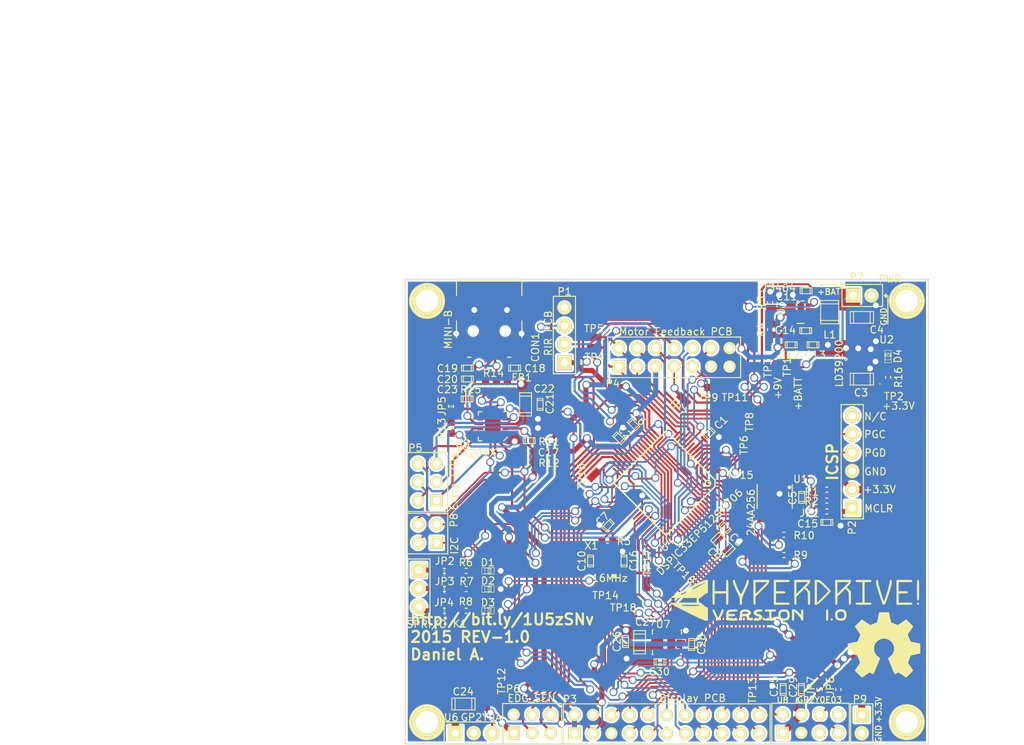
<source format=kicad_pcb>
(kicad_pcb (version 3) (host pcbnew "(2013-07-07 BZR 4022)-stable")
  (layers (15 F.Cu signal) (0 B.Cu signal) (18 B.Paste user) (19 F.Paste user) (20 B.SilkS user) (21 F.SilkS user) (22 B.Mask user) (23 F.Mask user) (28 Edge.Cuts user))
  (net 0 "")
  (net 1 +3.3V)
  (net 2 +9V)
  (net 3 +BATT)
  (net 4 /CS#)
  (net 5 /D/C#)
  (net 6 /D0)
  (net 7 /D1)
  (net 8 /D2)
  (net 9 /D3)
  (net 10 /D4)
  (net 11 /D5)
  (net 12 /D6)
  (net 13 /D7)
  (net 14 /DIRL)
  (net 15 /DIRR)
  (net 16 /E/RD#)
  (net 17 /FAULTL)
  (net 18 /FAULTR)
  (net 19 /I/03)
  (net 20 /I/O1)
  (net 21 /I/O2)
  (net 22 /IRBDS)
  (net 23 /IRPWM)
  (net 24 /MCLR)
  (net 25 /MSL)
  (net 26 /MSR)
  (net 27 /PGC)
  (net 28 /PGD)
  (net 29 /PWML)
  (net 30 /PWMR)
  (net 31 /R/W#)
  (net 32 /RES#)
  (net 33 /SCL/FM+)
  (net 34 /SDA/FM+)
  (net 35 /SHDN)
  (net 36 /ST1)
  (net 37 /ST2)
  (net 38 /ST3)
  (net 39 /ST4)
  (net 40 "/Sensors /AD1")
  (net 41 "/Sensors /AD2")
  (net 42 "/Sensors /AD3")
  (net 43 "/Sensors /AD4")
  (net 44 "/Sensors /IMU_DEN_G")
  (net 45 "/Sensors /IMU_INT1_A")
  (net 46 "/Sensors /IMU_INT1_G")
  (net 47 "/Sensors /IMU_INT2_A")
  (net 48 "/Sensors /IMU_INT2_G")
  (net 49 "/Sensors /IMU_SCL")
  (net 50 "/Sensors /IMU_SDA")
  (net 51 "/Sensors /IRDS_VO")
  (net 52 "/Sensors /IRLDS_VO")
  (net 53 /VBUS)
  (net 54 /VDD)
  (net 55 /VDD2)
  (net 56 GND)
  (net 57 N-0000014)
  (net 58 N-0000015)
  (net 59 N-0000016)
  (net 60 N-0000019)
  (net 61 N-0000021)
  (net 62 N-0000022)
  (net 63 N-0000023)
  (net 64 N-0000024)
  (net 65 N-0000025)
  (net 66 N-0000026)
  (net 67 N-0000027)
  (net 68 N-0000031)
  (net 69 N-0000032)
  (net 70 N-0000033)
  (net 71 N-0000034)
  (net 72 N-0000035)
  (net 73 N-0000036)
  (net 74 N-0000039)
  (net 75 N-0000040)
  (net 76 N-0000042)
  (net 77 N-0000043)
  (net 78 N-0000044)
  (net 79 N-0000045)
  (net 80 N-0000046)
  (net 81 N-0000050)
  (net 82 N-0000059)
  (net 83 N-0000060)
  (net 84 N-0000070)
  (net 85 N-0000089)
  (net 86 N-0000090)
  (net 87 N-0000091)
  (module QFN-16 (layer F.Cu) (at 115.05 80.25 180)
    (fp_text reference U5 (at 4.175 -2.425 180) (layer F.SilkS))
    (fp_text value FT201X (at 2.25 -3.7 180) (layer F.SilkS))
    (pad 10 smd rect (at 1.725 0.325 270) (size 0.4 0.7874) (layers F.Cu F.Paste F.Mask) (net 53 /VBUS))
    (pad 11 smd rect (at 1.725 -0.325 270) (size 0.4 0.7874) (layers F.Cu F.Paste F.Mask) (net 69 N-0000032))
    (pad 9 smd rect (at 1.725 0.975 270) (size 0.4 0.7874) (layers F.Cu F.Paste F.Mask) (net 61 N-0000021))
    (pad 12 smd rect (at 1.725 -0.975 270) (size 0.4 0.7874) (layers F.Cu F.Paste F.Mask) (net 68 N-0000031))
    (pad 1 smd rect (at -1.725 -0.975 270) (size 0.4 0.7874) (layers F.Cu F.Paste F.Mask) (net 1 +3.3V))
    (pad 2 smd rect (at -1.725 -0.325 270) (size 0.4 0.762) (layers F.Cu F.Paste F.Mask) (net 34 /SDA/FM+))
    (pad 3 smd rect (at -1.725 0.325 270) (size 0.4 0.7874) (layers F.Cu F.Paste F.Mask) (net 56 GND))
    (pad 4 smd rect (at -1.725 0.975 270) (size 0.4 0.7874) (layers F.Cu F.Paste F.Mask) (net 72 N-0000035))
    (pad 16 smd rect (at -0.975 -1.725 180) (size 0.4 0.7874) (layers F.Cu F.Paste F.Mask) (net 33 /SCL/FM+))
    (pad 15 smd rect (at -0.325 -1.725 180) (size 0.4 0.7874) (layers F.Cu F.Paste F.Mask) (net 73 N-0000036))
    (pad 14 smd rect (at 0.325 -1.725 180) (size 0.4 0.7874) (layers F.Cu F.Paste F.Mask) (net 71 N-0000034))
    (pad 13 smd rect (at 0.975 -1.725 180) (size 0.4 0.7874) (layers F.Cu F.Paste F.Mask) (net 56 GND))
    (pad 5 smd rect (at -0.975 1.725 180) (size 0.4 0.7874) (layers F.Cu F.Paste F.Mask) (net 70 N-0000033))
    (pad 7 smd rect (at 0.325 1.725 180) (size 0.4 0.7874) (layers F.Cu F.Paste F.Mask) (net 64 N-0000024))
    (pad 6 smd rect (at -0.325 1.725 180) (size 0.4 0.7874) (layers F.Cu F.Paste F.Mask) (net 65 N-0000025))
    (pad 8 smd rect (at 0.975 1.725 180) (size 0.4 0.7874) (layers F.Cu F.Paste F.Mask) (net 63 N-0000023))
    (pad 17 smd rect (at 0 0 180) (size 2.15 2.15) (layers F.Cu F.Paste F.Mask) (net 56 GND))
  )
  (module CON_3x2 (layer F.Cu) (at 107.3 85.4 90)
    (fp_text reference P5 (at 2.15 -2.91 180) (layer F.SilkS))
    (fp_text value "" (at -2.52 2.51 90) (layer F.SilkS))
    (pad 1 thru_hole rect (at -5.08 0 90) (size 1.7 1.7) (drill 1) (layers *.Cu *.Mask F.SilkS) (net 68 N-0000031))
    (pad 2 thru_hole circle (at -5.08 -2.54 90) (size 1.7 1.7) (drill 1) (layers *.Cu *.Mask F.SilkS) (net 69 N-0000032))
    (pad 3 thru_hole circle (at -2.54 0 90) (size 1.7 1.7) (drill 1) (layers *.Cu *.Mask F.SilkS) (net 70 N-0000033))
    (pad 4 thru_hole circle (at -2.54 -2.54 90) (size 1.7 1.7) (drill 1) (layers *.Cu *.Mask F.SilkS) (net 71 N-0000034))
    (pad 5 thru_hole circle (at 0 0 90) (size 1.7 1.7) (drill 1) (layers *.Cu *.Mask F.SilkS) (net 72 N-0000035))
    (pad 6 thru_hole circle (at 0 -2.54 90) (size 1.7 1.7) (drill 1) (layers *.Cu *.Mask F.SilkS) (net 73 N-0000036))
  )
  (module CON_3x2 (layer F.Cu) (at 123 122.5)
    (fp_text reference P6 (at -5.17 -6.08) (layer F.SilkS))
    (fp_text value "" (at -2.45 -4.69) (layer F.SilkS))
    (pad 1 thru_hole rect (at -5.08 0) (size 1.7 1.7) (drill 1) (layers *.Cu *.Mask F.SilkS) (net 1 +3.3V))
    (pad 2 thru_hole circle (at -5.08 -2.54) (size 1.7 1.7) (drill 1) (layers *.Cu *.Mask F.SilkS) (net 56 GND))
    (pad 3 thru_hole circle (at -2.54 0) (size 1.7 1.7) (drill 1) (layers *.Cu *.Mask F.SilkS) (net 40 "/Sensors /AD1"))
    (pad 4 thru_hole circle (at -2.54 -2.54) (size 1.7 1.7) (drill 1) (layers *.Cu *.Mask F.SilkS) (net 41 "/Sensors /AD2"))
    (pad 5 thru_hole circle (at 0 0) (size 1.7 1.7) (drill 1) (layers *.Cu *.Mask F.SilkS) (net 42 "/Sensors /AD3"))
    (pad 6 thru_hole circle (at 0 -2.54) (size 1.7 1.7) (drill 1) (layers *.Cu *.Mask F.SilkS) (net 43 "/Sensors /AD4"))
  )
  (module CON_4x2 (layer F.Cu) (at 161.3 121.2)
    (fp_text reference U8 (at -6.38 -3.23) (layer F.SilkS) (effects (font (size 0.8 0.8))))
    (fp_text value "" (at -0.87 -3.28) (layer F.SilkS) (effects (font (size 0.8128 0.8128))))
    (pad 1 thru_hole rect (at -6.35 1.27) (size 1.7 1.7) (drill 1) (layers *.Cu *.Mask F.SilkS) (net 1 +3.3V))
    (pad 2 thru_hole circle (at -6.35 -1.27) (size 1.7 1.7) (drill 1) (layers *.Cu *.Mask F.SilkS) (net 52 "/Sensors /IRLDS_VO"))
    (pad 3 thru_hole circle (at -3.81 1.27) (size 1.7 1.7) (drill 1) (layers *.Cu *.Mask F.SilkS) (net 56 GND))
    (pad 4 thru_hole circle (at -3.81 -1.27) (size 1.7 1.7) (drill 1) (layers *.Cu *.Mask F.SilkS) (net 1 +3.3V))
    (pad 5 thru_hole circle (at -1.27 1.27) (size 1.7 1.7) (drill 1) (layers *.Cu *.Mask F.SilkS))
    (pad 6 thru_hole circle (at -1.27 -1.27) (size 1.7 1.7) (drill 1) (layers *.Cu *.Mask F.SilkS) (net 85 N-0000089))
    (pad 7 thru_hole circle (at 1.27 1.27) (size 1.7 1.7) (drill 1) (layers *.Cu *.Mask F.SilkS) (net 86 N-0000090))
    (pad 8 thru_hole circle (at 1.27 -1.27) (size 1.7 1.7) (drill 1) (layers *.Cu *.Mask F.SilkS))
  )
  (module CON_11x2 (layer F.Cu) (at 133.9 120)
    (fp_text reference P3 (at -8.25 -2.16) (layer F.SilkS))
    (fp_text value "" (at 10.8 -2.35) (layer F.SilkS))
    (pad 1 thru_hole rect (at -7.62 2.54) (size 1.7 1.7) (drill 1) (layers *.Cu *.Mask F.SilkS) (net 2 +9V))
    (pad 2 thru_hole circle (at -7.62 0) (size 1.7 1.7) (drill 1) (layers *.Cu *.Mask F.SilkS) (net 2 +9V))
    (pad 3 thru_hole circle (at -5.08 2.54) (size 1.7 1.7) (drill 1) (layers *.Cu *.Mask F.SilkS) (net 1 +3.3V))
    (pad 4 thru_hole circle (at -5.08 0) (size 1.7 1.7) (drill 1) (layers *.Cu *.Mask F.SilkS) (net 56 GND))
    (pad 5 thru_hole circle (at -2.54 2.54) (size 1.7 1.7) (drill 1) (layers *.Cu *.Mask F.SilkS) (net 56 GND))
    (pad 6 thru_hole circle (at -2.54 0) (size 1.7 1.7) (drill 1) (layers *.Cu *.Mask F.SilkS) (net 5 /D/C#))
    (pad 7 thru_hole circle (at 0 2.54) (size 1.7 1.7) (drill 1) (layers *.Cu *.Mask F.SilkS) (net 31 /R/W#))
    (pad 8 thru_hole circle (at 0 0) (size 1.7 1.7) (drill 1) (layers *.Cu *.Mask F.SilkS) (net 16 /E/RD#))
    (pad 9 thru_hole circle (at 2.54 2.54) (size 1.7 1.7) (drill 1) (layers *.Cu *.Mask F.SilkS) (net 6 /D0))
    (pad 10 thru_hole circle (at 2.54 0) (size 1.7 1.7) (drill 1) (layers *.Cu *.Mask F.SilkS) (net 7 /D1))
    (pad 11 thru_hole circle (at 5.08 2.54) (size 1.7 1.7) (drill 1) (layers *.Cu *.Mask F.SilkS) (net 8 /D2))
    (pad 12 thru_hole circle (at 5.08 0) (size 1.7 1.7) (drill 1) (layers *.Cu *.Mask F.SilkS) (net 9 /D3))
    (pad 13 thru_hole circle (at 7.62 2.54) (size 1.7 1.7) (drill 1) (layers *.Cu *.Mask F.SilkS) (net 10 /D4))
    (pad 14 thru_hole circle (at 7.62 0) (size 1.7 1.7) (drill 1) (layers *.Cu *.Mask F.SilkS) (net 11 /D5))
    (pad 15 thru_hole circle (at 10.16 2.54) (size 1.7 1.7) (drill 1) (layers *.Cu *.Mask F.SilkS) (net 12 /D6))
    (pad 16 thru_hole circle (at 10.16 0) (size 1.7 1.7) (drill 1) (layers *.Cu *.Mask F.SilkS) (net 13 /D7))
    (pad 17 thru_hole circle (at 12.7 2.54) (size 1.7 1.7) (drill 1) (layers *.Cu *.Mask F.SilkS) (net 4 /CS#))
    (pad 18 thru_hole circle (at 12.7 0) (size 1.7 1.7) (drill 1) (layers *.Cu *.Mask F.SilkS) (net 39 /ST4))
    (pad 19 thru_hole circle (at 15.24 2.54) (size 1.7 1.7) (drill 1) (layers *.Cu *.Mask F.SilkS) (net 38 /ST3))
    (pad 20 thru_hole circle (at 15.24 0) (size 1.7 1.7) (drill 1) (layers *.Cu *.Mask F.SilkS) (net 32 /RES#))
    (pad 21 thru_hole circle (at 17.78 2.54) (size 1.7 1.7) (drill 1) (layers *.Cu *.Mask F.SilkS) (net 36 /ST1))
    (pad 22 thru_hole circle (at 17.78 0) (size 1.7 1.7) (drill 1) (layers *.Cu *.Mask F.SilkS) (net 37 /ST2))
  )
  (module CON_7x2 (layer F.Cu) (at 140 69.5)
    (fp_text reference P4 (at -8.45 4.9) (layer F.SilkS))
    (fp_text value "" (at -0.07 -2.2) (layer F.SilkS))
    (pad 1 thru_hole rect (at -7.62 2.54) (size 1.7 1.7) (drill 1) (layers *.Cu *.Mask F.SilkS) (net 25 /MSL))
    (pad 2 thru_hole circle (at -7.62 0) (size 1.7 1.7) (drill 1) (layers *.Cu *.Mask F.SilkS) (net 26 /MSR))
    (pad 3 thru_hole circle (at -5.08 2.54) (size 1.7 1.7) (drill 1) (layers *.Cu *.Mask F.SilkS) (net 54 /VDD))
    (pad 4 thru_hole circle (at -5.08 0) (size 1.7 1.7) (drill 1) (layers *.Cu *.Mask F.SilkS) (net 55 /VDD2))
    (pad 5 thru_hole circle (at -2.54 2.54) (size 1.7 1.7) (drill 1) (layers *.Cu *.Mask F.SilkS) (net 1 +3.3V))
    (pad 6 thru_hole circle (at -2.54 0) (size 1.7 1.7) (drill 1) (layers *.Cu *.Mask F.SilkS) (net 30 /PWMR))
    (pad 7 thru_hole circle (at 0 2.54) (size 1.7 1.7) (drill 1) (layers *.Cu *.Mask F.SilkS) (net 14 /DIRL))
    (pad 8 thru_hole circle (at 0 0) (size 1.7 1.7) (drill 1) (layers *.Cu *.Mask F.SilkS) (net 29 /PWML))
    (pad 9 thru_hole circle (at 2.54 2.54) (size 1.7 1.7) (drill 1) (layers *.Cu *.Mask F.SilkS) (net 18 /FAULTR))
    (pad 10 thru_hole circle (at 2.54 0) (size 1.7 1.7) (drill 1) (layers *.Cu *.Mask F.SilkS) (net 15 /DIRR))
    (pad 11 thru_hole circle (at 5.08 2.54) (size 1.7 1.7) (drill 1) (layers *.Cu *.Mask F.SilkS) (net 56 GND))
    (pad 12 thru_hole circle (at 5.08 0) (size 1.7 1.7) (drill 1) (layers *.Cu *.Mask F.SilkS) (net 17 /FAULTL))
    (pad 13 thru_hole circle (at 7.62 2.54) (size 1.7 1.7) (drill 1) (layers *.Cu *.Mask F.SilkS) (net 56 GND))
    (pad 14 thru_hole circle (at 7.62 0) (size 1.7 1.7) (drill 1) (layers *.Cu *.Mask F.SilkS) (net 56 GND))
  )
  (module Mini_B (layer F.Cu) (at 114.55 69.75 180)
    (fp_text reference CON1 (at -6.35 0.35 270) (layer F.SilkS))
    (fp_text value "" (at 6.35 3.25 270) (layer F.SilkS))
    (pad 1 smd rect (at -1.6 0 180) (size 0.5 2.3) (layers F.Cu F.Paste F.Mask) (net 57 N-0000014))
    (pad 2 smd rect (at -0.8 0 180) (size 0.5 2.3) (layers F.Cu F.Paste F.Mask) (net 58 N-0000015))
    (pad 3 smd rect (at 0 0 180) (size 0.5 2.3) (layers F.Cu F.Paste F.Mask) (net 59 N-0000016))
    (pad 4 smd rect (at 0.8 0 180) (size 0.5 2.3) (layers F.Cu F.Paste F.Mask))
    (pad 5 smd rect (at 1.6 0 180) (size 0.5 2.3) (layers F.Cu F.Paste F.Mask) (net 56 GND))
    (pad 6 smd rect (at 4.45 0.1 180) (size 2 2.5) (layers F.Cu F.Paste F.Mask) (net 56 GND))
    (pad 7 smd rect (at 4.45 5.6 180) (size 2 2.5) (layers F.Cu F.Paste F.Mask) (net 56 GND))
    (pad 8 smd rect (at -4.45 5.6 180) (size 2 2.5) (layers F.Cu F.Paste F.Mask) (net 56 GND))
    (pad 9 smd rect (at -4.45 0.1 180) (size 2 2.5) (layers F.Cu F.Paste F.Mask) (net 56 GND))
    (pad "" np_thru_hole circle (at -2.2 2.6 180) (size 1 1) (drill 1) (layers *.Cu *.Mask F.SilkS))
    (pad "" np_thru_hole circle (at 2.2 2.6 180) (size 1 1) (drill 1) (layers *.Cu *.Mask F.SilkS))
  )
  (module TSOT-23 (layer F.Cu) (at 156.1 64.55 270)
    (fp_text reference U3 (at -0.52 1.39 270) (layer F.SilkS))
    (fp_text value LT3464 (at -3.325 2.05 360) (layer F.SilkS))
    (pad 1 smd rect (at -0.975 0 270) (size 0.45 1.22) (layers F.Cu F.Paste F.Mask) (net 3 +BATT))
    (pad 2 smd rect (at -0.325 0 270) (size 0.45 1.22) (layers F.Cu F.Paste F.Mask) (net 83 N-0000060))
    (pad 3 smd rect (at 0.325 0 270) (size 0.45 1.22) (layers F.Cu F.Paste F.Mask) (net 2 +9V))
    (pad 4 smd rect (at 0.975 0 270) (size 0.45 1.22) (layers F.Cu F.Paste F.Mask) (net 56 GND))
    (pad 8 smd rect (at -0.975 -2.62 270) (size 0.45 1.22) (layers F.Cu F.Paste F.Mask) (net 35 /SHDN))
    (pad 7 smd rect (at -0.325 -2.62 270) (size 0.45 1.22) (layers F.Cu F.Paste F.Mask) (net 3 +BATT))
    (pad 6 smd rect (at 0.325 -2.62 270) (size 0.45 1.22) (layers F.Cu F.Paste F.Mask) (net 84 N-0000070))
    (pad 5 smd rect (at 0.975 -2.62 270) (size 0.45 1.22) (layers F.Cu F.Paste F.Mask) (net 82 N-0000059))
  )
  (module TQFP_64 (layer F.Cu) (at 139 88.1 135)
    (fp_text reference U4 (at -5.99273 -5.99273 225) (layer F.SilkS))
    (fp_text value DSPIC33EP512GM706 (at -7.940809 -1.562706 225) (layer F.SilkS) (effects (font (size 1.00076 1.00076) (thickness 0.1524))))
    (pad 1 smd rect (at -3.74904 5.86994 135) (size 0.24892 1.524) (layers F.Cu F.Paste F.Mask) (net 47 "/Sensors /IMU_INT2_A"))
    (pad 2 smd oval (at -3.24866 5.86994 135) (size 0.24892 1.524) (layers F.Cu F.Paste F.Mask) (net 30 /PWMR))
    (pad 3 smd oval (at -2.74828 5.86994 135) (size 0.24892 1.524) (layers F.Cu F.Paste F.Mask) (net 29 /PWML))
    (pad 4 smd oval (at -2.2479 5.86994 135) (size 0.24892 1.524) (layers F.Cu F.Paste F.Mask) (net 55 /VDD2))
    (pad 5 smd oval (at -1.74752 5.86994 135) (size 0.24892 1.524) (layers F.Cu F.Paste F.Mask) (net 49 "/Sensors /IMU_SCL"))
    (pad 6 smd oval (at -1.24968 5.86994 135) (size 0.24892 1.524) (layers F.Cu F.Paste F.Mask) (net 50 "/Sensors /IMU_SDA"))
    (pad 7 smd oval (at -0.7493 5.86994 135) (size 0.24892 1.524) (layers F.Cu F.Paste F.Mask) (net 78 N-0000044))
    (pad 8 smd oval (at -0.24892 5.86994 135) (size 0.24892 1.524) (layers F.Cu F.Paste F.Mask) (net 54 /VDD))
    (pad 9 smd oval (at 0.25146 5.86994 135) (size 0.24892 1.524) (layers F.Cu F.Paste F.Mask) (net 56 GND))
    (pad 10 smd oval (at 0.75184 5.86994 135) (size 0.24892 1.524) (layers F.Cu F.Paste F.Mask) (net 1 +3.3V))
    (pad 11 smd oval (at 1.25222 5.86994 135) (size 0.24892 1.524) (layers F.Cu F.Paste F.Mask) (net 20 /I/O1))
    (pad 12 smd oval (at 1.75006 5.86994 135) (size 0.24892 1.524) (layers F.Cu F.Paste F.Mask) (net 3 +BATT))
    (pad 13 smd oval (at 2.25044 5.86994 135) (size 0.24892 1.524) (layers F.Cu F.Paste F.Mask) (net 26 /MSR))
    (pad 14 smd oval (at 2.75082 5.86994 135) (size 0.24892 1.524) (layers F.Cu F.Paste F.Mask) (net 25 /MSL))
    (pad 15 smd oval (at 3.2512 5.86994 135) (size 0.24892 1.524) (layers F.Cu F.Paste F.Mask) (net 52 "/Sensors /IRLDS_VO"))
    (pad 16 smd oval (at 3.75158 5.86994 135) (size 0.24892 1.524) (layers F.Cu F.Paste F.Mask) (net 51 "/Sensors /IRDS_VO"))
    (pad 17 smd oval (at 6.0325 3.74904 135) (size 1.524 0.24892) (layers F.Cu F.Paste F.Mask) (net 27 /PGC))
    (pad 18 smd oval (at 6.0325 3.24866 135) (size 1.524 0.24892) (layers F.Cu F.Paste F.Mask) (net 28 /PGD))
    (pad 19 smd oval (at 6.0325 2.74828 135) (size 1.524 0.24892) (layers F.Cu F.Paste F.Mask) (net 1 +3.3V))
    (pad 20 smd oval (at 6.0325 2.2479 135) (size 1.524 0.24892) (layers F.Cu F.Paste F.Mask) (net 56 GND))
    (pad 21 smd oval (at 6.0325 1.74752 135) (size 1.524 0.24892) (layers F.Cu F.Paste F.Mask) (net 6 /D0))
    (pad 22 smd oval (at 6.0325 1.24968 135) (size 1.524 0.24892) (layers F.Cu F.Paste F.Mask) (net 7 /D1))
    (pad 23 smd oval (at 6.0325 0.7493 135) (size 1.524 0.24892) (layers F.Cu F.Paste F.Mask) (net 8 /D2))
    (pad 24 smd oval (at 6.0325 0.24892 135) (size 1.524 0.24892) (layers F.Cu F.Paste F.Mask) (net 31 /R/W#))
    (pad 25 smd oval (at 6.0325 -0.25146 135) (size 1.524 0.24892) (layers F.Cu F.Paste F.Mask) (net 56 GND))
    (pad 26 smd oval (at 6.0325 -0.75184 135) (size 1.524 0.24892) (layers F.Cu F.Paste F.Mask) (net 1 +3.3V))
    (pad 27 smd oval (at 6.0325 -1.25222 135) (size 1.524 0.24892) (layers F.Cu F.Paste F.Mask) (net 40 "/Sensors /AD1"))
    (pad 28 smd oval (at 6.0325 -1.75006 135) (size 1.524 0.24892) (layers F.Cu F.Paste F.Mask) (net 41 "/Sensors /AD2"))
    (pad 29 smd oval (at 6.0325 -2.25044 135) (size 1.524 0.24892) (layers F.Cu F.Paste F.Mask) (net 42 "/Sensors /AD3"))
    (pad 30 smd oval (at 6.0325 -2.75082 135) (size 1.524 0.24892) (layers F.Cu F.Paste F.Mask) (net 43 "/Sensors /AD4"))
    (pad 31 smd oval (at 6.0325 -3.2512 135) (size 1.524 0.24892) (layers F.Cu F.Paste F.Mask) (net 46 "/Sensors /IMU_INT1_G"))
    (pad 32 smd oval (at 6.0325 -3.75158 135) (size 1.524 0.24892) (layers F.Cu F.Paste F.Mask) (net 35 /SHDN))
    (pad 33 smd oval (at 3.75158 -6.0325 135) (size 0.24892 1.524) (layers F.Cu F.Paste F.Mask) (net 45 "/Sensors /IMU_INT1_A"))
    (pad 34 smd oval (at 3.2512 -6.0325 135) (size 0.24892 1.524) (layers F.Cu F.Paste F.Mask) (net 48 "/Sensors /IMU_INT2_G"))
    (pad 35 smd oval (at 2.75082 -6.0325 135) (size 0.24892 1.524) (layers F.Cu F.Paste F.Mask) (net 9 /D3))
    (pad 36 smd oval (at 2.25044 -6.0325 135) (size 0.24892 1.524) (layers F.Cu F.Paste F.Mask) (net 10 /D4))
    (pad 37 smd oval (at 1.75006 -6.0325 135) (size 0.24892 1.524) (layers F.Cu F.Paste F.Mask) (net 11 /D5))
    (pad 38 smd oval (at 1.25222 -6.0325 135) (size 0.24892 1.524) (layers F.Cu F.Paste F.Mask) (net 1 +3.3V))
    (pad 39 smd oval (at 0.75184 -6.0325 135) (size 0.24892 1.524) (layers F.Cu F.Paste F.Mask) (net 80 N-0000046))
    (pad 40 smd oval (at 0.25146 -6.0325 135) (size 0.24892 1.524) (layers F.Cu F.Paste F.Mask) (net 79 N-0000045))
    (pad 41 smd oval (at -0.24892 -6.0325 135) (size 0.24892 1.524) (layers F.Cu F.Paste F.Mask) (net 56 GND))
    (pad 42 smd oval (at -0.7493 -6.0325 135) (size 0.24892 1.524) (layers F.Cu F.Paste F.Mask) (net 21 /I/O2))
    (pad 43 smd oval (at -1.24968 -6.0325 135) (size 0.24892 1.524) (layers F.Cu F.Paste F.Mask) (net 33 /SCL/FM+))
    (pad 44 smd oval (at -1.74752 -6.0325 135) (size 0.24892 1.524) (layers F.Cu F.Paste F.Mask) (net 34 /SDA/FM+))
    (pad 45 smd oval (at -2.2479 -6.0325 135) (size 0.24892 1.524) (layers F.Cu F.Paste F.Mask) (net 5 /D/C#))
    (pad 46 smd oval (at -2.74828 -6.0325 135) (size 0.24892 1.524) (layers F.Cu F.Paste F.Mask) (net 15 /DIRR))
    (pad 47 smd oval (at -3.24866 -6.0325 135) (size 0.24892 1.524) (layers F.Cu F.Paste F.Mask) (net 16 /E/RD#))
    (pad 48 smd oval (at -3.74904 -6.0325 135) (size 0.24892 1.524) (layers F.Cu F.Paste F.Mask) (net 14 /DIRL))
    (pad 49 smd oval (at -5.86994 -3.75158 135) (size 1.524 0.24892) (layers F.Cu F.Paste F.Mask) (net 18 /FAULTR))
    (pad 50 smd oval (at -5.86994 -3.2512 135) (size 1.524 0.24892) (layers F.Cu F.Paste F.Mask) (net 12 /D6))
    (pad 52 smd oval (at -5.86994 -2.25044 135) (size 1.524 0.24892) (layers F.Cu F.Paste F.Mask) (net 4 /CS#))
    (pad 51 smd oval (at -5.88772 -2.75082 135) (size 1.524 0.24892) (layers F.Cu F.Paste F.Mask) (net 13 /D7))
    (pad 53 smd oval (at -5.86994 -1.75006 135) (size 1.524 0.24892) (layers F.Cu F.Paste F.Mask) (net 39 /ST4))
    (pad 54 smd oval (at -5.86994 -1.25222 135) (size 1.524 0.24892) (layers F.Cu F.Paste F.Mask) (net 38 /ST3))
    (pad 55 smd oval (at -5.86994 -0.75184 135) (size 1.524 0.24892) (layers F.Cu F.Paste F.Mask) (net 32 /RES#))
    (pad 56 smd oval (at -5.86994 -0.25146 135) (size 1.524 0.24892) (layers F.Cu F.Paste F.Mask) (net 62 N-0000022))
    (pad 57 smd oval (at -5.86994 0.24892 135) (size 1.524 0.24892) (layers F.Cu F.Paste F.Mask) (net 1 +3.3V))
    (pad 58 smd oval (at -5.86994 0.7493 135) (size 1.524 0.24892) (layers F.Cu F.Paste F.Mask) (net 36 /ST1))
    (pad 59 smd oval (at -5.86994 1.24206 135) (size 1.524 0.24892) (layers F.Cu F.Paste F.Mask) (net 37 /ST2))
    (pad 60 smd oval (at -5.86994 1.74244 135) (size 1.524 0.24892) (layers F.Cu F.Paste F.Mask) (net 17 /FAULTL))
    (pad 61 smd oval (at -5.86994 2.24282 135) (size 1.524 0.24892) (layers F.Cu F.Paste F.Mask) (net 19 /I/03))
    (pad 62 smd oval (at -5.86994 2.7432 135) (size 1.524 0.24892) (layers F.Cu F.Paste F.Mask) (net 23 /IRPWM))
    (pad 63 smd oval (at -5.86994 3.24104 135) (size 1.524 0.24892) (layers F.Cu F.Paste F.Mask) (net 22 /IRBDS))
    (pad 64 smd oval (at -5.86994 3.74142 135) (size 1.524 0.24892) (layers F.Cu F.Paste F.Mask) (net 44 "/Sensors /IMU_DEN_G"))
  )
  (module SOIC_8 (layer F.Cu) (at 153.2 87.275 180)
    (fp_text reference U1 (at -4.175 -0.25 180) (layer F.SilkS))
    (fp_text value 24AA256 (at 2.63 -4.855 270) (layer F.SilkS))
    (pad 1 smd rect (at -2.54 0 180) (size 0.6 1.55) (layers F.Cu F.Paste F.Mask) (net 56 GND))
    (pad 2 smd rect (at -1.27 0 180) (size 0.6 1.55) (layers F.Cu F.Paste F.Mask) (net 56 GND))
    (pad 3 smd rect (at 0 0 180) (size 0.6 1.55) (layers F.Cu F.Paste F.Mask) (net 56 GND))
    (pad 4 smd rect (at 1.27 0 180) (size 0.6 1.55) (layers F.Cu F.Paste F.Mask) (net 56 GND))
    (pad 5 smd rect (at 1.27 -5.4 180) (size 0.6 1.55) (layers F.Cu F.Paste F.Mask) (net 50 "/Sensors /IMU_SDA"))
    (pad 6 smd rect (at 0 -5.4 180) (size 0.6 1.55) (layers F.Cu F.Paste F.Mask) (net 49 "/Sensors /IMU_SCL"))
    (pad 7 smd rect (at -1.27 -5.4 180) (size 0.6 1.55) (layers F.Cu F.Paste F.Mask) (net 56 GND))
    (pad 8 smd rect (at -2.54 -5.4 180) (size 0.6 1.55) (layers F.Cu F.Paste F.Mask) (net 1 +3.3V))
  )
  (module r_0603 (layer F.Cu) (at 108.38 102.67)
    (fp_text reference JP3 (at 0.05 -1.05) (layer F.SilkS))
    (fp_text value JUMPER (at 0.02 0.08 90) (layer F.SilkS) (effects (font (size 0.20066 0.20066) (thickness 0.04064))))
    (pad 1 smd rect (at 0.75184 0) (size 0.89916 1.00076) (layers F.Cu F.Paste F.Mask) (net 66 N-0000026))
    (pad 2 smd rect (at -0.75184 0) (size 0.89916 1.00076) (layers F.Cu F.Paste F.Mask) (net 21 /I/O2))
  )
  (module r_0603 (layer F.Cu) (at 117.05 74.75 90)
    (fp_text reference FB1 (at 1.19 1.97 180) (layer F.SilkS))
    (fp_text value 600R/1.3A (at -0.05 0.12 180) (layer F.SilkS) (effects (font (size 0.20066 0.20066) (thickness 0.04064))))
    (pad 1 smd rect (at 0.75184 0 90) (size 0.89916 1.00076) (layers F.Cu F.Paste F.Mask) (net 57 N-0000014))
    (pad 2 smd rect (at -0.75184 0 90) (size 0.89916 1.00076) (layers F.Cu F.Paste F.Mask) (net 53 /VBUS))
  )
  (module r_0603 (layer F.Cu) (at 155.1 98)
    (fp_text reference R9 (at 2.3 0) (layer F.SilkS))
    (fp_text value R hide)
    (pad 1 smd rect (at 0.75184 0) (size 0.89916 1.00076) (layers F.Cu F.Paste F.Mask) (net 1 +3.3V))
    (pad 2 smd rect (at -0.75184 0) (size 0.89916 1.00076) (layers F.Cu F.Paste F.Mask) (net 49 "/Sensors /IMU_SCL"))
  )
  (module r_0603 (layer F.Cu) (at 155.1 95.2)
    (fp_text reference R10 (at 2.775 0.1) (layer F.SilkS))
    (fp_text value R hide)
    (pad 1 smd rect (at 0.75184 0) (size 0.89916 1.00076) (layers F.Cu F.Paste F.Mask) (net 1 +3.3V))
    (pad 2 smd rect (at -0.75184 0) (size 0.89916 1.00076) (layers F.Cu F.Paste F.Mask) (net 50 "/Sensors /IMU_SDA"))
  )
  (module r_0603 (layer F.Cu) (at 120 83.7)
    (fp_text reference R11 (at 2.775 -1.3) (layer F.SilkS))
    (fp_text value R (at 0.05 0.04 90) (layer F.SilkS) (effects (font (size 0.20066 0.20066) (thickness 0.04064))))
    (pad 1 smd rect (at 0.75184 0) (size 0.89916 1.00076) (layers F.Cu F.Paste F.Mask) (net 1 +3.3V))
    (pad 2 smd rect (at -0.75184 0) (size 0.89916 1.00076) (layers F.Cu F.Paste F.Mask) (net 33 /SCL/FM+))
  )
  (module r_0603 (layer F.Cu) (at 120 85.2)
    (fp_text reference R12 (at 2.775 0.125) (layer F.SilkS))
    (fp_text value R (at 0.02 0.04 90) (layer F.SilkS) (effects (font (size 0.20066 0.20066) (thickness 0.04064))))
    (pad 1 smd rect (at 0.75184 0) (size 0.89916 1.00076) (layers F.Cu F.Paste F.Mask) (net 1 +3.3V))
    (pad 2 smd rect (at -0.75184 0) (size 0.89916 1.00076) (layers F.Cu F.Paste F.Mask) (net 34 /SDA/FM+))
  )
  (module r_0603 (layer F.Cu) (at 161 92 180)
    (fp_text reference JP1 (at 2.375 -0.225 180) (layer F.SilkS))
    (fp_text value MCLR hide)
    (pad 1 smd rect (at 0.75184 0 180) (size 0.89916 1.00076) (layers F.Cu F.Paste F.Mask) (net 60 N-0000019))
    (pad 2 smd rect (at -0.75184 0 180) (size 0.89916 1.00076) (layers F.Cu F.Paste F.Mask) (net 24 /MCLR))
  )
  (module r_0603 (layer F.Cu) (at 109.3 77.5 270)
    (fp_text reference JP5 (at 0 1.25 270) (layer F.SilkS))
    (fp_text value RESET (at 0.05 -0.02 360) (layer F.SilkS) (effects (font (size 0.20066 0.20066) (thickness 0.04064))))
    (pad 1 smd rect (at 0.75184 0 270) (size 0.89916 1.00076) (layers F.Cu F.Paste F.Mask) (net 61 N-0000021))
    (pad 2 smd rect (at -0.75184 0 270) (size 0.89916 1.00076) (layers F.Cu F.Paste F.Mask) (net 56 GND))
  )
  (module r_0603 (layer F.Cu) (at 108.38 105.67)
    (fp_text reference JP4 (at -0.05 -1.15) (layer F.SilkS))
    (fp_text value JUMPER (at 0.02 0.07 90) (layer F.SilkS) (effects (font (size 0.20066 0.20066) (thickness 0.04064))))
    (pad 1 smd rect (at 0.75184 0) (size 0.89916 1.00076) (layers F.Cu F.Paste F.Mask) (net 67 N-0000027))
    (pad 2 smd rect (at -0.75184 0) (size 0.89916 1.00076) (layers F.Cu F.Paste F.Mask) (net 19 /I/03))
  )
  (module r_0603 (layer F.Cu) (at 109.3 80.5 270)
    (fp_text reference R13 (at 0.05 1.275 270) (layer F.SilkS))
    (fp_text value 10K (at 0.02 -0.1 360) (layer F.SilkS) (effects (font (size 0.20066 0.20066) (thickness 0.04064))))
    (pad 1 smd rect (at 0.75184 0 270) (size 0.89916 1.00076) (layers F.Cu F.Paste F.Mask) (net 1 +3.3V))
    (pad 2 smd rect (at -0.75184 0 270) (size 0.89916 1.00076) (layers F.Cu F.Paste F.Mask) (net 61 N-0000021))
  )
  (module r_0603 (layer F.Cu) (at 153.2 66.95 270)
    (fp_text reference R4 (at 0 1.2 270) (layer F.SilkS))
    (fp_text value 1908K hide)
    (pad 1 smd rect (at 0.75184 0 270) (size 0.89916 1.00076) (layers F.Cu F.Paste F.Mask) (net 82 N-0000059))
    (pad 2 smd rect (at -0.75184 0 270) (size 0.89916 1.00076) (layers F.Cu F.Paste F.Mask) (net 83 N-0000060))
  )
  (module r_0603 (layer F.Cu) (at 153.2 63.25 270)
    (fp_text reference R5 (at 0 1.2 270) (layer F.SilkS))
    (fp_text value 300K hide)
    (pad 1 smd rect (at 0.75184 0 270) (size 0.89916 1.00076) (layers F.Cu F.Paste F.Mask) (net 83 N-0000060))
    (pad 2 smd rect (at -0.75184 0 270) (size 0.89916 1.00076) (layers F.Cu F.Paste F.Mask) (net 56 GND))
  )
  (module r_0603 (layer F.Cu) (at 108.38 100.17)
    (fp_text reference JP2 (at 0.05 -1.35) (layer F.SilkS))
    (fp_text value JUMPER (at 0.02 0.16 90) (layer F.SilkS) (effects (font (size 0.20066 0.20066) (thickness 0.04064))))
    (pad 1 smd rect (at 0.75184 0) (size 0.89916 1.00076) (layers F.Cu F.Paste F.Mask) (net 77 N-0000043))
    (pad 2 smd rect (at -0.75184 0) (size 0.89916 1.00076) (layers F.Cu F.Paste F.Mask) (net 20 /I/O1))
  )
  (module r_0603 (layer F.Cu) (at 111.38 105.67 180)
    (fp_text reference R8 (at 0.05 1.25 180) (layer F.SilkS))
    (fp_text value 220 hide)
    (pad 1 smd rect (at 0.75184 0 180) (size 0.89916 1.00076) (layers F.Cu F.Paste F.Mask) (net 67 N-0000027))
    (pad 2 smd rect (at -0.75184 0 180) (size 0.89916 1.00076) (layers F.Cu F.Paste F.Mask) (net 76 N-0000042))
  )
  (module r_0603 (layer F.Cu) (at 111.38 100.17 180)
    (fp_text reference R6 (at 0.05 1.15 180) (layer F.SilkS))
    (fp_text value 220 hide)
    (pad 1 smd rect (at 0.75184 0 180) (size 0.89916 1.00076) (layers F.Cu F.Paste F.Mask) (net 77 N-0000043))
    (pad 2 smd rect (at -0.75184 0 180) (size 0.89916 1.00076) (layers F.Cu F.Paste F.Mask) (net 74 N-0000039))
  )
  (module r_0603 (layer F.Cu) (at 111.38 102.67 180)
    (fp_text reference R7 (at -0.05 1.05 180) (layer F.SilkS))
    (fp_text value 220 hide)
    (pad 1 smd rect (at 0.75184 0 180) (size 0.89916 1.00076) (layers F.Cu F.Paste F.Mask) (net 66 N-0000026))
    (pad 2 smd rect (at -0.75184 0 180) (size 0.89916 1.00076) (layers F.Cu F.Paste F.Mask) (net 75 N-0000040))
  )
  (module r_0603 (layer F.Cu) (at 115.55 74.75 90)
    (fp_text reference R14 (at 1.8 -0.4 180) (layer F.SilkS))
    (fp_text value 27 (at -0.08 0.07 180) (layer F.SilkS) (effects (font (size 0.20066 0.20066) (thickness 0.04064))))
    (pad 1 smd rect (at 0.75184 0 90) (size 0.89916 1.00076) (layers F.Cu F.Paste F.Mask) (net 58 N-0000015))
    (pad 2 smd rect (at -0.75184 0 90) (size 0.89916 1.00076) (layers F.Cu F.Paste F.Mask) (net 64 N-0000024))
  )
  (module r_0603 (layer F.Cu) (at 130.8 96 180)
    (fp_text reference R3 (at -2.275 -0.1 180) (layer F.SilkS))
    (fp_text value 1M hide)
    (pad 1 smd rect (at 0.75184 0 180) (size 0.89916 1.00076) (layers F.Cu F.Paste F.Mask) (net 80 N-0000046))
    (pad 2 smd rect (at -0.75184 0 180) (size 0.89916 1.00076) (layers F.Cu F.Paste F.Mask) (net 79 N-0000045))
  )
  (module r_0603 (layer F.Cu) (at 114.05 74.75 90)
    (fp_text reference R15 (at -0.45 -2.05 180) (layer F.SilkS))
    (fp_text value 27 (at -0.03 0 180) (layer F.SilkS) (effects (font (size 0.20066 0.20066) (thickness 0.04064))))
    (pad 1 smd rect (at 0.75184 0 90) (size 0.89916 1.00076) (layers F.Cu F.Paste F.Mask) (net 59 N-0000016))
    (pad 2 smd rect (at -0.75184 0 90) (size 0.89916 1.00076) (layers F.Cu F.Paste F.Mask) (net 65 N-0000025))
  )
  (module r_0603 (layer F.Cu) (at 160 116.5 270)
    (fp_text reference JP7 (at -0.46 1.17 270) (layer F.SilkS))
    (fp_text value SDA hide)
    (pad 1 smd rect (at 0.75184 0 270) (size 0.89916 1.00076) (layers F.Cu F.Paste F.Mask) (net 86 N-0000090))
    (pad 2 smd rect (at -0.75184 0 270) (size 0.89916 1.00076) (layers F.Cu F.Paste F.Mask) (net 50 "/Sensors /IMU_SDA"))
  )
  (module r_0603 (layer F.Cu) (at 161 90.5)
    (fp_text reference R2 (at -2.1 0.075) (layer F.SilkS))
    (fp_text value 100 hide)
    (pad 1 smd rect (at 0.75184 0) (size 0.89916 1.00076) (layers F.Cu F.Paste F.Mask) (net 24 /MCLR))
    (pad 2 smd rect (at -0.75184 0) (size 0.89916 1.00076) (layers F.Cu F.Paste F.Mask) (net 78 N-0000044))
  )
  (module r_0603 (layer F.Cu) (at 161 89)
    (fp_text reference R1 (at -2.075 0.3) (layer F.SilkS))
    (fp_text value 10K hide)
    (pad 1 smd rect (at 0.75184 0) (size 0.89916 1.00076) (layers F.Cu F.Paste F.Mask) (net 24 /MCLR))
    (pad 2 smd rect (at -0.75184 0) (size 0.89916 1.00076) (layers F.Cu F.Paste F.Mask) (net 1 +3.3V))
  )
  (module r_0603 (layer F.Cu) (at 162.6 116.5 270)
    (fp_text reference JP6 (at -0.44 1.12 270) (layer F.SilkS))
    (fp_text value SCL hide)
    (pad 1 smd rect (at 0.75184 0 270) (size 0.89916 1.00076) (layers F.Cu F.Paste F.Mask) (net 85 N-0000089))
    (pad 2 smd rect (at -0.75184 0 270) (size 0.89916 1.00076) (layers F.Cu F.Paste F.Mask) (net 49 "/Sensors /IMU_SCL"))
  )
  (module LGA-24 (layer F.Cu) (at 139 110 180)
    (fp_text reference U7 (at 0.51 2.48 180) (layer F.SilkS))
    (fp_text value "" (at -3.72 2.38 180) (layer F.SilkS))
    (pad 1 smd rect (at -1.5 -1.4 270) (size 0.8 0.3) (layers F.Cu F.Paste F.Mask) (net 1 +3.3V))
    (pad 24 smd rect (at -1.07 -1.4 270) (size 0.8 0.3) (layers F.Cu F.Paste F.Mask) (net 1 +3.3V))
    (pad 23 smd rect (at -0.642 -1.4 270) (size 0.8 0.3) (layers F.Cu F.Paste F.Mask) (net 1 +3.3V))
    (pad 22 smd rect (at -0.214 -1.4 270) (size 0.8 0.254) (layers F.Cu F.Paste F.Mask) (net 1 +3.3V))
    (pad 21 smd rect (at 0.214 -1.4 270) (size 0.8 0.254) (layers F.Cu F.Paste F.Mask) (net 87 N-0000091))
    (pad 20 smd rect (at 0.642 -1.4 270) (size 0.8 0.254) (layers F.Cu F.Paste F.Mask) (net 56 GND))
    (pad 19 smd rect (at 1.07 -1.4 270) (size 0.8 0.3) (layers F.Cu F.Paste F.Mask) (net 56 GND))
    (pad 18 smd rect (at 1.5 -1.4 270) (size 0.8 0.3) (layers F.Cu F.Paste F.Mask) (net 56 GND))
    (pad 6 smd rect (at -1.5 1.4 270) (size 0.8 0.254) (layers F.Cu F.Paste F.Mask) (net 56 GND))
    (pad 7 smd rect (at -1.07 1.4 270) (size 0.8 0.254) (layers F.Cu F.Paste F.Mask) (net 1 +3.3V))
    (pad 8 smd rect (at -0.642 1.4 270) (size 0.8 0.254) (layers F.Cu F.Paste F.Mask) (net 1 +3.3V))
    (pad 9 smd rect (at -0.214 1.4 270) (size 0.8 0.254) (layers F.Cu F.Paste F.Mask) (net 48 "/Sensors /IMU_INT2_G"))
    (pad 10 smd rect (at 0.214 1.4 270) (size 0.8 0.254) (layers F.Cu F.Paste F.Mask) (net 46 "/Sensors /IMU_INT1_G"))
    (pad 11 smd rect (at 0.642 1.4 270) (size 0.8 0.254) (layers F.Cu F.Paste F.Mask) (net 45 "/Sensors /IMU_INT1_A"))
    (pad 12 smd rect (at 1.07 1.4 270) (size 0.8 0.254) (layers F.Cu F.Paste F.Mask) (net 47 "/Sensors /IMU_INT2_A"))
    (pad 13 smd rect (at 1.5 1.4 270) (size 0.8 0.254) (layers F.Cu F.Paste F.Mask) (net 44 "/Sensors /IMU_DEN_G"))
    (pad 17 smd rect (at 1.73 -0.67 180) (size 0.8 0.3) (layers F.Cu F.Paste F.Mask) (net 56 GND))
    (pad 16 smd rect (at 1.73 -0.223 180) (size 0.8 0.3) (layers F.Cu F.Paste F.Mask) (net 56 GND))
    (pad 15 smd rect (at 1.73 0.223 180) (size 0.8 0.3) (layers F.Cu F.Paste F.Mask) (net 56 GND))
    (pad 14 smd rect (at 1.73 0.67 180) (size 0.8 0.3) (layers F.Cu F.Paste F.Mask) (net 56 GND))
    (pad 2 smd rect (at -1.73 -0.67 180) (size 0.8 0.254) (layers F.Cu F.Paste F.Mask) (net 49 "/Sensors /IMU_SCL"))
    (pad 3 smd rect (at -1.73 -0.223 180) (size 0.8 0.254) (layers F.Cu F.Paste F.Mask) (net 1 +3.3V))
    (pad 4 smd rect (at -1.73 0.223 180) (size 0.8 0.254) (layers F.Cu F.Paste F.Mask) (net 50 "/Sensors /IMU_SDA"))
    (pad 5 smd rect (at -1.73 0.67 180) (size 0.8 0.254) (layers F.Cu F.Paste F.Mask) (net 56 GND))
  )
  (module LED-0603 (layer F.Cu) (at 114.38 100.17)
    (fp_text reference D1 (at -0.03 -1.14) (layer F.SilkS))
    (fp_text value "" hide)
    (pad 1 smd rect (at -0.7493 0) (size 0.79756 0.79756) (layers F.Cu F.Paste F.Mask) (net 74 N-0000039))
    (pad 2 smd rect (at 0.7493 0) (size 0.79756 0.79756) (layers F.Cu F.Paste F.Mask) (net 56 GND))
  )
  (module LED-0603 (layer F.Cu) (at 114.38 102.67)
    (fp_text reference D2 (at 0 -1.12) (layer F.SilkS))
    (fp_text value "" hide)
    (pad 1 smd rect (at -0.7493 0) (size 0.79756 0.79756) (layers F.Cu F.Paste F.Mask) (net 75 N-0000040))
    (pad 2 smd rect (at 0.7493 0) (size 0.79756 0.79756) (layers F.Cu F.Paste F.Mask) (net 56 GND))
  )
  (module LED-0603 (layer F.Cu) (at 114.38 105.67)
    (fp_text reference D3 (at 0 -1.12) (layer F.SilkS))
    (fp_text value "" hide)
    (pad 1 smd rect (at -0.7493 0) (size 0.79756 0.79756) (layers F.Cu F.Paste F.Mask) (net 76 N-0000042))
    (pad 2 smd rect (at 0.7493 0) (size 0.79756 0.79756) (layers F.Cu F.Paste F.Mask) (net 56 GND))
  )
  (module DFN8 (layer F.Cu) (at 165.325 67.775)
    (fp_text reference U2 (at 3.905 0.555) (layer F.SilkS))
    (fp_text value LD39200 (at -2.635 3.815 90) (layer F.SilkS))
    (pad 7 smd rect (at -0.4 0) (size 0.38 0.6) (layers F.Cu F.Paste F.Mask) (net 3 +BATT))
    (pad 8 smd rect (at -1.2 0) (size 0.38 0.6) (layers F.Cu F.Paste F.Mask) (net 3 +BATT))
    (pad 6 smd rect (at 0.4 0) (size 0.38 0.6) (layers F.Cu F.Paste F.Mask) (net 3 +BATT))
    (pad 5 smd rect (at 1.2 0) (size 0.38 0.6) (layers F.Cu F.Paste F.Mask))
    (pad 2 smd rect (at -0.4 3.5) (size 0.38 0.6) (layers F.Cu F.Paste F.Mask) (net 1 +3.3V))
    (pad 3 smd rect (at 0.4 3.5) (size 0.38 0.6) (layers F.Cu F.Paste F.Mask) (net 1 +3.3V))
    (pad 4 smd rect (at 1.2 3.5) (size 0.38 0.6) (layers F.Cu F.Paste F.Mask) (net 56 GND))
    (pad 1 smd rect (at -1.2 3.5) (size 0.38 0.6) (layers F.Cu F.Paste F.Mask) (net 1 +3.3V))
    (pad 9 smd rect (at 0 1.75) (size 3.24 2.3) (layers F.Cu F.Paste F.Mask) (net 56 GND))
  )
  (module Crystal_2.5x3.2 (layer F.Cu) (at 131.6 97.7 90)
    (fp_text reference X1 (at 0.975 -3 180) (layer F.SilkS))
    (fp_text value 16MHz (at -3.475 -0.45 180) (layer F.SilkS))
    (pad 3 smd rect (at -2.15 -1.55 90) (size 1 0.9) (layers F.Cu F.Paste F.Mask) (net 56 GND))
    (pad 2 smd rect (at 0 -1.55 90) (size 1 0.9) (layers F.Cu F.Paste F.Mask) (net 80 N-0000046))
    (pad 1 smd rect (at -2.15 0 90) (size 1 0.9) (layers F.Cu F.Paste F.Mask) (net 79 N-0000045))
    (pad 4 smd rect (at 0 0 90) (size 1 0.9) (layers F.Cu F.Paste F.Mask) (net 56 GND))
  )
  (module CON_6x1 (layer F.Cu) (at 164.5 91.5 90)
    (fp_text reference P2 (at -2.72 -0.02 90) (layer F.SilkS))
    (fp_text value "" hide)
    (pad 1 thru_hole rect (at 0 0 90) (size 2 2) (drill 1) (layers *.Cu *.Mask F.SilkS) (net 24 /MCLR))
    (pad 2 thru_hole circle (at 2.54 0 90) (size 2 2) (drill 1) (layers *.Cu *.Mask F.SilkS) (net 1 +3.3V))
    (pad 3 thru_hole circle (at 5.08 0 90) (size 2 2) (drill 1) (layers *.Cu *.Mask F.SilkS) (net 56 GND))
    (pad 4 thru_hole circle (at 7.62 0 90) (size 2 2) (drill 1) (layers *.Cu *.Mask F.SilkS) (net 28 /PGD))
    (pad 5 thru_hole circle (at 10.16 0 90) (size 2 2) (drill 1) (layers *.Cu *.Mask F.SilkS) (net 27 /PGC))
    (pad 6 thru_hole circle (at 12.7 0 90) (size 2 2) (drill 1) (layers *.Cu *.Mask F.SilkS))
  )
  (module CON_4x1 (layer F.Cu) (at 124.9 61.35 90)
    (fp_text reference P1 (at -0.37 0.02 180) (layer F.SilkS))
    (fp_text value "" (at -6.16 -2.13 90) (layer F.SilkS))
    (pad 1 thru_hole rect (at -10.16 0 90) (size 2 2) (drill 1) (layers *.Cu *.Mask F.SilkS) (net 1 +3.3V))
    (pad 2 thru_hole circle (at -7.62 0 90) (size 2 2) (drill 1) (layers *.Cu *.Mask F.SilkS) (net 22 /IRBDS))
    (pad 3 thru_hole circle (at -5.08 0 90) (size 2 2) (drill 1) (layers *.Cu *.Mask F.SilkS) (net 23 /IRPWM))
    (pad 4 thru_hole circle (at -2.54 0 90) (size 2 2) (drill 1) (layers *.Cu *.Mask F.SilkS) (net 56 GND))
  )
  (module CON_3x1 (layer F.Cu) (at 104.88 107.67 270)
    (fp_text reference K1 (at -0.21 -5.64 360) (layer F.SilkS))
    (fp_text value "" (at -0.19 -3.77 360) (layer F.SilkS))
    (pad 1 thru_hole rect (at -7.62 0 270) (size 2 2) (drill 1) (layers *.Cu *.Mask F.SilkS) (net 20 /I/O1))
    (pad 2 thru_hole circle (at -5.08 0 270) (size 2 2) (drill 1) (layers *.Cu *.Mask F.SilkS) (net 21 /I/O2))
    (pad 3 thru_hole circle (at -2.54 0 270) (size 2 2) (drill 1) (layers *.Cu *.Mask F.SilkS) (net 19 /I/03))
  )
  (module CON_3x1 (layer F.Cu) (at 117.5 122.5)
    (fp_text reference U6 (at -8.18 -2.15) (layer F.SilkS))
    (fp_text value "" (at -4.81 -2.09) (layer F.SilkS) (effects (font (size 0.8 0.8))))
    (pad 1 thru_hole rect (at -7.62 0) (size 2 2) (drill 1) (layers *.Cu *.Mask F.SilkS) (net 1 +3.3V))
    (pad 2 thru_hole circle (at -5.08 0) (size 2 2) (drill 1) (layers *.Cu *.Mask F.SilkS) (net 56 GND))
    (pad 3 thru_hole circle (at -2.54 0) (size 2 2) (drill 1) (layers *.Cu *.Mask F.SilkS) (net 51 "/Sensors /IRDS_VO"))
  )
  (module c_1210 (layer F.Cu) (at 161.4 64.55 270)
    (fp_text reference L1 (at 3.1 0 360) (layer F.SilkS))
    (fp_text value 47u hide)
    (pad 1 smd rect (at 1.397 0 270) (size 1.6002 2.6924) (layers F.Cu F.Paste F.Mask) (net 84 N-0000070))
    (pad 2 smd rect (at -1.397 0 270) (size 1.6002 2.6924) (layers F.Cu F.Paste F.Mask) (net 3 +BATT))
  )
  (module c_1206 (layer F.Cu) (at 146.7 96.55 135)
    (fp_text reference C9 (at -0.070711 -1.803122 135) (layer F.SilkS))
    (fp_text value 10u hide)
    (pad 1 smd rect (at 1.397 0 135) (size 1.6002 1.8034) (layers F.Cu F.Paste F.Mask) (net 62 N-0000022))
    (pad 2 smd rect (at -1.397 0 135) (size 1.6002 1.8034) (layers F.Cu F.Paste F.Mask) (net 56 GND))
  )
  (module c_1206 (layer F.Cu) (at 135.25 110 90)
    (fp_text reference C27 (at 2.8 0.82 180) (layer F.SilkS))
    (fp_text value 10u hide)
    (pad 1 smd rect (at 1.397 0 90) (size 1.6002 1.8034) (layers F.Cu F.Paste F.Mask) (net 1 +3.3V))
    (pad 2 smd rect (at -1.397 0 90) (size 1.6002 1.8034) (layers F.Cu F.Paste F.Mask) (net 56 GND))
  )
  (module c_1206 (layer F.Cu) (at 119.55 77.25 90)
    (fp_text reference C22 (at 2.15 2.55 180) (layer F.SilkS))
    (fp_text value 4.7u hide)
    (pad 1 smd rect (at 1.397 0 90) (size 1.6002 1.8034) (layers F.Cu F.Paste F.Mask) (net 53 /VBUS))
    (pad 2 smd rect (at -1.397 0 90) (size 1.6002 1.8034) (layers F.Cu F.Paste F.Mask) (net 56 GND))
  )
  (module c_1206 (layer F.Cu) (at 111 118.5 180)
    (fp_text reference C24 (at 0.025 1.7 180) (layer F.SilkS))
    (fp_text value 10u hide)
    (pad 1 smd rect (at 1.397 0 180) (size 1.6002 1.8034) (layers F.Cu F.Paste F.Mask) (net 1 +3.3V))
    (pad 2 smd rect (at -1.397 0 180) (size 1.6002 1.8034) (layers F.Cu F.Paste F.Mask) (net 56 GND))
  )
  (module c_1206 (layer F.Cu) (at 165.825 65.275 180)
    (fp_text reference C4 (at -2.05 -1.7 180) (layer F.SilkS))
    (fp_text value 10uF hide)
    (pad 1 smd rect (at 1.397 0 180) (size 1.6002 1.8034) (layers F.Cu F.Paste F.Mask) (net 3 +BATT))
    (pad 2 smd rect (at -1.397 0 180) (size 1.6002 1.8034) (layers F.Cu F.Paste F.Mask) (net 56 GND))
  )
  (module c_1206 (layer F.Cu) (at 165.825 73.775 180)
    (fp_text reference C3 (at 0.115 -1.865 180) (layer F.SilkS))
    (fp_text value 10uF hide)
    (pad 1 smd rect (at 1.397 0 180) (size 1.6002 1.8034) (layers F.Cu F.Paste F.Mask) (net 1 +3.3V))
    (pad 2 smd rect (at -1.397 0 180) (size 1.6002 1.8034) (layers F.Cu F.Paste F.Mask) (net 56 GND))
  )
  (module c_0603 (layer F.Cu) (at 133.3 109.9 90)
    (fp_text reference C26 (at 0 -1.175 90) (layer F.SilkS))
    (fp_text value 100n hide)
    (pad 1 smd rect (at 0.75184 0 90) (size 0.89916 1.00076) (layers F.Cu F.Paste F.Mask) (net 1 +3.3V))
    (pad 2 smd rect (at -0.75184 0 90) (size 0.89916 1.00076) (layers F.Cu F.Paste F.Mask) (net 56 GND))
  )
  (module c_0603 (layer F.Cu) (at 142.4 110.3 270)
    (fp_text reference C28 (at -0.025 -1.375 270) (layer F.SilkS))
    (fp_text value 100n hide)
    (pad 1 smd rect (at 0.75184 0 270) (size 0.89916 1.00076) (layers F.Cu F.Paste F.Mask) (net 1 +3.3V))
    (pad 2 smd rect (at -0.75184 0 270) (size 0.89916 1.00076) (layers F.Cu F.Paste F.Mask) (net 56 GND))
  )
  (module c_0603 (layer F.Cu) (at 157.5 116.5 270)
    (fp_text reference C29 (at -0.33 1.11 270) (layer F.SilkS))
    (fp_text value 100n hide)
    (pad 1 smd rect (at 0.75184 0 270) (size 0.89916 1.00076) (layers F.Cu F.Paste F.Mask) (net 1 +3.3V))
    (pad 2 smd rect (at -0.75184 0 270) (size 0.89916 1.00076) (layers F.Cu F.Paste F.Mask) (net 56 GND))
  )
  (module c_0603 (layer F.Cu) (at 138.05 112.7)
    (fp_text reference C30 (at -0.1 1.35) (layer F.SilkS))
    (fp_text value 10n hide)
    (pad 1 smd rect (at 0.75184 0) (size 0.89916 1.00076) (layers F.Cu F.Paste F.Mask) (net 87 N-0000091))
    (pad 2 smd rect (at -0.75184 0) (size 0.89916 1.00076) (layers F.Cu F.Paste F.Mask) (net 56 GND))
  )
  (module c_0603 (layer F.Cu) (at 155 116.5 270)
    (fp_text reference C25 (at -0.41 1.26 270) (layer F.SilkS))
    (fp_text value 100n hide)
    (pad 1 smd rect (at 0.75184 0 270) (size 0.89916 1.00076) (layers F.Cu F.Paste F.Mask) (net 1 +3.3V))
    (pad 2 smd rect (at -0.75184 0 270) (size 0.89916 1.00076) (layers F.Cu F.Paste F.Mask) (net 56 GND))
  )
  (module c_0603 (layer F.Cu) (at 111.55 73.75)
    (fp_text reference C20 (at -2.75 0.05) (layer F.SilkS))
    (fp_text value 47p hide)
    (pad 1 smd rect (at 0.75184 0) (size 0.89916 1.00076) (layers F.Cu F.Paste F.Mask) (net 59 N-0000016))
    (pad 2 smd rect (at -0.75184 0) (size 0.89916 1.00076) (layers F.Cu F.Paste F.Mask) (net 56 GND))
  )
  (module c_0603 (layer F.Cu) (at 147 94.2 135)
    (fp_text reference C8 (at -2.262742 -0.106066 135) (layer F.SilkS))
    (fp_text value 0.1u hide)
    (pad 1 smd rect (at 0.75184 0 135) (size 0.89916 1.00076) (layers F.Cu F.Paste F.Mask) (net 1 +3.3V))
    (pad 2 smd rect (at -0.75184 0 135) (size 0.89916 1.00076) (layers F.Cu F.Paste F.Mask) (net 56 GND))
  )
  (module c_0603 (layer F.Cu) (at 128.5 98.8 90)
    (fp_text reference C10 (at -0.025 -1.225 90) (layer F.SilkS))
    (fp_text value 20p hide)
    (pad 1 smd rect (at 0.75184 0 90) (size 0.89916 1.00076) (layers F.Cu F.Paste F.Mask) (net 80 N-0000046))
    (pad 2 smd rect (at -0.75184 0 90) (size 0.89916 1.00076) (layers F.Cu F.Paste F.Mask) (net 56 GND))
  )
  (module c_0603 (layer F.Cu) (at 133.1 98.8 270)
    (fp_text reference C16 (at -0.025 -1.325 270) (layer F.SilkS))
    (fp_text value 20p hide)
    (pad 1 smd rect (at 0.75184 0 270) (size 0.89916 1.00076) (layers F.Cu F.Paste F.Mask) (net 79 N-0000045))
    (pad 2 smd rect (at -0.75184 0 270) (size 0.89916 1.00076) (layers F.Cu F.Paste F.Mask) (net 56 GND))
  )
  (module c_0603 (layer F.Cu) (at 132.4 81.9 315)
    (fp_text reference C2 (at -0.014142 -1.117229 315) (layer F.SilkS))
    (fp_text value 0.1u hide)
    (pad 1 smd rect (at 0.75184 0 315) (size 0.89916 1.00076) (layers F.Cu F.Paste F.Mask) (net 1 +3.3V))
    (pad 2 smd rect (at -0.75184 0 315) (size 0.89916 1.00076) (layers F.Cu F.Paste F.Mask) (net 56 GND))
  )
  (module c_0603 (layer F.Cu) (at 130.9 93.9 45)
    (fp_text reference C7 (at 0.088388 -1.149049 45) (layer F.SilkS))
    (fp_text value 0.1u hide)
    (pad 1 smd rect (at 0.75184 0 45) (size 0.89916 1.00076) (layers F.Cu F.Paste F.Mask) (net 1 +3.3V))
    (pad 2 smd rect (at -0.75184 0 45) (size 0.89916 1.00076) (layers F.Cu F.Paste F.Mask) (net 56 GND))
  )
  (module c_0603 (layer F.Cu) (at 144.8 81.3 45)
    (fp_text reference C1 (at 2.241528 0.06364 45) (layer F.SilkS))
    (fp_text value 0.1u hide)
    (pad 1 smd rect (at 0.75184 0 45) (size 0.89916 1.00076) (layers F.Cu F.Paste F.Mask) (net 56 GND))
    (pad 2 smd rect (at -0.75184 0 45) (size 0.89916 1.00076) (layers F.Cu F.Paste F.Mask) (net 1 +3.3V))
  )
  (module c_0603 (layer F.Cu) (at 134.4 80 135)
    (fp_text reference C6 (at -0.007071 1.067731 135) (layer F.SilkS))
    (fp_text value 0.1u hide)
    (pad 1 smd rect (at 0.75184 0 135) (size 0.89916 1.00076) (layers F.Cu F.Paste F.Mask) (net 56 GND))
    (pad 2 smd rect (at -0.75184 0 135) (size 0.89916 1.00076) (layers F.Cu F.Paste F.Mask) (net 1 +3.3V))
  )
  (module c_0603 (layer F.Cu) (at 161 93.5 180)
    (fp_text reference C15 (at 2.625 -0.175 180) (layer F.SilkS))
    (fp_text value 0.1u hide)
    (pad 1 smd rect (at 0.75184 0 180) (size 0.89916 1.00076) (layers F.Cu F.Paste F.Mask) (net 60 N-0000019))
    (pad 2 smd rect (at -0.75184 0 180) (size 0.89916 1.00076) (layers F.Cu F.Paste F.Mask) (net 56 GND))
  )
  (module c_0603 (layer F.Cu) (at 111.55 72.25)
    (fp_text reference C19 (at -2.75 0.05) (layer F.SilkS))
    (fp_text value 47p hide)
    (pad 1 smd rect (at 0.75184 0) (size 0.89916 1.00076) (layers F.Cu F.Paste F.Mask) (net 58 N-0000015))
    (pad 2 smd rect (at -0.75184 0) (size 0.89916 1.00076) (layers F.Cu F.Paste F.Mask) (net 56 GND))
  )
  (module c_0603 (layer F.Cu) (at 157.55 90.05 270)
    (fp_text reference C5 (at 0.075 1.25 270) (layer F.SilkS))
    (fp_text value 100n hide)
    (pad 1 smd rect (at 0.75184 0 270) (size 0.89916 1.00076) (layers F.Cu F.Paste F.Mask) (net 1 +3.3V))
    (pad 2 smd rect (at -0.75184 0 270) (size 0.89916 1.00076) (layers F.Cu F.Paste F.Mask) (net 56 GND))
  )
  (module c_0603 (layer F.Cu) (at 118.05 72.25 180)
    (fp_text reference C18 (at -2.8 -0.05 180) (layer F.SilkS))
    (fp_text value 100n hide)
    (pad 1 smd rect (at 0.75184 0 180) (size 0.89916 1.00076) (layers F.Cu F.Paste F.Mask) (net 57 N-0000014))
    (pad 2 smd rect (at -0.75184 0 180) (size 0.89916 1.00076) (layers F.Cu F.Paste F.Mask) (net 56 GND))
  )
  (module c_0603 (layer F.Cu) (at 111.5 76.5)
    (fp_text reference C23 (at -2.7 -1.3) (layer F.SilkS))
    (fp_text value 100n hide)
    (pad 1 smd rect (at 0.75184 0) (size 0.89916 1.00076) (layers F.Cu F.Paste F.Mask) (net 63 N-0000023))
    (pad 2 smd rect (at -0.75184 0) (size 0.89916 1.00076) (layers F.Cu F.Paste F.Mask) (net 56 GND))
  )
  (module c_0603 (layer F.Cu) (at 120.05 82.25 180)
    (fp_text reference C17 (at -2.65 -1.625 180) (layer F.SilkS))
    (fp_text value 100n hide)
    (pad 1 smd rect (at 0.75184 0 180) (size 0.89916 1.00076) (layers F.Cu F.Paste F.Mask) (net 1 +3.3V))
    (pad 2 smd rect (at -0.75184 0 180) (size 0.89916 1.00076) (layers F.Cu F.Paste F.Mask) (net 56 GND))
  )
  (module c_0603 (layer F.Cu) (at 121.55 77.25 90)
    (fp_text reference C21 (at 0.1 1.35 90) (layer F.SilkS))
    (fp_text value 100n hide)
    (pad 1 smd rect (at 0.75184 0 90) (size 0.89916 1.00076) (layers F.Cu F.Paste F.Mask) (net 53 /VBUS))
    (pad 2 smd rect (at -0.75184 0 90) (size 0.89916 1.00076) (layers F.Cu F.Paste F.Mask) (net 56 GND))
  )
  (module c_0603 (layer F.Cu) (at 159.1 69.05 180)
    (fp_text reference C13 (at -0.3 -1.4 180) (layer F.SilkS))
    (fp_text value 2.2u hide)
    (pad 1 smd rect (at 0.75184 0 180) (size 0.89916 1.00076) (layers F.Cu F.Paste F.Mask) (net 82 N-0000059))
    (pad 2 smd rect (at -0.75184 0 180) (size 0.89916 1.00076) (layers F.Cu F.Paste F.Mask) (net 56 GND))
  )
  (module c_0603 (layer F.Cu) (at 158.1 67.1)
    (fp_text reference C14 (at -2.8 -0.05) (layer F.SilkS))
    (fp_text value 20p hide)
    (pad 1 smd rect (at 0.75184 0) (size 0.89916 1.00076) (layers F.Cu F.Paste F.Mask) (net 82 N-0000059))
    (pad 2 smd rect (at -0.75184 0) (size 0.89916 1.00076) (layers F.Cu F.Paste F.Mask) (net 83 N-0000060))
  )
  (module c_0603 (layer F.Cu) (at 156.1 69.05 180)
    (fp_text reference C12 (at 0.25 -1.4 180) (layer F.SilkS))
    (fp_text value 0.47u hide)
    (pad 1 smd rect (at 0.75184 0 180) (size 0.89916 1.00076) (layers F.Cu F.Paste F.Mask) (net 2 +9V))
    (pad 2 smd rect (at -0.75184 0 180) (size 0.89916 1.00076) (layers F.Cu F.Paste F.Mask) (net 82 N-0000059))
  )
  (module c_0603 (layer F.Cu) (at 158.15 61.6)
    (fp_text reference C11 (at -2.68 0.81) (layer F.SilkS))
    (fp_text value 1u hide)
    (pad 1 smd rect (at 0.75184 0) (size 0.89916 1.00076) (layers F.Cu F.Paste F.Mask) (net 3 +BATT))
    (pad 2 smd rect (at -0.75184 0) (size 0.89916 1.00076) (layers F.Cu F.Paste F.Mask) (net 56 GND))
  )
  (module 1pin (layer F.Cu) (at 172 63)
    (fp_text reference "" (at 0 -3.048) (layer F.SilkS) (effects (font (size 1.016 1.016) (thickness 0.254))))
    (fp_text value "" hide)
    (pad 1 thru_hole circle (at 0 0) (size 4.064 4.064) (drill 3.048) (layers *.Cu *.Mask F.SilkS))
  )
  (module 1pin (layer F.Cu) (at 106 63)
    (fp_text reference "" (at 0 -3.048) (layer F.SilkS) (effects (font (size 1.016 1.016) (thickness 0.254))))
    (fp_text value "" hide)
    (pad 1 thru_hole circle (at 0 0) (size 4.064 4.064) (drill 3.048) (layers *.Cu *.Mask F.SilkS))
  )
  (module 1pin (layer F.Cu) (at 106 121)
    (fp_text reference "" (at 0 -3.048) (layer F.SilkS) (effects (font (size 1.016 1.016) (thickness 0.254))))
    (fp_text value "" hide)
    (pad 1 thru_hole circle (at 0 0) (size 4.064 4.064) (drill 3.048) (layers *.Cu *.Mask F.SilkS))
  )
  (module 1pin (layer F.Cu) (at 172 121)
    (fp_text reference "" (at 0 -3.048) (layer F.SilkS) (effects (font (size 1.016 1.016) (thickness 0.254))))
    (fp_text value "" hide)
    (pad 1 thru_hole circle (at 0 0) (size 4.064 4.064) (drill 3.048) (layers *.Cu *.Mask F.SilkS))
  )
  (module CON_2x1 (layer F.Cu) (at 167.15 62.25)
    (fp_text reference P7 (at -2.032 -2.54) (layer F.SilkS))
    (fp_text value PWR (at 2.54 -2.286) (layer F.SilkS))
    (pad 1 thru_hole rect (at -2.54 0) (size 2 2) (drill 1) (layers *.Cu *.Mask F.SilkS) (net 3 +BATT))
    (pad 2 thru_hole circle (at 0 0) (size 2 2) (drill 1) (layers *.Cu *.Mask F.SilkS) (net 56 GND))
  )
  (module Hyperdrive!_F.SilkS_40mm (layer F.Cu) (at 156.52 104.22)
    (fp_text reference VAL hide)
    (fp_text value REF hide)
  )
  (module OSHW-logo_silkscreen-front_10mm (layer F.Cu) (at 168.87 110.36)
    (fp_text reference G*** hide)
    (fp_text value OSHW-logo_silkscreen-front_10mm hide)
  )
  (module CON_2x2 (layer F.Cu) (at 104.78 93.76 90)
    (fp_text reference P8 (at 0.57 4.92 90) (layer F.SilkS))
    (fp_text value "" (at -2.51 4.95 90) (layer F.SilkS))
    (pad 1 thru_hole rect (at -2.54 2.54 90) (size 1.7 1.7) (drill 1) (layers *.Cu *.Mask F.SilkS) (net 49 "/Sensors /IMU_SCL"))
    (pad 2 thru_hole circle (at 0 2.54 90) (size 1.7 1.7) (drill 1) (layers *.Cu *.Mask F.SilkS) (net 50 "/Sensors /IMU_SDA"))
    (pad 3 thru_hole circle (at -2.54 0 90) (size 1.7 1.7) (drill 1) (layers *.Cu *.Mask F.SilkS) (net 33 /SCL/FM+))
    (pad 4 thru_hole circle (at 0 0 90) (size 1.7 1.7) (drill 1) (layers *.Cu *.Mask F.SilkS) (net 34 /SDA/FM+))
  )
  (module TP (layer F.Cu) (at 140.04 100.88 135)
    (fp_text reference TP10 (at -0.615183 1.209153 135) (layer F.SilkS))
    (fp_text value "" hide)
    (pad 1 smd rect (at 0 0 135) (size 2 1) (layers F.Cu F.Paste F.Mask) (net 15 /DIRR))
  )
  (module TP (layer F.Cu) (at 151.97 116.44 90)
    (fp_text reference TP13 (at -0.2 -1.2 90) (layer F.SilkS))
    (fp_text value "" hide)
    (pad 1 smd rect (at 0 0 90) (size 2 1) (layers F.Cu F.Paste F.Mask) (net 52 "/Sensors /IRLDS_VO"))
  )
  (module TP (layer F.Cu) (at 133.56 106.44)
    (fp_text reference TP18 (at -0.57 -1.19) (layer F.SilkS))
    (fp_text value "" hide)
    (pad 1 smd rect (at 0 0) (size 2 1) (layers F.Cu F.Paste F.Mask) (net 44 "/Sensors /IMU_DEN_G"))
  )
  (module TP (layer F.Cu) (at 136.19 101.97 90)
    (fp_text reference TP17 (at 2.97 0.11 90) (layer F.SilkS))
    (fp_text value "" hide)
    (pad 1 smd rect (at 0 0 90) (size 2 1) (layers F.Cu F.Paste F.Mask) (net 48 "/Sensors /IMU_INT2_G"))
  )
  (module TP (layer F.Cu) (at 128.96 86.96 90)
    (fp_text reference TP16 (at -0.2 -1.69 90) (layer F.SilkS))
    (fp_text value "" hide)
    (pad 1 smd rect (at 0 0 225) (size 2 1) (layers F.Cu F.Paste F.Mask) (net 46 "/Sensors /IMU_INT1_G"))
  )
  (module TP (layer F.Cu) (at 149.28 88.19)
    (fp_text reference TP15 (at -0.2 -1.2) (layer F.SilkS))
    (fp_text value "" hide)
    (pad 1 smd rect (at 0 0) (size 2 1) (layers F.Cu F.Paste F.Mask) (net 47 "/Sensors /IMU_INT2_A"))
  )
  (module TP (layer F.Cu) (at 133.58 103.45)
    (fp_text reference TP14 (at -3.02 0.11) (layer F.SilkS))
    (fp_text value "" hide)
    (pad 1 smd rect (at 0 0) (size 2 1) (layers F.Cu F.Paste F.Mask) (net 45 "/Sensors /IMU_INT1_A"))
  )
  (module TP (layer F.Cu) (at 147.63 74.91 180)
    (fp_text reference TP11 (at -0.73 -1.39 180) (layer F.SilkS))
    (fp_text value "" hide)
    (pad 1 smd rect (at 0 0 180) (size 2 1) (layers F.Cu F.Paste F.Mask) (net 17 /FAULTL))
  )
  (module TP (layer F.Cu) (at 154.11 72.15 90)
    (fp_text reference TP3 (at -0.09 -1.22 90) (layer F.SilkS))
    (fp_text value "" hide)
    (pad 1 smd rect (at 0 0 90) (size 2 1) (layers F.Cu F.Paste F.Mask) (net 2 +9V))
  )
  (module TP (layer F.Cu) (at 145.16 74.92 180)
    (fp_text reference TP9 (at 0.44 -1.4 180) (layer F.SilkS))
    (fp_text value "" hide)
    (pad 1 smd rect (at 0 0 180) (size 2 1) (layers F.Cu F.Paste F.Mask) (net 18 /FAULTR))
  )
  (module TP (layer F.Cu) (at 148.43 79.41 180)
    (fp_text reference TP8 (at -1.93 -0.26 270) (layer F.SilkS))
    (fp_text value "" hide)
    (pad 1 smd rect (at 0 0 315) (size 2 1) (layers F.Cu F.Paste F.Mask) (net 29 /PWML))
  )
  (module TP (layer F.Cu) (at 141.31 76.59 135)
    (fp_text reference TP7 (at -0.141421 -1.385929 135) (layer F.SilkS))
    (fp_text value "" hide)
    (pad 1 smd rect (at 0 0 135) (size 2 1) (layers F.Cu F.Paste F.Mask) (net 14 /DIRL))
  )
  (module TP (layer F.Cu) (at 150.8 82.65 90)
    (fp_text reference TP6 (at -0.2 -1.2 90) (layer F.SilkS))
    (fp_text value "" hide)
    (pad 1 smd rect (at 0 0 90) (size 2 1) (layers F.Cu F.Paste F.Mask) (net 30 /PWMR))
  )
  (module TP (layer F.Cu) (at 129.01 68.01 180)
    (fp_text reference TP5 (at 0.06 1.2 180) (layer F.SilkS))
    (fp_text value "" hide)
    (pad 1 smd rect (at 0 0 180) (size 2 1) (layers F.Cu F.Paste F.Mask) (net 26 /MSR))
  )
  (module TP (layer F.Cu) (at 129.01 69.41 180)
    (fp_text reference TP4 (at -0.04 -1.34 180) (layer F.SilkS))
    (fp_text value "" hide)
    (pad 1 smd rect (at 0 0 180) (size 2 1) (layers F.Cu F.Paste F.Mask) (net 25 /MSL))
  )
  (module TP (layer F.Cu) (at 168.23 77.22 90)
    (fp_text reference TP2 (at 1.07 2 180) (layer F.SilkS))
    (fp_text value "" hide)
    (pad 1 smd rect (at 0 0 90) (size 2 1) (layers F.Cu F.Paste F.Mask) (net 1 +3.3V))
  )
  (module TP (layer F.Cu) (at 156.87 72.14 90)
    (fp_text reference TP1 (at 0.02 -1.33 90) (layer F.SilkS))
    (fp_text value "" hide)
    (pad 1 smd rect (at 0 0 90) (size 2 1) (layers F.Cu F.Paste F.Mask) (net 3 +BATT))
  )
  (module r_0603 (layer F.Cu) (at 169.44 73.53 270)
    (fp_text reference R16 (at 0 -1.43 270) (layer F.SilkS))
    (fp_text value R (at 0.9 1.1 270) (layer F.SilkS) (effects (font (size 0.20066 0.20066) (thickness 0.04064))))
    (pad 1 smd rect (at 0.75184 0 270) (size 0.89916 1.00076) (layers F.Cu F.Paste F.Mask) (net 1 +3.3V))
    (pad 2 smd rect (at -0.75184 0 270) (size 0.89916 1.00076) (layers F.Cu F.Paste F.Mask) (net 81 N-0000050))
  )
  (module LED-0603 (layer F.Cu) (at 169.42 70.66 90)
    (fp_text reference D4 (at 0.06 1.36 90) (layer F.SilkS))
    (fp_text value "" (at 0 1.016 90) (layer F.SilkS) (effects (font (size 0.508 0.508) (thickness 0.127))))
    (pad 1 smd rect (at -0.7493 0 90) (size 0.79756 0.79756) (layers F.Cu F.Paste F.Mask) (net 81 N-0000050))
    (pad 2 smd rect (at 0.7493 0 90) (size 0.79756 0.79756) (layers F.Cu F.Paste F.Mask) (net 56 GND))
  )
  (module TP (layer F.Cu) (at 116.21 118.25 90)
    (fp_text reference TP12 (at 2.91 0.03 90) (layer F.SilkS))
    (fp_text value "" hide)
    (pad 1 smd rect (at 0 0 90) (size 2 1) (layers F.Cu F.Paste F.Mask) (net 51 "/Sensors /IRDS_VO"))
  )
  (module CON_2x1 (layer F.Cu) (at 165.81 122.53 270)
    (fp_text reference P9 (at -4.68 0.26 360) (layer F.SilkS))
    (fp_text value "" (at -5.09 -0.49 360) (layer F.SilkS))
    (pad 1 thru_hole rect (at -2.54 0 270) (size 2 2) (drill 1) (layers *.Cu *.Mask F.SilkS) (net 1 +3.3V))
    (pad 2 thru_hole circle (at 0 0 270) (size 2 2) (drill 1) (layers *.Cu *.Mask F.SilkS) (net 56 GND))
  )
  (gr_line (start 169.16 62.51) (end 169.16 62.29) (angle 90) (layer F.SilkS) (width 0.1524))
  (gr_line (start 168.93 62.28) (end 169.16 62.51) (angle 90) (layer F.SilkS) (width 0.1524))
  (gr_line (start 169.16 62.05) (end 168.93 62.28) (angle 90) (layer F.SilkS) (width 0.1524))
  (gr_line (start 169.16 62.28) (end 169.16 62.05) (angle 90) (layer F.SilkS) (width 0.1524))
  (gr_line (start 169.4 62.28) (end 169.16 62.28) (angle 90) (layer F.SilkS) (width 0.1524))
  (gr_line (start 169.4 66.2) (end 169.4 62.28) (angle 90) (layer F.SilkS) (width 0.1524))
  (gr_line (start 162.3 61) (end 162.3 60.78) (angle 90) (layer F.SilkS) (width 0.1524))
  (gr_line (start 162.34 60.96) (end 162.3 61) (angle 90) (layer F.SilkS) (width 0.1524))
  (gr_line (start 162.53 60.77) (end 162.34 60.96) (angle 90) (layer F.SilkS) (width 0.1524))
  (gr_line (start 162.3 60.54) (end 162.53 60.77) (angle 90) (layer F.SilkS) (width 0.1524))
  (gr_line (start 162.3 60.76) (end 162.3 60.54) (angle 90) (layer F.SilkS) (width 0.1524))
  (gr_line (start 160.23 60.76) (end 162.3 60.76) (angle 90) (layer F.SilkS) (width 0.1524))
  (gr_line (start 160.23 61.1) (end 160.23 60.76) (angle 90) (layer F.SilkS) (width 0.1524))
  (gr_text +BAT (at 161.28 61.75) (layer F.SilkS) (effects (font (size 0.8128 0.8128) (thickness 0.1524))))
  (gr_text GND (at 168.84 65.16 90) (layer F.SilkS) (effects (font (size 0.8128 0.8128) (thickness 0.1524))))
  (gr_text GP2Y0E03 (at 160 117.93) (layer F.SilkS) (effects (font (size 0.8128 0.8128) (thickness 0.1524))))
  (gr_text "Display PCB" (at 142.53 117.69) (layer F.SilkS) (effects (font (size 1 1))))
  (gr_text EDG_SEN (at 120.35 117.72) (layer F.SilkS) (effects (font (size 1 1))))
  (gr_text GP2Y0A (at 113.44 120.35) (layer F.SilkS) (effects (font (size 1 1))))
  (gr_text SPRI/O (at 105.92 107.52) (layer F.SilkS) (effects (font (size 1 1))))
  (gr_text I2C (at 109.77 96.69 90) (layer F.SilkS) (effects (font (size 1 1))))
  (gr_text "Extra I/Os" (at 109.7 87.86 90) (layer F.SilkS) (effects (font (size 1 1))))
  (gr_text "Motor Feedback PCB" (at 140.21 67.23) (layer F.SilkS) (effects (font (size 1 1))))
  (gr_text "RIR PCB" (at 122.68 67.46 90) (layer F.SilkS) (effects (font (size 1 1))))
  (gr_text MINI-B (at 108.9 66.94 90) (layer F.SilkS) (effects (font (size 1 1))))
  (gr_text +3.3V (at 170.87 77.46) (layer F.SilkS) (effects (font (size 1 1))))
  (gr_text +9V (at 154.26 75.03 90) (layer F.SilkS) (effects (font (size 1 1))))
  (gr_text +BATT (at 157.05 75.78 90) (layer F.SilkS) (effects (font (size 1 1))))
  (gr_text +3.3V (at 168.13 119.29 90) (layer F.SilkS) (effects (font (size 0.8 0.8))))
  (gr_text GND (at 168.12 122.61 90) (layer F.SilkS) (effects (font (size 0.8 0.8))))
  (gr_text ICSP (at 161.77 85.15 90) (layer F.SilkS) (effects (font (size 1.5 1.5) (thickness 0.3))))
  (gr_text "N/C\n" (at 167.69 78.91) (layer F.SilkS) (effects (font (size 1 1))))
  (gr_text PGC (at 167.64 81.38) (layer F.SilkS) (effects (font (size 1 1))))
  (gr_text PGD (at 167.68 83.92) (layer F.SilkS) (effects (font (size 1 1))))
  (gr_text GND (at 167.7 86.5) (layer F.SilkS) (effects (font (size 1 1))))
  (gr_text +3.3V (at 168.27 88.95) (layer F.SilkS) (effects (font (size 1 1))))
  (gr_text MCLR (at 168.15 91.59) (layer F.SilkS) (effects (font (size 1 1))))
  (gr_text "http://bit.ly/1U5zSNv\n2015 REV-1.0\nDaniel A. \n" (at 103.53 109.27) (layer F.SilkS) (effects (font (size 1.5 1.5) (thickness 0.3)) (justify left)))
  (gr_line (start 175 124) (end 103 124) (angle 90) (layer Edge.Cuts) (width 0.1))
  (gr_line (start 103 60) (end 175 60) (angle 90) (layer Edge.Cuts) (width 0.1))
  (gr_line (start 103 60) (end 103 124) (angle 90) (layer Edge.Cuts) (width 0.1))
  (gr_line (start 175 60) (end 175 124) (angle 90) (layer Edge.Cuts) (width 0.1))
  (segment (start 164.25 111.4) (end 164.2 111.4) (width 1) (layer B.Cu) (net 1))
  (via (at 164.25 111.4) (size 1.1) (drill 0.8) (layers F.Cu B.Cu) (net 1))
  (segment (start 164.2 111.4) (end 162.45 113.15) (width 1) (layer B.Cu) (net 1))
  (segment (start 165.81 119.99) (end 165.81 112.96) (width 1) (layer F.Cu) (net 1))
  (segment (start 165.81 112.96) (end 164.25 111.4) (width 1) (layer F.Cu) (net 1))
  (segment (start 141.47 91.84) (end 141.47 91.6) (width 0.25) (layer B.Cu) (net 1))
  (segment (start 141.06 90.49) (end 141.55 90) (width 0.25) (layer B.Cu) (net 1))
  (segment (start 141.06 91.19) (end 141.06 90.49) (width 0.25) (layer B.Cu) (net 1))
  (segment (start 141.47 91.6) (end 141.06 91.19) (width 0.25) (layer B.Cu) (net 1))
  (segment (start 143.326687 92.074661) (end 143.324661 92.074661) (width 0.25) (layer F.Cu) (net 1))
  (via (at 141.47 91.84) (size 1.1) (drill 0.8) (layers F.Cu B.Cu) (net 1))
  (segment (start 141.88 91.43) (end 141.47 91.84) (width 0.25) (layer F.Cu) (net 1))
  (segment (start 142.68 91.43) (end 141.88 91.43) (width 0.25) (layer F.Cu) (net 1))
  (segment (start 143.324661 92.074661) (end 142.68 91.43) (width 0.25) (layer F.Cu) (net 1))
  (segment (start 130.05 118.275) (end 130.05 115.03) (width 0.7) (layer F.Cu) (net 1))
  (segment (start 129.47 112.55) (end 130.1 112.55) (width 0.7) (layer B.Cu) (net 1))
  (segment (start 129.01 113.01) (end 129.47 112.55) (width 0.7) (layer B.Cu) (net 1))
  (via (at 129.01 113.01) (size 1.1) (drill 0.8) (layers F.Cu B.Cu) (net 1))
  (segment (start 129.01 113.99) (end 129.01 113.01) (width 0.7) (layer F.Cu) (net 1))
  (segment (start 130.05 115.03) (end 129.01 113.99) (width 0.7) (layer F.Cu) (net 1))
  (segment (start 117.3 94.375) (end 116.9 94.375) (width 0.7) (layer B.Cu) (net 1))
  (segment (start 109.603 117.697) (end 113.25 114.05) (width 0.7) (layer F.Cu) (net 1))
  (segment (start 113.25 114.05) (end 119.7 114.05) (width 0.7) (layer F.Cu) (net 1))
  (segment (start 119.7 114.05) (end 120.925 112.825) (width 0.7) (layer F.Cu) (net 1))
  (segment (start 120.925 112.825) (end 120.925 100.805) (width 0.7) (layer F.Cu) (net 1))
  (segment (start 120.925 100.805) (end 117.275 97.155) (width 0.7) (layer F.Cu) (net 1))
  (segment (start 117.275 97.155) (end 117.275 95.525) (width 0.7) (layer F.Cu) (net 1))
  (via (at 117.275 95.525) (size 1.1) (drill 0.8) (layers F.Cu B.Cu) (net 1))
  (segment (start 117.275 95.525) (end 117.3 95.5) (width 0.7) (layer B.Cu) (net 1))
  (segment (start 117.3 95.5) (end 117.3 94.375) (width 0.7) (layer B.Cu) (net 1))
  (segment (start 114.875 92.35) (end 114.875 91.075) (width 0.7) (layer B.Cu) (net 1))
  (segment (start 114.875 91.075) (end 115.75 90.2) (width 0.7) (layer B.Cu) (net 1))
  (segment (start 115.75 90.2) (end 117.525 90.2) (width 0.7) (layer B.Cu) (net 1))
  (segment (start 120.1625 87.5625) (end 117.525 90.2) (width 0.7) (layer B.Cu) (net 1))
  (segment (start 109.603 117.697) (end 109.603 118.5) (width 0.7) (layer F.Cu) (net 1))
  (segment (start 116.9 94.375) (end 114.875 92.35) (width 0.7) (layer B.Cu) (net 1))
  (segment (start 169.44 74.28184) (end 169.44 74.66) (width 0.4) (layer F.Cu) (net 1))
  (segment (start 168.3 75.8) (end 165.7 75.8) (width 0.4) (layer F.Cu) (net 1))
  (segment (start 169.44 74.66) (end 168.3 75.8) (width 0.4) (layer F.Cu) (net 1))
  (segment (start 133.35 108.35) (end 133.26 108.35) (width 0.4) (layer F.Cu) (net 1))
  (segment (start 139.85 102.99) (end 139.85 104) (width 0.4) (layer F.Cu) (net 1))
  (segment (start 137.33 100.47) (end 139.85 102.99) (width 0.4) (layer F.Cu) (net 1))
  (segment (start 134.46 100.47) (end 137.33 100.47) (width 0.4) (layer F.Cu) (net 1))
  (segment (start 132.05 102.88) (end 134.46 100.47) (width 0.4) (layer F.Cu) (net 1))
  (segment (start 132.05 107.14) (end 132.05 102.88) (width 0.4) (layer F.Cu) (net 1))
  (segment (start 133.26 108.35) (end 132.05 107.14) (width 0.4) (layer F.Cu) (net 1))
  (segment (start 124.9 71.51) (end 126.335 71.51) (width 0.7) (layer F.Cu) (net 1))
  (segment (start 126.335 71.51) (end 126.725 71.9) (width 0.7) (layer F.Cu) (net 1))
  (segment (start 164.428 73.775) (end 164.428 74.528) (width 1) (layer F.Cu) (net 1))
  (segment (start 166.95 77.05) (end 166.95 90.1) (width 1) (layer F.Cu) (net 1))
  (segment (start 164.428 74.528) (end 165.7 75.8) (width 1) (layer F.Cu) (net 1))
  (segment (start 165.7 75.8) (end 166.95 77.05) (width 1) (layer F.Cu) (net 1))
  (segment (start 133.375 74.775) (end 130.925 74.775) (width 0.7) (layer F.Cu) (net 1))
  (segment (start 127.4 72.575) (end 126.725 71.9) (width 0.7) (layer F.Cu) (net 1))
  (segment (start 128.725 72.575) (end 127.4 72.575) (width 0.7) (layer F.Cu) (net 1))
  (segment (start 130.925 74.775) (end 128.725 72.575) (width 0.7) (layer F.Cu) (net 1))
  (segment (start 135.8875 77.3625) (end 135.8875 77.2875) (width 0.7) (layer B.Cu) (net 1))
  (segment (start 135.8875 77.2875) (end 133.375 74.775) (width 0.7) (layer B.Cu) (net 1))
  (via (at 133.375 74.775) (size 1.1) (drill 0.8) (layers F.Cu B.Cu) (net 1))
  (segment (start 128 81.9) (end 128 81.975) (width 0.7) (layer B.Cu) (net 1))
  (segment (start 135.4 79.05) (end 134.8 78.45) (width 0.7) (layer B.Cu) (net 1))
  (segment (start 135.4 80.625) (end 135.4 79.05) (width 0.7) (layer B.Cu) (net 1))
  (segment (start 133 83.025) (end 135.4 80.625) (width 0.7) (layer B.Cu) (net 1))
  (segment (start 129.05 83.025) (end 133 83.025) (width 0.7) (layer B.Cu) (net 1))
  (segment (start 128 81.975) (end 129.05 83.025) (width 0.7) (layer B.Cu) (net 1))
  (segment (start 120.1625 87.5625) (end 120.1875 87.5625) (width 0.7) (layer B.Cu) (net 1))
  (segment (start 120.75184 86.99816) (end 120.75184 85.2) (width 0.7) (layer F.Cu) (net 1))
  (segment (start 120.5 87.25) (end 120.75184 86.99816) (width 0.7) (layer F.Cu) (net 1))
  (via (at 120.5 87.25) (size 1.1) (drill 0.8) (layers F.Cu B.Cu) (net 1))
  (segment (start 120.1875 87.5625) (end 120.5 87.25) (width 0.7) (layer B.Cu) (net 1))
  (segment (start 120.1625 87.5625) (end 120.175 87.55) (width 0.7) (layer B.Cu) (net 1))
  (segment (start 133.848925 91.480168) (end 133.848925 91.476075) (width 0.25) (layer F.Cu) (net 1))
  (segment (start 134.85 85.013263) (end 134.202747 84.36601) (width 0.25) (layer F.Cu) (net 1))
  (segment (start 134.85 85.475) (end 134.85 85.013263) (width 0.25) (layer F.Cu) (net 1))
  (segment (start 133.8 86.525) (end 134.85 85.475) (width 0.25) (layer F.Cu) (net 1))
  (segment (start 133.8 87.625) (end 133.8 86.525) (width 0.25) (layer F.Cu) (net 1))
  (segment (start 134.1 87.925) (end 133.8 87.625) (width 0.25) (layer F.Cu) (net 1))
  (segment (start 134.1 87.925) (end 134.1 87.925) (width 0.25) (layer F.Cu) (net 1))
  (segment (start 134.425 88.25) (end 134.1 87.925) (width 0.25) (layer F.Cu) (net 1))
  (segment (start 134.425 90.9) (end 134.425 88.25) (width 0.25) (layer F.Cu) (net 1))
  (segment (start 133.848925 91.476075) (end 134.425 90.9) (width 0.25) (layer F.Cu) (net 1))
  (segment (start 141.95 85.1) (end 141.95 84.075) (width 0.25) (layer F.Cu) (net 1))
  (segment (start 142.607306 83.417694) (end 141.95 84.075) (width 0.3) (layer F.Cu) (net 1))
  (segment (start 142.619043 83.417694) (end 142.607306 83.417694) (width 0.3) (layer F.Cu) (net 1))
  (segment (start 141.55 90) (end 143.175 88.375) (width 0.25) (layer B.Cu) (net 1))
  (segment (start 143.175 88.375) (end 143.175 86.325) (width 0.25) (layer B.Cu) (net 1))
  (segment (start 143.175 86.325) (end 142.275 85.425) (width 0.25) (layer B.Cu) (net 1))
  (via (at 142.275 85.425) (size 1.1) (drill 0.8) (layers F.Cu B.Cu) (net 1))
  (segment (start 142.275 85.425) (end 141.95 85.1) (width 0.25) (layer F.Cu) (net 1))
  (segment (start 124.475 121.2) (end 124.475 119.375) (width 0.7) (layer F.Cu) (net 1))
  (segment (start 130.05 118.275) (end 130.1 118.275) (width 0.296) (layer B.Cu) (net 1))
  (via (at 130.05 118.275) (size 1.1) (drill 0.8) (layers F.Cu B.Cu) (net 1))
  (segment (start 125.575 118.275) (end 130.05 118.275) (width 0.7) (layer F.Cu) (net 1))
  (segment (start 124.475 119.375) (end 125.575 118.275) (width 0.7) (layer F.Cu) (net 1))
  (segment (start 117.92 122.5) (end 117.75 122.5) (width 0.296) (layer F.Cu) (net 1))
  (segment (start 116.275 121.125) (end 116.35 121.2) (width 0.296) (layer B.Cu) (net 1))
  (segment (start 116.325 121.075) (end 116.275 121.125) (width 0.296) (layer B.Cu) (net 1))
  (via (at 116.325 121.075) (size 1.1) (drill 0.8) (layers F.Cu B.Cu) (net 1))
  (segment (start 117.75 122.5) (end 116.325 121.075) (width 0.7) (layer F.Cu) (net 1))
  (segment (start 124.475 121.2) (end 127.775 121.2) (width 0.296) (layer F.Cu) (net 1))
  (segment (start 128.82 122.54) (end 128.82 122.245) (width 0.296) (layer F.Cu) (net 1))
  (segment (start 128.82 122.245) (end 127.775 121.2) (width 0.296) (layer F.Cu) (net 1))
  (segment (start 109.603 117.572) (end 109.603 118.5) (width 0.7) (layer F.Cu) (net 1))
  (segment (start 116.35 121.2) (end 114.825 119.675) (width 0.7) (layer B.Cu) (net 1))
  (segment (start 114.825 119.675) (end 114.75 119.675) (width 0.296) (layer B.Cu) (net 1))
  (via (at 114.75 119.675) (size 1.1) (drill 0.8) (layers F.Cu B.Cu) (net 1))
  (segment (start 114.75 119.675) (end 114.3 119.225) (width 0.7) (layer F.Cu) (net 1))
  (segment (start 114.3 119.225) (end 114.3 117.575) (width 0.7) (layer F.Cu) (net 1))
  (segment (start 114.3 117.575) (end 113.35 116.625) (width 0.7) (layer F.Cu) (net 1))
  (segment (start 113.35 116.625) (end 110.55 116.625) (width 0.7) (layer F.Cu) (net 1))
  (segment (start 110.55 116.625) (end 109.603 117.572) (width 0.7) (layer F.Cu) (net 1))
  (segment (start 124.475 121.2) (end 116.35 121.2) (width 0.296) (layer B.Cu) (net 1))
  (via (at 124.475 121.2) (size 1.1) (drill 0.8) (layers F.Cu B.Cu) (net 1))
  (segment (start 133.35 108.35) (end 133.35 109.375) (width 0.7) (layer B.Cu) (net 1))
  (segment (start 143.125 110.225) (end 146.05 107.3) (width 0.7) (layer B.Cu) (net 1))
  (segment (start 134.2 110.225) (end 143.125 110.225) (width 0.7) (layer B.Cu) (net 1))
  (segment (start 133.35 109.375) (end 134.2 110.225) (width 0.7) (layer B.Cu) (net 1))
  (segment (start 154.125 107.325) (end 154.15 107.325) (width 0.7) (layer F.Cu) (net 1))
  (segment (start 154.15 107.325) (end 155.775 108.95) (width 0.7) (layer F.Cu) (net 1))
  (segment (start 155 108.025) (end 154.825 108.025) (width 0.25) (layer F.Cu) (net 1))
  (segment (start 154.125 107.325) (end 154.175 107.325) (width 0.25) (layer B.Cu) (net 1))
  (via (at 154.125 107.325) (size 1.1) (drill 0.8) (layers F.Cu B.Cu) (net 1))
  (segment (start 154.825 108.025) (end 154.125 107.325) (width 0.25) (layer F.Cu) (net 1))
  (segment (start 154.175 107.325) (end 154.175 107.3) (width 0.25) (layer B.Cu) (net 1))
  (segment (start 155.775 108.95) (end 155.775 108.8) (width 0.25) (layer F.Cu) (net 1))
  (segment (start 155.775 108.8) (end 155 108.025) (width 0.25) (layer F.Cu) (net 1))
  (segment (start 155.775 108.8) (end 155 108.025) (width 0.25) (layer B.Cu) (net 1))
  (segment (start 155.775 108.8) (end 155.775 108.95) (width 0.25) (layer B.Cu) (net 1))
  (via (at 155 108.025) (size 1.1) (drill 0.8) (layers F.Cu B.Cu) (net 1))
  (segment (start 155.775 108.95) (end 155.775 108.925) (width 0.25) (layer B.Cu) (net 1))
  (segment (start 155.775 108.925) (end 155.025 108.175) (width 0.25) (layer B.Cu) (net 1))
  (segment (start 154.175 107.325) (end 155.025 108.175) (width 0.7) (layer B.Cu) (net 1))
  (segment (start 155.775 108.95) (end 155.8 108.925) (width 0.7) (layer F.Cu) (net 1))
  (segment (start 155.8 108.925) (end 158.75 111.875) (width 0.7) (layer F.Cu) (net 1))
  (segment (start 158.75 111.875) (end 161.175 111.875) (width 0.7) (layer F.Cu) (net 1))
  (segment (start 161.175 111.875) (end 162.45 113.15) (width 0.7) (layer F.Cu) (net 1))
  (via (at 155.775 108.95) (size 1.1) (drill 0.8) (layers F.Cu B.Cu) (net 1))
  (segment (start 154.175 107.3) (end 154.175 107.325) (width 0.7) (layer B.Cu) (net 1))
  (segment (start 146.05 107.3) (end 154.175 107.3) (width 0.7) (layer B.Cu) (net 1))
  (segment (start 128.82 122.54) (end 128.82 122.43) (width 0.25) (layer B.Cu) (net 1))
  (segment (start 128.82 122.43) (end 130.1 121.15) (width 0.25) (layer B.Cu) (net 1))
  (segment (start 130.1 121.15) (end 130.1 118.275) (width 0.25) (layer B.Cu) (net 1))
  (segment (start 133.35 108.35) (end 133.3 108.35) (width 0.25) (layer F.Cu) (net 1))
  (via (at 133.35 108.35) (size 1.1) (drill 0.8) (layers F.Cu B.Cu) (net 1))
  (segment (start 132.375 108.35) (end 133.35 108.35) (width 0.7) (layer B.Cu) (net 1))
  (segment (start 130.1 110.625) (end 132.375 108.35) (width 0.7) (layer B.Cu) (net 1))
  (segment (start 130.1 112.55) (end 130.1 110.625) (width 0.7) (layer B.Cu) (net 1))
  (segment (start 133.3 108.35) (end 133.3 109.14816) (width 0.4) (layer F.Cu) (net 1))
  (segment (start 131.431631 93.368369) (end 131.960724 93.368369) (width 0.25) (layer F.Cu) (net 1))
  (segment (start 131.960724 93.368369) (end 133.848925 91.480168) (width 0.25) (layer F.Cu) (net 1))
  (segment (start 142.619043 83.417694) (end 142.682306 83.417694) (width 0.3) (layer F.Cu) (net 1))
  (segment (start 142.682306 83.417694) (end 144.268369 81.831631) (width 0.3) (layer F.Cu) (net 1))
  (segment (start 146.468369 93.668369) (end 146.731631 93.668369) (width 0.3) (layer F.Cu) (net 1))
  (segment (start 155.85184 98.45184) (end 155.85184 98) (width 0.3) (layer F.Cu) (net 1))
  (segment (start 156.6 99.2) (end 155.85184 98.45184) (width 0.3) (layer F.Cu) (net 1))
  (via (at 156.6 99.2) (size 1.1) (drill 0.8) (layers F.Cu B.Cu) (net 1))
  (segment (start 156 99.8) (end 156.6 99.2) (width 0.3) (layer B.Cu) (net 1))
  (segment (start 150.3 99.8) (end 156 99.8) (width 0.3) (layer B.Cu) (net 1))
  (segment (start 149.4 98.9) (end 150.3 99.8) (width 0.3) (layer B.Cu) (net 1))
  (via (at 149.4 98.9) (size 1.1) (drill 0.8) (layers F.Cu B.Cu) (net 1))
  (segment (start 149.85 98.45) (end 149.4 98.9) (width 0.3) (layer F.Cu) (net 1))
  (segment (start 149.85 95.55) (end 149.85 98.45) (width 0.3) (layer F.Cu) (net 1))
  (segment (start 147.6 93.3) (end 149.85 95.55) (width 0.3) (layer F.Cu) (net 1))
  (segment (start 147.1 93.3) (end 147.6 93.3) (width 0.3) (layer F.Cu) (net 1))
  (segment (start 146.731631 93.668369) (end 147.1 93.3) (width 0.3) (layer F.Cu) (net 1))
  (segment (start 157.55 90.80184) (end 158.54816 90.80184) (width 0.7) (layer F.Cu) (net 1))
  (segment (start 159.35 89) (end 160.24816 89) (width 0.7) (layer F.Cu) (net 1))
  (segment (start 158.9 89.45) (end 159.35 89) (width 0.7) (layer F.Cu) (net 1))
  (segment (start 158.9 90.45) (end 158.9 89.45) (width 0.7) (layer F.Cu) (net 1))
  (segment (start 158.54816 90.80184) (end 158.9 90.45) (width 0.7) (layer F.Cu) (net 1))
  (segment (start 139.85 108.6) (end 139.85 104) (width 0.4) (layer F.Cu) (net 1))
  (segment (start 139.642 111.4) (end 139.642 113.192) (width 0.25) (layer F.Cu) (net 1))
  (segment (start 141.85 111.60184) (end 142.4 111.05184) (width 0.25) (layer F.Cu) (net 1))
  (segment (start 141.85 113.55) (end 141.85 111.60184) (width 0.25) (layer F.Cu) (net 1))
  (segment (start 141.35 114.05) (end 141.85 113.55) (width 0.25) (layer F.Cu) (net 1))
  (segment (start 140.5 114.05) (end 141.35 114.05) (width 0.25) (layer F.Cu) (net 1))
  (segment (start 139.642 113.192) (end 140.5 114.05) (width 0.25) (layer F.Cu) (net 1))
  (segment (start 137.46 72.04) (end 137.46 75.79) (width 0.7) (layer B.Cu) (net 1))
  (segment (start 137.46 75.79) (end 135.8875 77.3625) (width 0.7) (layer B.Cu) (net 1))
  (segment (start 135.8875 77.3625) (end 134.8 78.45) (width 0.7) (layer B.Cu) (net 1))
  (segment (start 134.931631 80.531631) (end 134.931631 80.518369) (width 0.7) (layer F.Cu) (net 1))
  (segment (start 126.2 83.7) (end 120.75184 83.7) (width 0.7) (layer F.Cu) (net 1))
  (segment (start 128 81.9) (end 126.2 83.7) (width 0.7) (layer F.Cu) (net 1))
  (via (at 128 81.9) (size 1.1) (drill 0.8) (layers F.Cu B.Cu) (net 1))
  (via (at 134.8 78.45) (size 1.1) (drill 0.8) (layers F.Cu B.Cu) (net 1))
  (segment (start 135.15 78.8) (end 134.8 78.45) (width 0.7) (layer F.Cu) (net 1))
  (segment (start 135.15 80.3) (end 135.15 78.8) (width 0.7) (layer F.Cu) (net 1))
  (segment (start 134.931631 80.518369) (end 135.15 80.3) (width 0.7) (layer F.Cu) (net 1))
  (segment (start 118.05 82.25) (end 117.8 82.25) (width 0.3) (layer F.Cu) (net 1))
  (segment (start 117.8 82.25) (end 116.775 81.225) (width 0.3) (layer F.Cu) (net 1))
  (segment (start 132.931631 82.431631) (end 132.781631 82.431631) (width 0.25) (layer F.Cu) (net 1))
  (segment (start 134.931631 79.131631) (end 134.931631 80.531631) (width 0.25) (layer F.Cu) (net 1))
  (segment (start 134.25 78.45) (end 134.931631 79.131631) (width 0.25) (layer F.Cu) (net 1))
  (segment (start 133.5 78.45) (end 134.25 78.45) (width 0.25) (layer F.Cu) (net 1))
  (segment (start 130.8 81.15) (end 133.5 78.45) (width 0.25) (layer F.Cu) (net 1))
  (segment (start 130.8 81.95) (end 130.8 81.15) (width 0.25) (layer F.Cu) (net 1))
  (segment (start 131.2 82.35) (end 130.8 81.95) (width 0.25) (layer F.Cu) (net 1))
  (segment (start 132.7 82.35) (end 131.2 82.35) (width 0.25) (layer F.Cu) (net 1))
  (segment (start 132.781631 82.431631) (end 132.7 82.35) (width 0.25) (layer F.Cu) (net 1))
  (segment (start 136.677706 81.891051) (end 136.641051 81.891051) (width 0.25) (layer F.Cu) (net 1))
  (segment (start 136.641051 81.891051) (end 135.281631 80.531631) (width 0.25) (layer F.Cu) (net 1))
  (segment (start 135.281631 80.531631) (end 134.931631 80.531631) (width 0.25) (layer F.Cu) (net 1))
  (segment (start 134.202747 84.36601) (end 134.202747 84.352747) (width 0.25) (layer F.Cu) (net 1))
  (segment (start 132.931631 83.081631) (end 132.931631 82.431631) (width 0.25) (layer F.Cu) (net 1))
  (segment (start 134.202747 84.352747) (end 132.931631 83.081631) (width 0.25) (layer F.Cu) (net 1))
  (segment (start 162.45 113.15) (end 163.35 112.25) (width 0.25) (layer F.Cu) (net 1))
  (via (at 163.35 112.25) (size 1.1) (drill 0.8) (layers F.Cu B.Cu) (net 1))
  (segment (start 163.25 112.35) (end 162.45 113.15) (width 1) (layer F.Cu) (net 1))
  (segment (start 166.95 108.65) (end 166.95 90.1) (width 1) (layer F.Cu) (net 1))
  (segment (start 163.25 112.35) (end 166.95 108.65) (width 1) (layer F.Cu) (net 1))
  (segment (start 166.95 90.1) (end 165.81 88.96) (width 1) (layer F.Cu) (net 1))
  (segment (start 165.81 88.96) (end 164.5 88.96) (width 1) (layer F.Cu) (net 1))
  (via (at 162.45 113.15) (size 1.1) (drill 0.8) (layers F.Cu B.Cu) (net 1))
  (segment (start 157.49 118.11) (end 162.45 113.15) (width 1) (layer B.Cu) (net 1))
  (segment (start 157.49 119.93) (end 157.49 118.11) (width 1) (layer B.Cu) (net 1))
  (segment (start 120.75184 85.2) (end 120.75184 83.7) (width 0.7) (layer F.Cu) (net 1))
  (segment (start 119.29816 82.25) (end 119.30184 82.25) (width 0.3) (layer F.Cu) (net 1))
  (segment (start 119.30184 82.25) (end 120.75184 83.7) (width 0.3) (layer F.Cu) (net 1))
  (segment (start 155.85184 95.2) (end 155.85184 92.78684) (width 0.7) (layer F.Cu) (net 1))
  (segment (start 155.85184 92.78684) (end 155.74 92.675) (width 0.7) (layer F.Cu) (net 1))
  (segment (start 155.85184 98) (end 155.85184 95.2) (width 0.7) (layer F.Cu) (net 1))
  (segment (start 164.5 88.96) (end 164.46 88.96) (width 0.7) (layer F.Cu) (net 1))
  (segment (start 160.24816 88.25184) (end 160.24816 89) (width 0.7) (layer F.Cu) (net 1))
  (segment (start 161 87.5) (end 160.24816 88.25184) (width 0.7) (layer F.Cu) (net 1))
  (segment (start 163 87.5) (end 161 87.5) (width 0.7) (layer F.Cu) (net 1))
  (segment (start 164.46 88.96) (end 163 87.5) (width 0.7) (layer F.Cu) (net 1))
  (segment (start 157.49 119.93) (end 157.49 117.26184) (width 1) (layer F.Cu) (net 1))
  (segment (start 157.49 117.26184) (end 157.5 117.25184) (width 1) (layer F.Cu) (net 1))
  (segment (start 157.49 119.93) (end 157.49 119.69) (width 1) (layer F.Cu) (net 1))
  (segment (start 155.05184 117.25184) (end 155 117.25184) (width 1) (layer F.Cu) (net 1))
  (segment (start 157.49 119.69) (end 155.05184 117.25184) (width 1) (layer F.Cu) (net 1))
  (segment (start 154.95 122.47) (end 157.49 119.93) (width 1) (layer F.Cu) (net 1))
  (segment (start 109.88 122.5) (end 109.88 118.777) (width 1) (layer F.Cu) (net 1))
  (segment (start 109.88 118.777) (end 109.603 118.5) (width 1) (layer F.Cu) (net 1))
  (segment (start 146.468369 93.668369) (end 144.977445 93.668369) (width 0.25) (layer F.Cu) (net 1))
  (segment (start 144.977445 93.668369) (end 143.360047 92.050971) (width 0.25) (layer F.Cu) (net 1))
  (segment (start 143.360047 92.050971) (end 143.326687 92.074661) (width 0.25) (layer F.Cu) (net 1))
  (segment (start 109.3 81.25184) (end 110.25184 81.25184) (width 0.3) (layer F.Cu) (net 1))
  (segment (start 118.05 82.35) (end 118.05 82.25) (width 0.3) (layer F.Cu) (net 1))
  (via (at 118.05 82.35) (size 1.1) (drill 0.8) (layers F.Cu B.Cu) (net 1))
  (segment (start 117.35 83.05) (end 118.05 82.35) (width 0.3) (layer B.Cu) (net 1))
  (segment (start 112.05 83.05) (end 117.35 83.05) (width 0.3) (layer B.Cu) (net 1))
  (segment (start 110.45 81.45) (end 112.05 83.05) (width 0.3) (layer B.Cu) (net 1))
  (via (at 110.45 81.45) (size 1.1) (drill 0.8) (layers F.Cu B.Cu) (net 1))
  (segment (start 110.25184 81.25184) (end 110.45 81.45) (width 0.3) (layer F.Cu) (net 1))
  (segment (start 119.29816 82.25) (end 118.05 82.25) (width 0.3) (layer F.Cu) (net 1))
  (segment (start 157.55 90.80184) (end 157.55 91.9) (width 0.7) (layer F.Cu) (net 1))
  (segment (start 157.55 91.9) (end 156.775 92.675) (width 0.7) (layer F.Cu) (net 1))
  (segment (start 156.775 92.675) (end 155.74 92.675) (width 0.7) (layer F.Cu) (net 1))
  (segment (start 154.11 72.15) (end 154.83 72.15) (width 0.296) (layer F.Cu) (net 2))
  (segment (start 155.34816 71.63184) (end 155.34816 69.05) (width 0.296) (layer F.Cu) (net 2))
  (segment (start 154.83 72.15) (end 155.34816 71.63184) (width 0.296) (layer F.Cu) (net 2))
  (segment (start 147.2 67.15) (end 147.9 67.15) (width 0.7) (layer F.Cu) (net 2))
  (segment (start 150.425 70.75) (end 151.65 70.75) (width 0.7) (layer B.Cu) (net 2))
  (segment (start 149.25 69.575) (end 150.425 70.75) (width 0.7) (layer B.Cu) (net 2))
  (via (at 149.25 69.575) (size 1.1) (drill 0.8) (layers F.Cu B.Cu) (net 2))
  (segment (start 149.25 68.5) (end 149.25 69.575) (width 0.7) (layer F.Cu) (net 2))
  (segment (start 147.9 67.15) (end 149.25 68.5) (width 0.7) (layer F.Cu) (net 2))
  (segment (start 127.85 77.4) (end 127.85 74.625) (width 0.7) (layer F.Cu) (net 2))
  (segment (start 131.975 67.15) (end 131.95 67.15) (width 0.7) (layer F.Cu) (net 2))
  (segment (start 132 67.125) (end 131.975 67.15) (width 0.7) (layer F.Cu) (net 2))
  (via (at 132 67.125) (size 1.1) (drill 0.8) (layers F.Cu B.Cu) (net 2))
  (segment (start 130.575 68.55) (end 132 67.125) (width 0.7) (layer B.Cu) (net 2))
  (segment (start 130.575 74.3) (end 130.575 68.55) (width 0.7) (layer B.Cu) (net 2))
  (segment (start 130.325 74.55) (end 130.575 74.3) (width 0.7) (layer B.Cu) (net 2))
  (segment (start 127.925 74.55) (end 130.325 74.55) (width 0.7) (layer B.Cu) (net 2))
  (via (at 127.925 74.55) (size 1.1) (drill 0.8) (layers F.Cu B.Cu) (net 2))
  (segment (start 127.85 74.625) (end 127.925 74.55) (width 0.7) (layer F.Cu) (net 2))
  (segment (start 123.05 82.2) (end 123.05 86.95) (width 0.7) (layer B.Cu) (net 2))
  (segment (start 123.05 86.95) (end 118.6 91.4) (width 0.7) (layer B.Cu) (net 2))
  (segment (start 116.3 91.4) (end 118.6 91.4) (width 0.7) (layer B.Cu) (net 2))
  (segment (start 126.2 120) (end 123.65 117.45) (width 0.7) (layer B.Cu) (net 2))
  (segment (start 123.65 117.45) (end 120.45 117.45) (width 0.7) (layer B.Cu) (net 2))
  (segment (start 120.45 117.45) (end 119.35 116.35) (width 0.7) (layer B.Cu) (net 2))
  (via (at 119.35 116.35) (size 1.1) (drill 0.8) (layers F.Cu B.Cu) (net 2))
  (segment (start 119.35 116.35) (end 122.1 113.6) (width 0.7) (layer F.Cu) (net 2))
  (segment (start 122.1 113.6) (end 122.1 97.2) (width 0.7) (layer F.Cu) (net 2))
  (segment (start 122.1 97.2) (end 116.3 91.4) (width 0.7) (layer F.Cu) (net 2))
  (via (at 116.3 91.4) (size 1.1) (drill 0.8) (layers F.Cu B.Cu) (net 2))
  (segment (start 126.28 120) (end 126.2 120) (width 0.7) (layer B.Cu) (net 2))
  (segment (start 154.25 70.05) (end 154.25 69.4) (width 0.7) (layer B.Cu) (net 2))
  (via (at 123.05 82.2) (size 1.1) (drill 0.8) (layers F.Cu B.Cu) (net 2))
  (segment (start 123.05 82.2) (end 127.85 77.4) (width 0.7) (layer F.Cu) (net 2))
  (segment (start 131.95 67.15) (end 147.2 67.15) (width 0.7) (layer F.Cu) (net 2))
  (segment (start 151.65 70.75) (end 153.55 70.75) (width 0.7) (layer B.Cu) (net 2))
  (segment (start 153.55 70.75) (end 154.25 70.05) (width 0.7) (layer B.Cu) (net 2))
  (segment (start 126.28 122.54) (end 126.28 120) (width 0.7) (layer B.Cu) (net 2))
  (segment (start 156.1 64.875) (end 154.975 64.875) (width 0.296) (layer F.Cu) (net 2))
  (segment (start 154.975 64.875) (end 154.6 65.25) (width 0.296) (layer F.Cu) (net 2))
  (via (at 154.6 65.25) (size 1.2) (drill 0.8) (layers F.Cu B.Cu) (net 2))
  (segment (start 154.6 65.25) (end 154.25 65.6) (width 0.7) (layer B.Cu) (net 2))
  (segment (start 154.25 65.6) (end 154.25 69.4) (width 0.7) (layer B.Cu) (net 2))
  (segment (start 154.6 69.05) (end 155.34816 69.05) (width 0.296) (layer F.Cu) (net 2))
  (via (at 154.25 69.4) (size 1.2) (drill 0.8) (layers F.Cu B.Cu) (net 2))
  (segment (start 154.25 69.4) (end 154.6 69.05) (width 0.296) (layer F.Cu) (net 2))
  (segment (start 164.61 62.25) (end 164.01 62.25) (width 0.296) (layer B.Cu) (net 3))
  (segment (start 157.76 72.14) (end 156.87 72.14) (width 0.296) (layer F.Cu) (net 3))
  (segment (start 158.17 71.73) (end 157.76 72.14) (width 0.296) (layer F.Cu) (net 3))
  (via (at 158.17 71.73) (size 1.1) (drill 0.8) (layers F.Cu B.Cu) (net 3))
  (segment (start 159.39 70.51) (end 158.17 71.73) (width 0.296) (layer B.Cu) (net 3))
  (segment (start 162.41 70.51) (end 159.39 70.51) (width 0.296) (layer B.Cu) (net 3))
  (segment (start 162.61 70.31) (end 162.41 70.51) (width 0.296) (layer B.Cu) (net 3))
  (segment (start 162.61 69.14) (end 162.61 70.31) (width 0.296) (layer B.Cu) (net 3))
  (segment (start 163.17 68.58) (end 162.61 69.14) (width 0.296) (layer B.Cu) (net 3))
  (segment (start 163.17 63.09) (end 163.17 68.58) (width 0.296) (layer B.Cu) (net 3))
  (segment (start 164.01 62.25) (end 163.17 63.09) (width 0.296) (layer B.Cu) (net 3))
  (segment (start 156.1 63.575) (end 155.7 63.575) (width 0.296) (layer F.Cu) (net 3))
  (segment (start 155.3 63.175) (end 155.3 60.7) (width 0.296) (layer F.Cu) (net 3))
  (segment (start 155.7 63.575) (end 155.3 63.175) (width 0.296) (layer F.Cu) (net 3))
  (segment (start 142.75 75.25) (end 143.85 76.35) (width 0.296) (layer F.Cu) (net 3))
  (segment (start 143.85 76.35) (end 147.4 76.35) (width 0.296) (layer F.Cu) (net 3))
  (segment (start 147.4 76.35) (end 147.425 76.325) (width 0.296) (layer F.Cu) (net 3))
  (segment (start 147.425 76.325) (end 149.525 76.325) (width 0.296) (layer F.Cu) (net 3))
  (segment (start 149.525 76.325) (end 152.075 73.775) (width 0.296) (layer F.Cu) (net 3))
  (segment (start 152.075 73.775) (end 152.075 61.35) (width 0.296) (layer F.Cu) (net 3))
  (segment (start 152.075 61.35) (end 152.725 60.7) (width 0.296) (layer F.Cu) (net 3))
  (segment (start 141.913195 82.711846) (end 141.913195 82.686805) (width 0.25) (layer F.Cu) (net 3))
  (segment (start 158.90184 61.15184) (end 158.90184 61.8) (width 0.25) (layer F.Cu) (net 3))
  (segment (start 158.45 60.7) (end 158.90184 61.15184) (width 0.25) (layer F.Cu) (net 3))
  (segment (start 152.725 60.7) (end 155.3 60.7) (width 0.25) (layer F.Cu) (net 3))
  (segment (start 155.3 60.7) (end 158.45 60.7) (width 0.25) (layer F.Cu) (net 3))
  (segment (start 143.85 76.35) (end 147.4 76.35) (width 0.25) (layer F.Cu) (net 3))
  (via (at 142.75 75.25) (size 1.1) (drill 0.8) (layers F.Cu B.Cu) (net 3))
  (segment (start 142.75 79.45) (end 142.75 75.25) (width 0.25) (layer B.Cu) (net 3))
  (segment (start 143.6 80.3) (end 142.75 79.45) (width 0.25) (layer B.Cu) (net 3))
  (via (at 143.6 80.3) (size 1.1) (drill 0.8) (layers F.Cu B.Cu) (net 3))
  (segment (start 143.6 81) (end 143.6 80.3) (width 0.25) (layer F.Cu) (net 3))
  (segment (start 141.913195 82.686805) (end 143.6 81) (width 0.25) (layer F.Cu) (net 3))
  (segment (start 158.72 64.225) (end 160.328 64.225) (width 0.4) (layer F.Cu) (net 3))
  (segment (start 160.328 64.225) (end 161.4 63.153) (width 0.25) (layer F.Cu) (net 3))
  (segment (start 141.559373 93.841976) (end 141.559373 93.859373) (width 0.25) (layer F.Cu) (net 4))
  (segment (start 145.35 121.29) (end 146.6 122.54) (width 0.25) (layer F.Cu) (net 4))
  (segment (start 145.35 119.25) (end 145.35 121.29) (width 0.25) (layer F.Cu) (net 4))
  (segment (start 148.2 116.4) (end 145.35 119.25) (width 0.25) (layer F.Cu) (net 4))
  (segment (start 148.2 102.5) (end 148.2 116.4) (width 0.25) (layer F.Cu) (net 4))
  (segment (start 142.35 96.65) (end 148.2 102.5) (width 0.25) (layer F.Cu) (net 4))
  (segment (start 142.35 94.65) (end 142.35 96.65) (width 0.25) (layer F.Cu) (net 4))
  (segment (start 141.559373 93.859373) (end 142.35 94.65) (width 0.25) (layer F.Cu) (net 4))
  (segment (start 135 95.279011) (end 136.323884 93.955127) (width 0.25) (layer F.Cu) (net 5))
  (segment (start 135 97.27) (end 135 95.279011) (width 0.25) (layer F.Cu) (net 5))
  (segment (start 131.36 120) (end 131.55 120) (width 0.25) (layer F.Cu) (net 5))
  (segment (start 141.05 103.32) (end 135 97.27) (width 0.25) (layer F.Cu) (net 5))
  (segment (start 143.22 103.32) (end 141.05 103.32) (width 0.25) (layer F.Cu) (net 5))
  (segment (start 144.1 104.2) (end 143.22 103.32) (width 0.25) (layer F.Cu) (net 5))
  (segment (start 144.1 113.8) (end 144.1 104.2) (width 0.25) (layer F.Cu) (net 5))
  (segment (start 142.8 115.1) (end 144.1 113.8) (width 0.25) (layer F.Cu) (net 5))
  (segment (start 136.45 115.1) (end 142.8 115.1) (width 0.25) (layer F.Cu) (net 5))
  (segment (start 131.55 120) (end 136.45 115.1) (width 0.25) (layer F.Cu) (net 5))
  (segment (start 136.44 122.54) (end 136.76 122.54) (width 0.25) (layer F.Cu) (net 6))
  (segment (start 136.76 122.54) (end 137.7 121.6) (width 0.25) (layer F.Cu) (net 6))
  (segment (start 139.6 86.228633) (end 135.970062 82.598695) (width 0.25) (layer F.Cu) (net 6))
  (segment (start 139.6 96.2) (end 139.6 86.228633) (width 0.25) (layer F.Cu) (net 6))
  (segment (start 146.55 103.15) (end 139.6 96.2) (width 0.25) (layer F.Cu) (net 6))
  (segment (start 146.55 114.95) (end 146.55 103.15) (width 0.25) (layer F.Cu) (net 6))
  (segment (start 143.85 117.65) (end 146.55 114.95) (width 0.25) (layer F.Cu) (net 6))
  (segment (start 138.8 117.65) (end 143.85 117.65) (width 0.25) (layer F.Cu) (net 6))
  (segment (start 137.7 118.75) (end 138.8 117.65) (width 0.25) (layer F.Cu) (net 6))
  (segment (start 137.7 121.6) (end 137.7 118.75) (width 0.25) (layer F.Cu) (net 6))
  (segment (start 136.44 120) (end 136.44 119.31) (width 0.25) (layer F.Cu) (net 7))
  (segment (start 139.15 86.482685) (end 135.618036 82.950721) (width 0.25) (layer F.Cu) (net 7))
  (segment (start 139.15 96.4) (end 139.15 86.482685) (width 0.25) (layer F.Cu) (net 7))
  (segment (start 146.1 103.35) (end 139.15 96.4) (width 0.25) (layer F.Cu) (net 7))
  (segment (start 146.1 114.75) (end 146.1 103.35) (width 0.25) (layer F.Cu) (net 7))
  (segment (start 143.7 117.15) (end 146.1 114.75) (width 0.25) (layer F.Cu) (net 7))
  (segment (start 138.6 117.15) (end 143.7 117.15) (width 0.25) (layer F.Cu) (net 7))
  (segment (start 136.44 119.31) (end 138.6 117.15) (width 0.25) (layer F.Cu) (net 7))
  (segment (start 135.264213 83.304543) (end 135.264213 83.314213) (width 0.25) (layer F.Cu) (net 8))
  (segment (start 137.7 121.26) (end 138.98 122.54) (width 0.25) (layer B.Cu) (net 8))
  (segment (start 137.7 117.9) (end 137.7 121.26) (width 0.25) (layer B.Cu) (net 8))
  (segment (start 137.05 117.25) (end 137.7 117.9) (width 0.25) (layer B.Cu) (net 8))
  (via (at 137.05 117.25) (size 1.1) (drill 0.8) (layers F.Cu B.Cu) (net 8))
  (segment (start 137.7 116.6) (end 137.05 117.25) (width 0.25) (layer F.Cu) (net 8))
  (segment (start 143.45 116.6) (end 137.7 116.6) (width 0.25) (layer F.Cu) (net 8))
  (segment (start 145.6 114.45) (end 143.45 116.6) (width 0.25) (layer F.Cu) (net 8))
  (segment (start 145.6 103.55) (end 145.6 114.45) (width 0.25) (layer F.Cu) (net 8))
  (segment (start 138.7 96.65) (end 145.6 103.55) (width 0.25) (layer F.Cu) (net 8))
  (segment (start 138.7 86.75) (end 138.7 96.65) (width 0.25) (layer F.Cu) (net 8))
  (segment (start 135.264213 83.314213) (end 138.7 86.75) (width 0.25) (layer F.Cu) (net 8))
  (segment (start 132.17 114.97) (end 132.28 114.97) (width 0.25) (layer F.Cu) (net 9))
  (segment (start 133.5 116.19) (end 133.5 116.3) (width 0.25) (layer B.Cu) (net 9))
  (segment (start 133.16 115.85) (end 133.5 116.19) (width 0.25) (layer B.Cu) (net 9))
  (via (at 133.16 115.85) (size 1.1) (drill 0.8) (layers F.Cu B.Cu) (net 9))
  (segment (start 132.28 114.97) (end 133.16 115.85) (width 0.25) (layer F.Cu) (net 9))
  (segment (start 138.98 120) (end 138.98 117.68) (width 0.25) (layer B.Cu) (net 9))
  (segment (start 131.859753 91.35) (end 132.789255 90.420498) (width 0.25) (layer F.Cu) (net 9))
  (segment (start 129.45 91.35) (end 131.859753 91.35) (width 0.25) (layer F.Cu) (net 9))
  (segment (start 126.2 94.6) (end 129.45 91.35) (width 0.25) (layer F.Cu) (net 9))
  (segment (start 126.2 102.1) (end 126.2 94.6) (width 0.25) (layer F.Cu) (net 9))
  (segment (start 130.5 106.4) (end 126.2 102.1) (width 0.25) (layer F.Cu) (net 9))
  (segment (start 130.5 113.3) (end 130.5 106.4) (width 0.25) (layer F.Cu) (net 9))
  (segment (start 132.17 114.97) (end 130.5 113.3) (width 0.25) (layer F.Cu) (net 9))
  (segment (start 137.6 116.3) (end 133.5 116.3) (width 0.25) (layer B.Cu) (net 9))
  (segment (start 138.98 117.68) (end 137.6 116.3) (width 0.25) (layer B.Cu) (net 9))
  (segment (start 141.52 122.54) (end 141.29 122.54) (width 0.25) (layer B.Cu) (net 10))
  (segment (start 132.117397 91.8) (end 133.143077 90.77432) (width 0.25) (layer F.Cu) (net 10))
  (segment (start 129.75 91.8) (end 132.117397 91.8) (width 0.25) (layer F.Cu) (net 10))
  (segment (start 126.7 94.85) (end 129.75 91.8) (width 0.25) (layer F.Cu) (net 10))
  (segment (start 126.7 101.95) (end 126.7 94.85) (width 0.25) (layer F.Cu) (net 10))
  (segment (start 131 106.25) (end 126.7 101.95) (width 0.25) (layer F.Cu) (net 10))
  (segment (start 131 113.1) (end 131 106.25) (width 0.25) (layer F.Cu) (net 10))
  (segment (start 132.75 114.85) (end 131 113.1) (width 0.25) (layer F.Cu) (net 10))
  (segment (start 133.93 114.85) (end 132.75 114.85) (width 0.25) (layer F.Cu) (net 10))
  (segment (start 134.28 115.2) (end 133.93 114.85) (width 0.25) (layer F.Cu) (net 10))
  (via (at 134.28 115.2) (size 1.1) (drill 0.8) (layers F.Cu B.Cu) (net 10))
  (segment (start 137.35 115.2) (end 134.28 115.2) (width 0.25) (layer B.Cu) (net 10))
  (segment (start 140.2 118.05) (end 137.35 115.2) (width 0.25) (layer B.Cu) (net 10))
  (segment (start 140.2 121.45) (end 140.2 118.05) (width 0.25) (layer B.Cu) (net 10))
  (segment (start 141.29 122.54) (end 140.2 121.45) (width 0.25) (layer B.Cu) (net 10))
  (segment (start 141.52 120) (end 141.52 118.67) (width 0.25) (layer B.Cu) (net 11))
  (segment (start 132.375041 92.25) (end 133.496899 91.128142) (width 0.25) (layer F.Cu) (net 11))
  (segment (start 130 92.25) (end 132.375041 92.25) (width 0.25) (layer F.Cu) (net 11))
  (segment (start 127.2 95.05) (end 130 92.25) (width 0.25) (layer F.Cu) (net 11))
  (segment (start 127.2 101.75) (end 127.2 95.05) (width 0.25) (layer F.Cu) (net 11))
  (segment (start 131.5 106.05) (end 127.2 101.75) (width 0.25) (layer F.Cu) (net 11))
  (segment (start 131.5 112.85) (end 131.5 106.05) (width 0.25) (layer F.Cu) (net 11))
  (segment (start 132.95 114.3) (end 131.5 112.85) (width 0.25) (layer F.Cu) (net 11))
  (segment (start 135.3 114.3) (end 132.95 114.3) (width 0.25) (layer F.Cu) (net 11))
  (segment (start 135.4 114.2) (end 135.3 114.3) (width 0.25) (layer F.Cu) (net 11))
  (via (at 135.4 114.2) (size 1.1) (drill 0.8) (layers F.Cu B.Cu) (net 11))
  (segment (start 137.05 114.2) (end 135.4 114.2) (width 0.25) (layer B.Cu) (net 11))
  (segment (start 141.52 118.67) (end 137.05 114.2) (width 0.25) (layer B.Cu) (net 11))
  (segment (start 144.06 122.54) (end 144.06 122.21) (width 0.25) (layer F.Cu) (net 12))
  (segment (start 141.4 95.097891) (end 140.851729 94.54962) (width 0.25) (layer F.Cu) (net 12))
  (segment (start 141.4 97.25) (end 141.4 95.097891) (width 0.25) (layer F.Cu) (net 12))
  (segment (start 147 102.85) (end 141.4 97.25) (width 0.25) (layer F.Cu) (net 12))
  (segment (start 147 115.1) (end 147 102.85) (width 0.25) (layer F.Cu) (net 12))
  (segment (start 142.8 119.3) (end 147 115.1) (width 0.25) (layer F.Cu) (net 12))
  (segment (start 142.8 120.95) (end 142.8 119.3) (width 0.25) (layer F.Cu) (net 12))
  (segment (start 144.06 122.21) (end 142.8 120.95) (width 0.25) (layer F.Cu) (net 12))
  (segment (start 144.06 120) (end 144.06 119.59) (width 0.25) (layer F.Cu) (net 13))
  (segment (start 141.242785 94.183709) (end 141.218123 94.20837) (width 0.25) (layer F.Cu) (net 13))
  (segment (start 141.85 94.790924) (end 141.242785 94.183709) (width 0.25) (layer F.Cu) (net 13))
  (segment (start 141.85 96.85) (end 141.85 94.790924) (width 0.25) (layer F.Cu) (net 13))
  (segment (start 147.6 102.6) (end 141.85 96.85) (width 0.25) (layer F.Cu) (net 13))
  (segment (start 147.6 116.05) (end 147.6 102.6) (width 0.25) (layer F.Cu) (net 13))
  (segment (start 144.06 119.59) (end 147.6 116.05) (width 0.25) (layer F.Cu) (net 13))
  (segment (start 140.05 75) (end 140.05 75.33) (width 0.296) (layer F.Cu) (net 14))
  (segment (start 140.05 75.33) (end 141.31 76.59) (width 0.296) (layer F.Cu) (net 14))
  (segment (start 141.8 86.925) (end 141.8 86.9) (width 0.25) (layer B.Cu) (net 14))
  (segment (start 140.925 75.875) (end 140.05 75) (width 0.25) (layer B.Cu) (net 14))
  (segment (start 140.925 86.025) (end 140.925 75.875) (width 0.25) (layer B.Cu) (net 14))
  (segment (start 141.8 86.9) (end 140.925 86.025) (width 0.25) (layer B.Cu) (net 14))
  (segment (start 137.35 96.3) (end 140.1 93.55) (width 0.25) (layer B.Cu) (net 14))
  (segment (start 140.1 93.55) (end 140.1 89.875) (width 0.25) (layer B.Cu) (net 14))
  (segment (start 141.825 86.95) (end 141.8 86.925) (width 0.25) (layer B.Cu) (net 14))
  (segment (start 141.825 88.15) (end 141.825 86.95) (width 0.25) (layer B.Cu) (net 14))
  (segment (start 140.1 89.875) (end 141.825 88.15) (width 0.25) (layer B.Cu) (net 14))
  (segment (start 137.38535 95.016593) (end 137.38535 96.26465) (width 0.2032) (layer F.Cu) (net 14))
  (segment (start 140 74.95) (end 140 72.04) (width 0.2032) (layer F.Cu) (net 14))
  (segment (start 140.05 75) (end 140 74.95) (width 0.2032) (layer F.Cu) (net 14))
  (via (at 140.05 75) (size 1.1) (drill 0.8) (layers F.Cu B.Cu) (net 14))
  (via (at 137.35 96.3) (size 1.1) (drill 0.8) (layers F.Cu B.Cu) (net 14))
  (segment (start 137.38535 96.26465) (end 137.35 96.3) (width 0.2032) (layer F.Cu) (net 14))
  (segment (start 136.677706 94.308949) (end 136.677706 94.322294) (width 0.2032) (layer F.Cu) (net 15))
  (segment (start 136.677706 94.322294) (end 135.6 95.4) (width 0.2032) (layer F.Cu) (net 15))
  (segment (start 135.6 95.4) (end 135.6 96.45) (width 0.2032) (layer F.Cu) (net 15))
  (segment (start 135.6 96.45) (end 137.9 98.75) (width 0.2032) (layer F.Cu) (net 15))
  (segment (start 140.03 100.88) (end 137.9 98.75) (width 0.296) (layer F.Cu) (net 15))
  (segment (start 137.9 98.75) (end 137.9 97) (width 0.25) (layer B.Cu) (net 15))
  (via (at 137.9 98.75) (size 1.1) (drill 0.8) (layers F.Cu B.Cu) (net 15))
  (segment (start 137.9 97) (end 140.625 94.275) (width 0.25) (layer B.Cu) (net 15))
  (segment (start 140.625 94.275) (end 140.625 90.075) (width 0.25) (layer B.Cu) (net 15))
  (segment (start 140.625 90.075) (end 142.3 88.4) (width 0.25) (layer B.Cu) (net 15))
  (segment (start 142.3 88.4) (end 142.3 86.725) (width 0.25) (layer B.Cu) (net 15))
  (segment (start 142.3 86.725) (end 141.4 85.825) (width 0.25) (layer B.Cu) (net 15))
  (segment (start 141.4 85.825) (end 141.4 75.2) (width 0.296) (layer B.Cu) (net 15))
  (segment (start 141.4 75.2) (end 141.3 75.1) (width 0.25) (layer B.Cu) (net 15))
  (segment (start 140.625 94.275) (end 140.625 90.075) (width 0.25) (layer B.Cu) (net 15))
  (segment (start 140.625 90.075) (end 142.3 88.4) (width 0.25) (layer B.Cu) (net 15))
  (segment (start 137.9 97) (end 140.625 94.275) (width 0.25) (layer B.Cu) (net 15))
  (segment (start 141.3 75.1) (end 141.3 70.74) (width 0.25) (layer B.Cu) (net 15))
  (segment (start 141.3 75.1) (end 141.3 70.74) (width 0.2032) (layer B.Cu) (net 15))
  (segment (start 141.3 75.1) (end 141.3 70.74) (width 0.2032) (layer B.Cu) (net 15))
  (segment (start 140.04 100.88) (end 140.03 100.88) (width 0.296) (layer F.Cu) (net 15))
  (segment (start 141.3 70.74) (end 142.54 69.5) (width 0.25) (layer B.Cu) (net 15))
  (segment (start 141.3 70.74) (end 142.54 69.5) (width 0.2032) (layer B.Cu) (net 15))
  (segment (start 141.3 70.74) (end 142.54 69.5) (width 0.2032) (layer B.Cu) (net 15))
  (segment (start 136.05 95.644299) (end 137.031528 94.662771) (width 0.25) (layer F.Cu) (net 16))
  (segment (start 136.05 96.3) (end 136.05 95.644299) (width 0.25) (layer F.Cu) (net 16))
  (segment (start 137.4 97.65) (end 136.05 96.3) (width 0.25) (layer F.Cu) (net 16))
  (segment (start 133.9 120) (end 133.9 118.35) (width 0.25) (layer F.Cu) (net 16))
  (segment (start 133.9 118.35) (end 136.65 115.6) (width 0.25) (layer F.Cu) (net 16))
  (segment (start 138.25 97.65) (end 137.4 97.65) (width 0.25) (layer F.Cu) (net 16))
  (segment (start 144.65 104.05) (end 138.25 97.65) (width 0.25) (layer F.Cu) (net 16))
  (segment (start 144.65 114) (end 144.65 104.05) (width 0.25) (layer F.Cu) (net 16))
  (segment (start 143.05 115.6) (end 144.65 114) (width 0.25) (layer F.Cu) (net 16))
  (segment (start 136.65 115.6) (end 143.05 115.6) (width 0.25) (layer F.Cu) (net 16))
  (segment (start 144.382766 91.018583) (end 144.378583 91.018583) (width 0.25) (layer F.Cu) (net 17))
  (segment (start 142.41 90.48) (end 142.3 90.59) (width 0.25) (layer F.Cu) (net 17))
  (segment (start 143.84 90.48) (end 142.41 90.48) (width 0.25) (layer F.Cu) (net 17))
  (segment (start 144.378583 91.018583) (end 143.84 90.48) (width 0.25) (layer F.Cu) (net 17))
  (segment (start 143.225 73.6) (end 143.8 73.025) (width 0.296) (layer F.Cu) (net 17))
  (segment (start 142.75 73.6) (end 143.225 73.6) (width 0.296) (layer F.Cu) (net 17))
  (segment (start 142.5 73.85) (end 142.75 73.6) (width 0.296) (layer F.Cu) (net 17))
  (via (at 142.5 73.85) (size 1.1) (drill 0.8) (layers F.Cu B.Cu) (net 17))
  (segment (start 143.55 90.25) (end 143.825 89.975) (width 0.25) (layer B.Cu) (net 17))
  (segment (start 143.825 89.975) (end 143.825 82.625) (width 0.25) (layer B.Cu) (net 17))
  (segment (start 143.825 82.625) (end 141.85 80.65) (width 0.25) (layer B.Cu) (net 17))
  (segment (start 141.85 80.65) (end 141.85 74.5) (width 0.25) (layer B.Cu) (net 17))
  (segment (start 141.85 74.5) (end 142.5 73.85) (width 0.25) (layer B.Cu) (net 17))
  (via (at 142.3 90.59) (size 1.1) (drill 0.8) (layers F.Cu B.Cu) (net 17))
  (segment (start 142.3 90.59) (end 142.64 90.25) (width 0.25) (layer B.Cu) (net 17))
  (segment (start 142.64 90.25) (end 143.55 90.25) (width 0.25) (layer B.Cu) (net 17))
  (segment (start 147.63 74.91) (end 147.63 74.61) (width 0.296) (layer F.Cu) (net 17))
  (segment (start 144.345 73.57) (end 143.8 73.025) (width 0.296) (layer F.Cu) (net 17))
  (segment (start 146.59 73.57) (end 144.345 73.57) (width 0.296) (layer F.Cu) (net 17))
  (segment (start 147.63 74.61) (end 146.59 73.57) (width 0.296) (layer F.Cu) (net 17))
  (segment (start 143.8 70.78) (end 145.08 69.5) (width 0.296) (layer F.Cu) (net 17))
  (segment (start 143.8 73.025) (end 143.8 70.78) (width 0.296) (layer F.Cu) (net 17))
  (segment (start 140.497907 94.903442) (end 140.497907 95.847907) (width 0.2032) (layer F.Cu) (net 18))
  (via (at 140.5 95.85) (size 1.1) (drill 0.8) (layers F.Cu B.Cu) (net 18))
  (segment (start 140.497907 95.847907) (end 140.5 95.85) (width 0.2032) (layer F.Cu) (net 18))
  (segment (start 145.16 74.92) (end 144.26 74.92) (width 0.296) (layer F.Cu) (net 18))
  (segment (start 144.035 74.025) (end 144.525 74.025) (width 0.25) (layer B.Cu) (net 18))
  (segment (start 143.7 74.36) (end 144.035 74.025) (width 0.25) (layer B.Cu) (net 18))
  (via (at 143.7 74.36) (size 1.1) (drill 0.8) (layers F.Cu B.Cu) (net 18))
  (segment (start 144.26 74.92) (end 143.7 74.36) (width 0.296) (layer F.Cu) (net 18))
  (segment (start 144.525 74.025) (end 142.54 72.04) (width 0.2032) (layer B.Cu) (net 18))
  (segment (start 144.525 91.825) (end 144.525 74.025) (width 0.2032) (layer B.Cu) (net 18))
  (segment (start 140.5 95.85) (end 144.525 91.825) (width 0.2032) (layer B.Cu) (net 18))
  (segment (start 124.23 92.22) (end 126.11 92.22) (width 0.25) (layer B.Cu) (net 19))
  (segment (start 128.41 89.62) (end 128.47 89.62) (width 0.25) (layer B.Cu) (net 19))
  (segment (start 128.37 89.58) (end 128.41 89.62) (width 0.25) (layer B.Cu) (net 19))
  (via (at 128.37 89.58) (size 1.1) (drill 0.8) (layers F.Cu B.Cu) (net 19))
  (segment (start 128.37 89.96) (end 128.37 89.58) (width 0.25) (layer F.Cu) (net 19))
  (segment (start 126.37 91.96) (end 128.37 89.96) (width 0.25) (layer F.Cu) (net 19))
  (via (at 126.37 91.96) (size 1.1) (drill 0.8) (layers F.Cu B.Cu) (net 19))
  (segment (start 126.11 92.22) (end 126.37 91.96) (width 0.25) (layer B.Cu) (net 19))
  (segment (start 120.93 99.04) (end 120.93 98.96) (width 0.25) (layer F.Cu) (net 19))
  (segment (start 107.62816 106.51816) (end 107.62816 105.67) (width 0.25) (layer F.Cu) (net 19))
  (segment (start 107.97 106.86) (end 107.62816 106.51816) (width 0.25) (layer F.Cu) (net 19))
  (segment (start 116.42 106.86) (end 107.97 106.86) (width 0.25) (layer F.Cu) (net 19))
  (segment (start 117.21 106.07) (end 116.42 106.86) (width 0.25) (layer F.Cu) (net 19))
  (segment (start 117.21 104.8) (end 117.21 106.07) (width 0.25) (layer F.Cu) (net 19))
  (segment (start 117.15 104.74) (end 117.21 104.8) (width 0.25) (layer F.Cu) (net 19))
  (via (at 117.15 104.74) (size 1.1) (drill 0.8) (layers F.Cu B.Cu) (net 19))
  (segment (start 117.71 104.74) (end 117.15 104.74) (width 0.25) (layer B.Cu) (net 19))
  (segment (start 119.73 102.72) (end 117.71 104.74) (width 0.25) (layer B.Cu) (net 19))
  (via (at 119.73 102.72) (size 1.1) (drill 0.8) (layers F.Cu B.Cu) (net 19))
  (segment (start 119.73 100.72) (end 119.73 102.72) (width 0.25) (layer F.Cu) (net 19))
  (segment (start 115.93 96.92) (end 119.73 100.72) (width 0.25) (layer F.Cu) (net 19))
  (segment (start 115.93 95.12) (end 115.93 96.92) (width 0.25) (layer F.Cu) (net 19))
  (segment (start 116.6 94.45) (end 115.93 95.12) (width 0.25) (layer F.Cu) (net 19))
  (segment (start 117.49 94.45) (end 116.6 94.45) (width 0.25) (layer F.Cu) (net 19))
  (segment (start 118.23 95.19) (end 117.49 94.45) (width 0.25) (layer F.Cu) (net 19))
  (segment (start 118.23 96.26) (end 118.23 95.19) (width 0.25) (layer F.Cu) (net 19))
  (segment (start 120.93 98.96) (end 118.23 96.26) (width 0.25) (layer F.Cu) (net 19))
  (via (at 120.93 99.04) (size 1.1) (drill 0.8) (layers F.Cu B.Cu) (net 19))
  (segment (start 140.5 86.35) (end 140.47 86.32) (width 0.25) (layer B.Cu) (net 19))
  (segment (start 140.5 88.06) (end 140.5 86.35) (width 0.25) (layer B.Cu) (net 19))
  (segment (start 144.724761 90.664761) (end 144.13 90.07) (width 0.25) (layer F.Cu) (net 19))
  (segment (start 144.13 90.07) (end 143.17 90.07) (width 0.25) (layer F.Cu) (net 19))
  (segment (start 143.17 90.07) (end 141.16 88.06) (width 0.25) (layer F.Cu) (net 19))
  (segment (start 141.16 88.06) (end 140.5 88.06) (width 0.25) (layer F.Cu) (net 19))
  (via (at 140.5 88.06) (size 1.1) (drill 0.8) (layers F.Cu B.Cu) (net 19))
  (segment (start 144.736588 90.664761) (end 144.724761 90.664761) (width 0.25) (layer F.Cu) (net 19))
  (segment (start 129.56 89.62) (end 128.47 89.62) (width 0.25) (layer B.Cu) (net 19))
  (segment (start 130.07 89.11) (end 129.56 89.62) (width 0.25) (layer B.Cu) (net 19))
  (segment (start 130.07 88.329082) (end 130.07 89.11) (width 0.25) (layer B.Cu) (net 19))
  (segment (start 129.85 88.109082) (end 130.07 88.329082) (width 0.25) (layer B.Cu) (net 19))
  (segment (start 129.85 86.46) (end 129.85 88.109082) (width 0.25) (layer B.Cu) (net 19))
  (segment (start 131.15 85.16) (end 129.85 86.46) (width 0.25) (layer B.Cu) (net 19))
  (segment (start 136.18 85.16) (end 131.15 85.16) (width 0.25) (layer B.Cu) (net 19))
  (segment (start 139.2 82.14) (end 136.18 85.16) (width 0.25) (layer B.Cu) (net 19))
  (segment (start 139.95 82.14) (end 139.2 82.14) (width 0.25) (layer B.Cu) (net 19))
  (segment (start 140.47 82.66) (end 139.95 82.14) (width 0.25) (layer B.Cu) (net 19))
  (segment (start 140.47 86.32) (end 140.47 82.66) (width 0.25) (layer B.Cu) (net 19))
  (segment (start 124.23 92.22) (end 121.78 92.22) (width 0.25) (layer B.Cu) (net 19))
  (segment (start 121.78 92.22) (end 120.42 93.58) (width 0.25) (layer B.Cu) (net 19))
  (segment (start 120.42 93.58) (end 120.42 97.1) (width 0.25) (layer B.Cu) (net 19))
  (segment (start 120.42 97.1) (end 120.14 97.38) (width 0.25) (layer B.Cu) (net 19))
  (segment (start 120.14 97.38) (end 120.14 98.25) (width 0.25) (layer B.Cu) (net 19))
  (segment (start 120.14 98.25) (end 120.93 99.04) (width 0.25) (layer B.Cu) (net 19))
  (segment (start 118.48 96.59) (end 118.48 96.26) (width 0.25) (layer F.Cu) (net 19))
  (segment (start 120.93 99.04) (end 118.48 96.59) (width 0.25) (layer F.Cu) (net 19))
  (segment (start 107.62816 105.67) (end 105.42 105.67) (width 0.7) (layer F.Cu) (net 19))
  (segment (start 105.42 105.67) (end 104.88 105.13) (width 0.7) (layer F.Cu) (net 19))
  (segment (start 113.99 95.34) (end 113.99 94.54) (width 0.25) (layer F.Cu) (net 20))
  (segment (start 120.975 97.135) (end 120.975 97.725) (width 0.25) (layer F.Cu) (net 20))
  (segment (start 117.57 93.73) (end 120.975 97.135) (width 0.25) (layer F.Cu) (net 20))
  (segment (start 114.8 93.73) (end 117.57 93.73) (width 0.25) (layer F.Cu) (net 20))
  (segment (start 113.99 94.54) (end 114.8 93.73) (width 0.25) (layer F.Cu) (net 20))
  (segment (start 126.375 93.225) (end 126.495 93.225) (width 0.25) (layer F.Cu) (net 20))
  (segment (start 126.495 93.225) (end 129.15 90.57) (width 0.25) (layer F.Cu) (net 20))
  (segment (start 129.3425 90.7625) (end 129.5375 90.7625) (width 0.25) (layer B.Cu) (net 20))
  (segment (start 134.15 87.125) (end 132.9 87.125) (width 0.25) (layer B.Cu) (net 20))
  (segment (start 131.45 88.575) (end 132.9 87.125) (width 0.25) (layer B.Cu) (net 20))
  (segment (start 131.45 90.7) (end 131.45 88.575) (width 0.25) (layer B.Cu) (net 20))
  (segment (start 130.85 91.3) (end 131.45 90.7) (width 0.25) (layer B.Cu) (net 20))
  (segment (start 130.075 91.3) (end 130.85 91.3) (width 0.25) (layer B.Cu) (net 20))
  (segment (start 129.5375 90.7625) (end 130.075 91.3) (width 0.25) (layer B.Cu) (net 20))
  (via (at 129.15 90.57) (size 1.1) (drill 0.8) (layers F.Cu B.Cu) (net 20))
  (segment (start 129.15 90.57) (end 129.3425 90.7625) (width 0.25) (layer B.Cu) (net 20))
  (segment (start 137.42 87.37) (end 137.42 85.2) (width 0.25) (layer B.Cu) (net 20))
  (segment (start 141.75 83.6) (end 142.265221 83.063872) (width 0.25) (layer F.Cu) (net 20))
  (segment (start 141.13 83.6) (end 141.75 83.6) (width 0.25) (layer F.Cu) (net 20))
  (segment (start 140.38 82.85) (end 141.13 83.6) (width 0.25) (layer F.Cu) (net 20))
  (segment (start 139.77 82.85) (end 140.38 82.85) (width 0.25) (layer F.Cu) (net 20))
  (segment (start 139.6 83.02) (end 139.77 82.85) (width 0.25) (layer F.Cu) (net 20))
  (via (at 139.6 83.02) (size 1.1) (drill 0.8) (layers F.Cu B.Cu) (net 20))
  (segment (start 137.42 85.2) (end 139.6 83.02) (width 0.25) (layer B.Cu) (net 20))
  (segment (start 136.34 87.475) (end 137.315 87.475) (width 0.25) (layer F.Cu) (net 20))
  (via (at 137.42 87.37) (size 1.1) (drill 0.8) (layers F.Cu B.Cu) (net 20))
  (segment (start 137.315 87.475) (end 137.42 87.37) (width 0.25) (layer F.Cu) (net 20))
  (segment (start 136.06 87.475) (end 136.34 87.475) (width 0.25) (layer F.Cu) (net 20))
  (segment (start 110.31 99.07) (end 110.33 99.07) (width 0.25) (layer F.Cu) (net 20))
  (segment (start 110.33 99.07) (end 111.66 97.74) (width 0.25) (layer F.Cu) (net 20))
  (via (at 113.99 95.34) (size 1.1) (drill 0.8) (layers F.Cu B.Cu) (net 20))
  (segment (start 113.99 95.41) (end 113.99 95.34) (width 0.25) (layer B.Cu) (net 20))
  (segment (start 111.66 97.74) (end 113.99 95.41) (width 0.25) (layer B.Cu) (net 20))
  (via (at 111.66 97.74) (size 1.1) (drill 0.8) (layers F.Cu B.Cu) (net 20))
  (via (at 120.975 97.725) (size 1.1) (drill 0.8) (layers F.Cu B.Cu) (net 20))
  (segment (start 120.975 97.725) (end 120.825 97.575) (width 0.25) (layer B.Cu) (net 20))
  (segment (start 120.825 97.575) (end 120.825 93.75) (width 0.25) (layer B.Cu) (net 20))
  (segment (start 120.825 93.75) (end 121.95 92.625) (width 0.25) (layer B.Cu) (net 20))
  (segment (start 121.95 92.625) (end 125.775 92.625) (width 0.25) (layer B.Cu) (net 20))
  (segment (start 125.775 92.625) (end 126.375 93.225) (width 0.25) (layer B.Cu) (net 20))
  (via (at 126.375 93.225) (size 1.1) (drill 0.8) (layers F.Cu B.Cu) (net 20))
  (segment (start 110.31 99.07) (end 108.48 99.07) (width 0.25) (layer F.Cu) (net 20))
  (segment (start 104.88 100.05) (end 107.50816 100.05) (width 0.7) (layer F.Cu) (net 20))
  (segment (start 107.62816 100.17) (end 107.62816 99.92184) (width 0.25) (layer F.Cu) (net 20))
  (segment (start 107.62816 99.92184) (end 108.48 99.07) (width 0.25) (layer F.Cu) (net 20))
  (segment (start 107.50816 100.05) (end 107.62816 100.17) (width 0.7) (layer F.Cu) (net 20))
  (segment (start 134.15 87.125) (end 134.625 87.125) (width 0.25) (layer B.Cu) (net 20))
  (segment (start 135.025 87.475) (end 136.06 87.475) (width 0.25) (layer F.Cu) (net 20))
  (segment (start 134.65 87.1) (end 135.025 87.475) (width 0.25) (layer F.Cu) (net 20))
  (via (at 134.65 87.1) (size 1.1) (drill 0.8) (layers F.Cu B.Cu) (net 20))
  (segment (start 134.625 87.125) (end 134.65 87.1) (width 0.25) (layer B.Cu) (net 20))
  (segment (start 134.15 87.125) (end 134.225 87.125) (width 0.25) (layer B.Cu) (net 20))
  (segment (start 112.3 104.12) (end 116.46 104.12) (width 0.25) (layer F.Cu) (net 21))
  (segment (start 117.25 101.55) (end 119.75 101.55) (width 0.25) (layer B.Cu) (net 21))
  (segment (start 117.22 101.58) (end 117.25 101.55) (width 0.25) (layer B.Cu) (net 21))
  (via (at 117.22 101.58) (size 1.1) (drill 0.8) (layers F.Cu B.Cu) (net 21))
  (segment (start 117.22 103.36) (end 117.22 101.58) (width 0.25) (layer F.Cu) (net 21))
  (segment (start 116.46 104.12) (end 117.22 103.36) (width 0.25) (layer F.Cu) (net 21))
  (segment (start 107.62816 103.61816) (end 107.62816 102.67) (width 0.25) (layer F.Cu) (net 21))
  (segment (start 108.13 104.12) (end 107.62816 103.61816) (width 0.25) (layer F.Cu) (net 21))
  (segment (start 112.3 104.12) (end 108.13 104.12) (width 0.25) (layer F.Cu) (net 21))
  (segment (start 135.264213 92.895457) (end 135.254543 92.895457) (width 0.25) (layer F.Cu) (net 21))
  (segment (start 128.25 101.55) (end 119.75 101.55) (width 0.25) (layer B.Cu) (net 21))
  (segment (start 128.3 101.5) (end 128.25 101.55) (width 0.25) (layer B.Cu) (net 21))
  (via (at 128.3 101.5) (size 1.1) (drill 0.8) (layers F.Cu B.Cu) (net 21))
  (segment (start 132.67 101.5) (end 128.3 101.5) (width 0.25) (layer F.Cu) (net 21))
  (segment (start 134.55 99.62) (end 132.67 101.5) (width 0.25) (layer F.Cu) (net 21))
  (segment (start 134.55 93.6) (end 134.55 99.62) (width 0.25) (layer F.Cu) (net 21))
  (segment (start 135.254543 92.895457) (end 134.55 93.6) (width 0.25) (layer F.Cu) (net 21))
  (segment (start 104.88 102.59) (end 107.54816 102.59) (width 0.7) (layer F.Cu) (net 21))
  (segment (start 107.54816 102.59) (end 107.62816 102.67) (width 0.7) (layer F.Cu) (net 21))
  (segment (start 124.9 68.97) (end 128.38 68.97) (width 0.296) (layer B.Cu) (net 22))
  (segment (start 136.3 66.075) (end 138.7375 68.5125) (width 0.296) (layer B.Cu) (net 22))
  (segment (start 131.275 66.075) (end 136.3 66.075) (width 0.296) (layer B.Cu) (net 22))
  (segment (start 128.38 68.97) (end 131.275 66.075) (width 0.296) (layer B.Cu) (net 22))
  (segment (start 138.7125 68.5125) (end 138.7375 68.5125) (width 0.296) (layer B.Cu) (net 22))
  (segment (start 139.2 81.3) (end 139.2 81.55) (width 0.25) (layer F.Cu) (net 22))
  (segment (start 144.708523 89.225) (end 145.442436 89.958913) (width 0.25) (layer F.Cu) (net 22))
  (segment (start 143.825 89.225) (end 144.708523 89.225) (width 0.25) (layer F.Cu) (net 22))
  (segment (start 137.8 83.2) (end 143.825 89.225) (width 0.25) (layer F.Cu) (net 22))
  (segment (start 137.8 82.95) (end 137.8 83.2) (width 0.25) (layer F.Cu) (net 22))
  (segment (start 139.2 81.55) (end 137.8 82.95) (width 0.25) (layer F.Cu) (net 22))
  (segment (start 138.725 68.525) (end 138.7125 68.5125) (width 0.296) (layer B.Cu) (net 22))
  (segment (start 138.725 80.825) (end 138.725 68.525) (width 0.296) (layer B.Cu) (net 22))
  (segment (start 139.2 81.3) (end 138.725 80.825) (width 0.296) (layer B.Cu) (net 22))
  (via (at 139.2 81.3) (size 1.1) (drill 0.8) (layers F.Cu B.Cu) (net 22))
  (segment (start 122.5 72.875) (end 122.5 67.375) (width 0.296) (layer F.Cu) (net 23))
  (segment (start 121.795 66.43) (end 124.9 66.43) (width 0.296) (layer B.Cu) (net 23))
  (segment (start 121.675 66.55) (end 121.795 66.43) (width 0.296) (layer B.Cu) (net 23))
  (via (at 121.675 66.55) (size 1.1) (drill 0.8) (layers F.Cu B.Cu) (net 23))
  (segment (start 122.5 67.375) (end 121.675 66.55) (width 0.296) (layer F.Cu) (net 23))
  (segment (start 125.35 78.25) (end 124.45 78.25) (width 0.296) (layer F.Cu) (net 23))
  (segment (start 122.5 76.3) (end 122.5 72.875) (width 0.296) (layer F.Cu) (net 23))
  (segment (start 124.45 78.25) (end 122.5 76.3) (width 0.296) (layer F.Cu) (net 23))
  (segment (start 136.4375 80.9375) (end 136.4375 80.9125) (width 0.296) (layer B.Cu) (net 23))
  (segment (start 138.3125 80.4375) (end 138.3125 81.3375) (width 0.25) (layer F.Cu) (net 23))
  (segment (start 137.825 79.95) (end 138.3125 80.4375) (width 0.25) (layer F.Cu) (net 23))
  (via (at 137.825 79.95) (size 1.1) (drill 0.8) (layers F.Cu B.Cu) (net 23))
  (segment (start 137.4 79.95) (end 137.825 79.95) (width 0.296) (layer B.Cu) (net 23))
  (segment (start 136.4375 80.9125) (end 137.4 79.95) (width 0.296) (layer B.Cu) (net 23))
  (segment (start 125.35 78.25) (end 127.075 79.975) (width 0.296) (layer B.Cu) (net 23))
  (segment (start 127.075 79.975) (end 127.075 82.45) (width 0.296) (layer B.Cu) (net 23))
  (segment (start 127.075 82.45) (end 128.65 84.025) (width 0.296) (layer B.Cu) (net 23))
  (segment (start 128.65 84.025) (end 133.35 84.025) (width 0.296) (layer B.Cu) (net 23))
  (segment (start 133.35 84.025) (end 136.4375 80.9375) (width 0.296) (layer B.Cu) (net 23))
  (segment (start 138.3125 81.3375) (end 138.325 81.35) (width 0.25) (layer F.Cu) (net 23))
  (segment (start 138.325 81.35) (end 138.325 81.775) (width 0.25) (layer F.Cu) (net 23))
  (segment (start 144.429873 89.650402) (end 145.09041 90.310939) (width 0.25) (layer F.Cu) (net 23))
  (segment (start 143.450402 89.650402) (end 144.429873 89.650402) (width 0.25) (layer F.Cu) (net 23))
  (segment (start 140.1 86.3) (end 143.450402 89.650402) (width 0.25) (layer F.Cu) (net 23))
  (segment (start 140.1 86.1) (end 140.1 86.3) (width 0.25) (layer F.Cu) (net 23))
  (segment (start 137.25 83.25) (end 140.1 86.1) (width 0.25) (layer F.Cu) (net 23))
  (segment (start 137.25 82.85) (end 137.25 83.25) (width 0.25) (layer F.Cu) (net 23))
  (segment (start 138.325 81.775) (end 137.25 82.85) (width 0.25) (layer F.Cu) (net 23))
  (via (at 125.35 78.25) (size 1.1) (drill 0.8) (layers F.Cu B.Cu) (net 23))
  (segment (start 127.075 82.45) (end 127.075 79.975) (width 0.296) (layer B.Cu) (net 23))
  (segment (start 161.75184 90.5) (end 161.75184 92) (width 0.7) (layer F.Cu) (net 24))
  (segment (start 161.75184 89) (end 161.75184 90.5) (width 0.7) (layer F.Cu) (net 24))
  (segment (start 161.75184 92) (end 164 92) (width 0.7) (layer F.Cu) (net 24))
  (segment (start 164 92) (end 164.5 91.5) (width 0.3) (layer F.Cu) (net 24))
  (segment (start 129.01 69.41) (end 130.18 69.41) (width 0.296) (layer F.Cu) (net 25))
  (segment (start 131.16 72.04) (end 132.38 72.04) (width 0.296) (layer F.Cu) (net 25))
  (segment (start 130.54 71.42) (end 131.16 72.04) (width 0.296) (layer F.Cu) (net 25))
  (segment (start 130.54 69.77) (end 130.54 71.42) (width 0.296) (layer F.Cu) (net 25))
  (segment (start 130.18 69.41) (end 130.54 69.77) (width 0.296) (layer F.Cu) (net 25))
  (segment (start 132.38 72.04) (end 132.38 72.48) (width 0.25) (layer F.Cu) (net 25))
  (segment (start 142.1 81.109753) (end 141.205551 82.004202) (width 0.25) (layer F.Cu) (net 25))
  (segment (start 142.1 80.6) (end 142.1 81.109753) (width 0.25) (layer F.Cu) (net 25))
  (segment (start 141.77 80.27) (end 142.1 80.6) (width 0.25) (layer F.Cu) (net 25))
  (segment (start 140.17 80.27) (end 141.77 80.27) (width 0.25) (layer F.Cu) (net 25))
  (segment (start 132.38 72.48) (end 140.17 80.27) (width 0.25) (layer F.Cu) (net 25))
  (segment (start 132.38 69.5) (end 132.38 69.41) (width 0.296) (layer F.Cu) (net 26))
  (segment (start 130.98 68.01) (end 129.01 68.01) (width 0.296) (layer F.Cu) (net 26))
  (segment (start 132.38 69.41) (end 130.98 68.01) (width 0.296) (layer F.Cu) (net 26))
  (segment (start 132.38 69.5) (end 132.38 69.58) (width 0.25) (layer F.Cu) (net 26))
  (segment (start 142.7 81.217397) (end 141.559373 82.358024) (width 0.25) (layer F.Cu) (net 26))
  (segment (start 142.7 80.3) (end 142.7 81.217397) (width 0.25) (layer F.Cu) (net 26))
  (segment (start 142.16 79.76) (end 142.7 80.3) (width 0.25) (layer F.Cu) (net 26))
  (segment (start 140.46 79.76) (end 142.16 79.76) (width 0.25) (layer F.Cu) (net 26))
  (segment (start 133.6 72.9) (end 140.46 79.76) (width 0.25) (layer F.Cu) (net 26))
  (segment (start 133.6 70.8) (end 133.6 72.9) (width 0.25) (layer F.Cu) (net 26))
  (segment (start 132.38 69.58) (end 133.6 70.8) (width 0.25) (layer F.Cu) (net 26))
  (segment (start 129.4 71.475) (end 129.4 71.26) (width 0.296) (layer F.Cu) (net 27))
  (segment (start 127.86 66.15) (end 129.805 66.15) (width 0.296) (layer F.Cu) (net 27))
  (segment (start 127.46 66.55) (end 127.86 66.15) (width 0.296) (layer F.Cu) (net 27))
  (segment (start 127.46 70.12) (end 127.46 66.55) (width 0.296) (layer F.Cu) (net 27))
  (segment (start 127.75 70.41) (end 127.46 70.12) (width 0.296) (layer F.Cu) (net 27))
  (segment (start 128.55 70.41) (end 127.75 70.41) (width 0.296) (layer F.Cu) (net 27))
  (segment (start 129.4 71.26) (end 128.55 70.41) (width 0.296) (layer F.Cu) (net 27))
  (segment (start 142.25 66.15) (end 148.125 66.15) (width 0.296) (layer F.Cu) (net 27))
  (segment (start 129.805 66.15) (end 142.25 66.15) (width 0.296) (layer F.Cu) (net 27))
  (segment (start 150.15 68.275) (end 150.15 74.375) (width 0.296) (layer F.Cu) (net 27))
  (segment (start 150.15 74.375) (end 149.7 74.825) (width 0.296) (layer F.Cu) (net 27))
  (segment (start 150.15 68.175) (end 150.15 68.275) (width 0.296) (layer F.Cu) (net 27))
  (segment (start 148.125 66.15) (end 150.15 68.175) (width 0.296) (layer F.Cu) (net 27))
  (segment (start 149.7 74.825) (end 149.725 74.825) (width 0.296) (layer B.Cu) (net 27))
  (segment (start 151.8125 76.9125) (end 151.8125 77.0625) (width 0.296) (layer F.Cu) (net 27))
  (segment (start 151.45 76.55) (end 151.8125 76.9125) (width 0.296) (layer F.Cu) (net 27))
  (via (at 151.45 76.55) (size 1.1) (drill 0.8) (layers F.Cu B.Cu) (net 27))
  (segment (start 149.725 74.825) (end 151.45 76.55) (width 0.296) (layer B.Cu) (net 27))
  (via (at 149.7 74.825) (size 1.1) (drill 0.8) (layers F.Cu B.Cu) (net 27))
  (segment (start 156.09 81.34) (end 164.5 81.34) (width 0.296) (layer F.Cu) (net 27))
  (segment (start 151.8125 77.0625) (end 156.09 81.34) (width 0.296) (layer F.Cu) (net 27))
  (segment (start 137.383407 81.183407) (end 136.575 80.375) (width 0.296) (layer F.Cu) (net 27))
  (segment (start 136.575 80.375) (end 136.575 78.15) (width 0.296) (layer F.Cu) (net 27))
  (segment (start 136.575 78.15) (end 135.3 76.875) (width 0.296) (layer F.Cu) (net 27))
  (segment (start 135.3 76.875) (end 132.55 76.875) (width 0.296) (layer F.Cu) (net 27))
  (segment (start 132.55 76.875) (end 131.4 78.025) (width 0.296) (layer F.Cu) (net 27))
  (via (at 131.4 78.025) (size 1.1) (drill 0.8) (layers F.Cu B.Cu) (net 27))
  (segment (start 131.4 78.025) (end 129.05 75.675) (width 0.296) (layer B.Cu) (net 27))
  (segment (start 129.05 75.675) (end 127.45 75.675) (width 0.296) (layer B.Cu) (net 27))
  (segment (start 127.45 75.675) (end 126.9 75.125) (width 0.296) (layer B.Cu) (net 27))
  (segment (start 126.9 75.125) (end 126.9 74.275) (width 0.296) (layer B.Cu) (net 27))
  (segment (start 126.9 74.275) (end 127.725 73.45) (width 0.296) (layer B.Cu) (net 27))
  (segment (start 127.725 73.45) (end 128.85 73.45) (width 0.296) (layer B.Cu) (net 27))
  (segment (start 128.85 73.45) (end 129.4 72.9) (width 0.296) (layer B.Cu) (net 27))
  (segment (start 129.4 72.9) (end 129.4 71.475) (width 0.296) (layer B.Cu) (net 27))
  (via (at 129.4 71.475) (size 1.1) (drill 0.8) (layers F.Cu B.Cu) (net 27))
  (segment (start 137.38535 81.183407) (end 137.383407 81.183407) (width 0.296) (layer F.Cu) (net 27))
  (segment (start 127.95 71.375) (end 127.805 71.375) (width 0.296) (layer F.Cu) (net 28))
  (segment (start 126.88 70.45) (end 126.88 66.42) (width 0.296) (layer F.Cu) (net 28))
  (segment (start 127.805 71.375) (end 126.88 70.45) (width 0.296) (layer F.Cu) (net 28))
  (segment (start 128.475 76.425) (end 127.3 76.425) (width 0.296) (layer B.Cu) (net 28))
  (segment (start 127.3 76.425) (end 126.3 75.425) (width 0.296) (layer B.Cu) (net 28))
  (segment (start 126.3 75.425) (end 126.3 73.925) (width 0.296) (layer B.Cu) (net 28))
  (segment (start 126.3 73.925) (end 127.375 72.85) (width 0.296) (layer B.Cu) (net 28))
  (segment (start 127.375 72.85) (end 127.375 71.95) (width 0.296) (layer B.Cu) (net 28))
  (segment (start 127.375 71.95) (end 127.95 71.375) (width 0.296) (layer B.Cu) (net 28))
  (via (at 127.95 71.375) (size 1.1) (drill 0.8) (layers F.Cu B.Cu) (net 28))
  (segment (start 127.7 65.6) (end 128.58 65.6) (width 0.296) (layer F.Cu) (net 28))
  (segment (start 126.88 66.42) (end 127.7 65.6) (width 0.296) (layer F.Cu) (net 28))
  (segment (start 141.45 65.6) (end 148.35 65.6) (width 0.296) (layer F.Cu) (net 28))
  (segment (start 128.58 65.6) (end 141.45 65.6) (width 0.296) (layer F.Cu) (net 28))
  (segment (start 152.325 74.825) (end 151.85 74.825) (width 0.296) (layer F.Cu) (net 28))
  (segment (start 151.025 68.35) (end 151.025 73.6) (width 0.296) (layer F.Cu) (net 28))
  (via (at 151.025 73.6) (size 1.1) (drill 0.8) (layers F.Cu B.Cu) (net 28))
  (segment (start 151.025 73.6) (end 152.25 74.825) (width 0.296) (layer B.Cu) (net 28))
  (segment (start 152.25 74.825) (end 152.325 74.825) (width 0.296) (layer B.Cu) (net 28))
  (via (at 152.325 74.825) (size 1.1) (drill 0.8) (layers F.Cu B.Cu) (net 28))
  (segment (start 151.85 74.825) (end 150.575 76.1) (width 0.296) (layer F.Cu) (net 28))
  (segment (start 151.025 68.275) (end 151.025 68.35) (width 0.296) (layer F.Cu) (net 28))
  (segment (start 148.35 65.6) (end 151.025 68.275) (width 0.296) (layer F.Cu) (net 28))
  (segment (start 157.455 83.88) (end 164.5 83.88) (width 0.296) (layer F.Cu) (net 28))
  (segment (start 150.575 77) (end 157.455 83.88) (width 0.296) (layer F.Cu) (net 28))
  (segment (start 150.575 76.1) (end 150.575 77) (width 0.296) (layer F.Cu) (net 28))
  (segment (start 131.175 79.125) (end 128.475 76.425) (width 0.296) (layer B.Cu) (net 28))
  (segment (start 131.175 79.6) (end 131.175 79.125) (width 0.296) (layer B.Cu) (net 28))
  (segment (start 137.031528 81.537229) (end 137.012229 81.537229) (width 0.25) (layer F.Cu) (net 28))
  (segment (start 131.15 79.625) (end 131.05 79.625) (width 0.25) (layer B.Cu) (net 28))
  (segment (start 131.175 79.6) (end 131.15 79.625) (width 0.25) (layer B.Cu) (net 28))
  (via (at 131.175 79.6) (size 1.1) (drill 0.8) (layers F.Cu B.Cu) (net 28))
  (segment (start 133.4 77.375) (end 131.175 79.6) (width 0.25) (layer F.Cu) (net 28))
  (segment (start 135.025 77.375) (end 133.4 77.375) (width 0.25) (layer F.Cu) (net 28))
  (segment (start 136.025 78.375) (end 135.025 77.375) (width 0.25) (layer F.Cu) (net 28))
  (segment (start 136.025 80.55) (end 136.025 78.375) (width 0.25) (layer F.Cu) (net 28))
  (segment (start 137.012229 81.537229) (end 136.025 80.55) (width 0.25) (layer F.Cu) (net 28))
  (segment (start 148.43 79.41) (end 148.43 79.64) (width 0.296) (layer F.Cu) (net 29))
  (segment (start 148.43 79.64) (end 147.9225 80.1475) (width 0.296) (layer F.Cu) (net 29))
  (segment (start 140.811601 77.558399) (end 140.811601 77.583199) (width 0.296) (layer F.Cu) (net 29))
  (segment (start 141.338402 78.11) (end 145.885 78.11) (width 0.296) (layer F.Cu) (net 29))
  (segment (start 140.811601 77.583199) (end 141.338402 78.11) (width 0.296) (layer F.Cu) (net 29))
  (segment (start 140 69.5) (end 140 69.3) (width 0.296) (layer F.Cu) (net 29))
  (segment (start 140 69.3) (end 138.8 68.1) (width 0.296) (layer F.Cu) (net 29))
  (segment (start 138.8 68.1) (end 136.8 68.1) (width 0.296) (layer F.Cu) (net 29))
  (segment (start 136.8 68.1) (end 136.2 68.7) (width 0.296) (layer F.Cu) (net 29))
  (segment (start 136.2 68.7) (end 136.2 70.2) (width 0.296) (layer F.Cu) (net 29))
  (segment (start 136.2 70.2) (end 136.8 70.8) (width 0.296) (layer F.Cu) (net 29))
  (segment (start 136.8 70.8) (end 138 70.8) (width 0.296) (layer F.Cu) (net 29))
  (segment (start 138 70.8) (end 138.7 71.5) (width 0.296) (layer F.Cu) (net 29))
  (segment (start 138.7 71.5) (end 138.7 75.446798) (width 0.296) (layer F.Cu) (net 29))
  (segment (start 138.7 75.446798) (end 140.811601 77.558399) (width 0.296) (layer F.Cu) (net 29))
  (segment (start 140.811601 77.558399) (end 140.853202 77.6) (width 0.296) (layer F.Cu) (net 29))
  (segment (start 145.885 78.11) (end 147.9225 80.1475) (width 0.296) (layer F.Cu) (net 29))
  (segment (start 147.9225 80.1475) (end 148.826598 81.051598) (width 0.296) (layer F.Cu) (net 29))
  (segment (start 145.911655 85.075) (end 145.094002 85.892653) (width 0.296) (layer F.Cu) (net 29))
  (segment (start 147.875 85.075) (end 145.911655 85.075) (width 0.296) (layer F.Cu) (net 29))
  (segment (start 148.826598 84.123402) (end 147.875 85.075) (width 0.296) (layer F.Cu) (net 29))
  (segment (start 148.826598 81.051598) (end 148.826598 84.123402) (width 0.296) (layer F.Cu) (net 29))
  (segment (start 138.7 75.446798) (end 140.853202 77.6) (width 0.25) (layer F.Cu) (net 29))
  (segment (start 138.7 71.5) (end 138.7 75.446798) (width 0.25) (layer F.Cu) (net 29))
  (segment (start 138 70.8) (end 138.7 71.5) (width 0.25) (layer F.Cu) (net 29))
  (segment (start 136.8 70.8) (end 138 70.8) (width 0.25) (layer F.Cu) (net 29))
  (segment (start 136.2 70.2) (end 136.8 70.8) (width 0.25) (layer F.Cu) (net 29))
  (segment (start 136.2 68.7) (end 136.2 70.2) (width 0.25) (layer F.Cu) (net 29))
  (segment (start 136.8 68.1) (end 136.2 68.7) (width 0.25) (layer F.Cu) (net 29))
  (segment (start 138.8 68.1) (end 136.8 68.1) (width 0.25) (layer F.Cu) (net 29))
  (segment (start 140 69.3) (end 138.8 68.1) (width 0.25) (layer F.Cu) (net 29))
  (segment (start 150.8 82.65) (end 150.14 82.65) (width 0.296) (layer F.Cu) (net 30))
  (segment (start 150.14 82.65) (end 149.935 82.855) (width 0.296) (layer F.Cu) (net 30))
  (segment (start 149.92 81.42) (end 149.92 78.67) (width 0.296) (layer F.Cu) (net 30))
  (segment (start 148.25 77) (end 145.5 77) (width 0.296) (layer F.Cu) (net 30))
  (segment (start 149.92 78.67) (end 148.25 77) (width 0.296) (layer F.Cu) (net 30))
  (segment (start 137.46 69.5) (end 138.76 70.8) (width 0.296) (layer F.Cu) (net 30))
  (segment (start 138.76 70.8) (end 140.7 70.8) (width 0.296) (layer F.Cu) (net 30))
  (segment (start 140.7 70.8) (end 141.2 71.3) (width 0.296) (layer F.Cu) (net 30))
  (segment (start 141.2 71.3) (end 141.2 75.1) (width 0.296) (layer F.Cu) (net 30))
  (segment (start 141.2 75.1) (end 143.1 77) (width 0.296) (layer F.Cu) (net 30))
  (segment (start 143.1 77) (end 145.5 77) (width 0.296) (layer F.Cu) (net 30))
  (segment (start 149.92 81.42) (end 149.935 81.435) (width 0.296) (layer F.Cu) (net 30))
  (segment (start 149.935 81.435) (end 149.935 82.855) (width 0.296) (layer F.Cu) (net 30))
  (segment (start 149.935 82.855) (end 149.935 83.69) (width 0.296) (layer F.Cu) (net 30))
  (segment (start 149.935 83.69) (end 147.875 85.75) (width 0.296) (layer F.Cu) (net 30))
  (segment (start 147.875 85.75) (end 146.6 85.75) (width 0.296) (layer F.Cu) (net 30))
  (segment (start 146.6 85.75) (end 146.4 85.55) (width 0.296) (layer F.Cu) (net 30))
  (segment (start 146.4 85.55) (end 146.144299 85.55) (width 0.296) (layer F.Cu) (net 30))
  (segment (start 146.144299 85.55) (end 145.447824 86.246475) (width 0.296) (layer F.Cu) (net 30))
  (segment (start 140.7 70.8) (end 138.76 70.8) (width 0.25) (layer F.Cu) (net 30))
  (segment (start 141.2 71.3) (end 140.7 70.8) (width 0.25) (layer F.Cu) (net 30))
  (segment (start 141.2 75.1) (end 141.2 71.3) (width 0.25) (layer F.Cu) (net 30))
  (segment (start 143.1 77) (end 141.2 75.1) (width 0.25) (layer F.Cu) (net 30))
  (segment (start 145.5 77) (end 143.1 77) (width 0.25) (layer F.Cu) (net 30))
  (segment (start 138.25 86.997974) (end 134.910391 83.658365) (width 0.25) (layer F.Cu) (net 31))
  (segment (start 138.25 96.95) (end 138.25 86.997974) (width 0.25) (layer F.Cu) (net 31))
  (segment (start 133.9 122.54) (end 133.9 122.45) (width 0.25) (layer F.Cu) (net 31))
  (segment (start 133.9 122.45) (end 135.15 121.2) (width 0.25) (layer F.Cu) (net 31))
  (segment (start 145.15 103.85) (end 138.25 96.95) (width 0.25) (layer F.Cu) (net 31))
  (segment (start 145.15 114.25) (end 145.15 103.85) (width 0.25) (layer F.Cu) (net 31))
  (segment (start 143.3 116.1) (end 145.15 114.25) (width 0.25) (layer F.Cu) (net 31))
  (segment (start 136.89 116.1) (end 143.3 116.1) (width 0.25) (layer F.Cu) (net 31))
  (segment (start 135.15 117.84) (end 136.89 116.1) (width 0.25) (layer F.Cu) (net 31))
  (segment (start 135.15 121.2) (end 135.15 117.84) (width 0.25) (layer F.Cu) (net 31))
  (segment (start 149.14 120) (end 149.14 119.06) (width 0.25) (layer F.Cu) (net 32))
  (segment (start 143.95 94.113263) (end 142.619043 92.782306) (width 0.25) (layer F.Cu) (net 32))
  (segment (start 143.95 95.95) (end 143.95 94.113263) (width 0.25) (layer F.Cu) (net 32))
  (segment (start 149.85 101.85) (end 143.95 95.95) (width 0.25) (layer F.Cu) (net 32))
  (segment (start 149.85 118.35) (end 149.85 101.85) (width 0.25) (layer F.Cu) (net 32))
  (segment (start 149.14 119.06) (end 149.85 118.35) (width 0.25) (layer F.Cu) (net 32))
  (segment (start 104.78 96.3) (end 104.78 96.11) (width 0.25) (layer F.Cu) (net 33))
  (segment (start 113.77 87.63) (end 117.7 87.63) (width 0.25) (layer F.Cu) (net 33))
  (segment (start 108.87 92.53) (end 113.77 87.63) (width 0.25) (layer F.Cu) (net 33))
  (segment (start 106.6 92.53) (end 108.87 92.53) (width 0.25) (layer F.Cu) (net 33))
  (segment (start 106.07 93.06) (end 106.6 92.53) (width 0.25) (layer F.Cu) (net 33))
  (segment (start 106.07 94.82) (end 106.07 93.06) (width 0.25) (layer F.Cu) (net 33))
  (segment (start 104.78 96.11) (end 106.07 94.82) (width 0.25) (layer F.Cu) (net 33))
  (segment (start 135.618036 93.249279) (end 135.650721 93.249279) (width 0.3) (layer F.Cu) (net 33))
  (segment (start 117.7 91.1) (end 117.7 87.63) (width 0.3) (layer F.Cu) (net 33))
  (segment (start 117.7 87.63) (end 117.7 83.7) (width 0.3) (layer F.Cu) (net 33))
  (segment (start 122.2 95.6) (end 117.7 91.1) (width 0.3) (layer F.Cu) (net 33))
  (via (at 122.2 95.6) (size 1.1) (drill 0.8) (layers F.Cu B.Cu) (net 33))
  (segment (start 133.1 95.6) (end 122.2 95.6) (width 0.3) (layer B.Cu) (net 33))
  (segment (start 136.5 92.2) (end 133.1 95.6) (width 0.3) (layer B.Cu) (net 33))
  (segment (start 136.5 91.7) (end 136.5 92.2) (width 0.3) (layer B.Cu) (net 33))
  (via (at 136.5 91.7) (size 1.1) (drill 0.8) (layers F.Cu B.Cu) (net 33))
  (segment (start 136.5 92.4) (end 136.5 91.7) (width 0.3) (layer F.Cu) (net 33))
  (segment (start 135.650721 93.249279) (end 136.5 92.4) (width 0.3) (layer F.Cu) (net 33))
  (segment (start 116.025 81.975) (end 116.025 82.525) (width 0.3) (layer F.Cu) (net 33))
  (segment (start 117.2 83.7) (end 117.7 83.7) (width 0.3) (layer F.Cu) (net 33))
  (segment (start 117.7 83.7) (end 118.1 83.7) (width 0.3) (layer F.Cu) (net 33))
  (segment (start 118.1 83.7) (end 119.24816 83.7) (width 0.3) (layer F.Cu) (net 33))
  (segment (start 116.025 82.525) (end 117.2 83.7) (width 0.3) (layer F.Cu) (net 33))
  (segment (start 104.78 93.76) (end 104.78 92.94) (width 0.25) (layer F.Cu) (net 34))
  (segment (start 116.85 86.5) (end 119.4 86.5) (width 0.25) (layer B.Cu) (net 34))
  (segment (start 116.71 86.64) (end 116.85 86.5) (width 0.25) (layer B.Cu) (net 34))
  (via (at 116.71 86.64) (size 1.1) (drill 0.8) (layers F.Cu B.Cu) (net 34))
  (segment (start 113.92 86.64) (end 116.71 86.64) (width 0.25) (layer F.Cu) (net 34))
  (segment (start 108.48 92.08) (end 113.92 86.64) (width 0.25) (layer F.Cu) (net 34))
  (segment (start 105.64 92.08) (end 108.48 92.08) (width 0.25) (layer F.Cu) (net 34))
  (segment (start 104.78 92.94) (end 105.64 92.08) (width 0.25) (layer F.Cu) (net 34))
  (segment (start 119.4 86.5) (end 119.4 91.4) (width 0.3) (layer F.Cu) (net 34))
  (segment (start 135.970618 93.569176) (end 135.970062 93.601305) (width 0.3) (layer F.Cu) (net 34))
  (segment (start 136.739794 92.8) (end 135.970618 93.569176) (width 0.3) (layer F.Cu) (net 34))
  (segment (start 137.2 92.8) (end 136.739794 92.8) (width 0.3) (layer F.Cu) (net 34))
  (segment (start 137.4 92.6) (end 137.2 92.8) (width 0.3) (layer F.Cu) (net 34))
  (via (at 137.4 92.6) (size 1.1) (drill 0.8) (layers F.Cu B.Cu) (net 34))
  (segment (start 137.8 92.2) (end 137.4 92.6) (width 0.3) (layer B.Cu) (net 34))
  (segment (start 137.8 91.65) (end 137.8 92.2) (width 0.3) (layer B.Cu) (net 34))
  (segment (start 136.95 90.8) (end 137.8 91.65) (width 0.3) (layer B.Cu) (net 34))
  (segment (start 136 90.8) (end 136.95 90.8) (width 0.3) (layer B.Cu) (net 34))
  (segment (start 131.8 95) (end 136 90.8) (width 0.3) (layer B.Cu) (net 34))
  (segment (start 123 95) (end 131.8 95) (width 0.3) (layer B.Cu) (net 34))
  (segment (start 122.2 94.2) (end 123 95) (width 0.3) (layer B.Cu) (net 34))
  (via (at 122.2 94.2) (size 1.1) (drill 0.8) (layers F.Cu B.Cu) (net 34))
  (segment (start 119.4 91.4) (end 122.2 94.2) (width 0.3) (layer F.Cu) (net 34))
  (segment (start 116.775 80.575) (end 119.075 80.575) (width 0.3) (layer F.Cu) (net 34))
  (segment (start 119.24816 86.34816) (end 119.24816 85.2) (width 0.3) (layer F.Cu) (net 34))
  (segment (start 119.4 86.5) (end 119.24816 86.34816) (width 0.3) (layer F.Cu) (net 34))
  (via (at 119.4 86.5) (size 1.1) (drill 0.8) (layers F.Cu B.Cu) (net 34))
  (segment (start 120.2 85.7) (end 119.4 86.5) (width 0.3) (layer B.Cu) (net 34))
  (segment (start 120.2 81.7) (end 120.2 85.7) (width 0.3) (layer B.Cu) (net 34))
  (segment (start 119.4 80.9) (end 120.2 81.7) (width 0.3) (layer B.Cu) (net 34))
  (via (at 119.4 80.9) (size 1.1) (drill 0.8) (layers F.Cu B.Cu) (net 34))
  (segment (start 119.075 80.575) (end 119.4 80.9) (width 0.3) (layer F.Cu) (net 34))
  (segment (start 126.15 81.9) (end 126.15 80.225) (width 0.296) (layer F.Cu) (net 35))
  (segment (start 128.9 77.475) (end 128.9 74.15) (width 0.296) (layer F.Cu) (net 35))
  (segment (start 126.15 80.225) (end 128.9 77.475) (width 0.296) (layer F.Cu) (net 35))
  (segment (start 128.9 74.15) (end 128.9 74.075) (width 0.296) (layer F.Cu) (net 35))
  (segment (start 128.9 74.075) (end 128.325 73.5) (width 0.296) (layer F.Cu) (net 35))
  (segment (start 128.325 73.5) (end 124.05 73.5) (width 0.296) (layer F.Cu) (net 35))
  (segment (start 124.05 73.5) (end 123.075 72.525) (width 0.296) (layer F.Cu) (net 35))
  (segment (start 123.075 72.525) (end 123.075 63.3) (width 0.296) (layer F.Cu) (net 35))
  (segment (start 123.075 63.3) (end 124.05 62.325) (width 0.296) (layer F.Cu) (net 35))
  (segment (start 129.15 88.6) (end 127.7 88.6) (width 0.296) (layer B.Cu) (net 35))
  (segment (start 126.15 87.05) (end 126.15 81.9) (width 0.296) (layer B.Cu) (net 35))
  (segment (start 127.7 88.6) (end 126.15 87.05) (width 0.296) (layer B.Cu) (net 35))
  (segment (start 132.2 86.605535) (end 132.081611 86.487146) (width 0.25) (layer F.Cu) (net 35))
  (segment (start 132.2 88.1) (end 132.2 86.605535) (width 0.25) (layer F.Cu) (net 35))
  (segment (start 131.65 88.65) (end 132.2 88.1) (width 0.25) (layer F.Cu) (net 35))
  (segment (start 129.2 88.65) (end 131.65 88.65) (width 0.25) (layer F.Cu) (net 35))
  (segment (start 129.15 88.6) (end 129.2 88.65) (width 0.25) (layer F.Cu) (net 35))
  (via (at 129.15 88.6) (size 1.1) (drill 0.8) (layers F.Cu B.Cu) (net 35))
  (via (at 126.15 81.9) (size 1.1) (drill 0.8) (layers F.Cu B.Cu) (net 35))
  (segment (start 128.9 62.325) (end 148.825 62.325) (width 0.296) (layer F.Cu) (net 35))
  (segment (start 148.825 62.325) (end 150.3 63.8) (width 0.296) (layer F.Cu) (net 35))
  (segment (start 158.825 63.575) (end 159.25 63.15) (width 0.25) (layer F.Cu) (net 35))
  (segment (start 158.72 63.575) (end 158.825 63.575) (width 0.25) (layer F.Cu) (net 35))
  (via (at 150.3 63.8) (size 1.1) (drill 0.8) (layers F.Cu B.Cu) (net 35))
  (segment (start 158.6 63.8) (end 150.3 63.8) (width 0.25) (layer B.Cu) (net 35))
  (segment (start 159.25 63.15) (end 158.6 63.8) (width 0.25) (layer B.Cu) (net 35))
  (via (at 159.25 63.15) (size 1.1) (drill 0.8) (layers F.Cu B.Cu) (net 35))
  (segment (start 124.05 62.325) (end 128.9 62.325) (width 0.296) (layer F.Cu) (net 35))
  (segment (start 143.680509 91.720839) (end 143.680509 91.730509) (width 0.25) (layer F.Cu) (net 36))
  (segment (start 150.4 121.26) (end 151.68 122.54) (width 0.25) (layer F.Cu) (net 36))
  (segment (start 150.4 95.4) (end 150.4 121.26) (width 0.25) (layer F.Cu) (net 36))
  (segment (start 147.65 92.65) (end 150.4 95.4) (width 0.25) (layer F.Cu) (net 36))
  (segment (start 144.6 92.65) (end 147.65 92.65) (width 0.25) (layer F.Cu) (net 36))
  (segment (start 143.680509 91.730509) (end 144.6 92.65) (width 0.25) (layer F.Cu) (net 36))
  (segment (start 151.68 120) (end 151.68 119.23) (width 0.25) (layer F.Cu) (net 37))
  (segment (start 144.806538 92.15) (end 144.028943 91.372405) (width 0.25) (layer F.Cu) (net 37))
  (segment (start 147.9 92.15) (end 144.806538 92.15) (width 0.25) (layer F.Cu) (net 37))
  (segment (start 150.95 95.2) (end 147.9 92.15) (width 0.25) (layer F.Cu) (net 37))
  (segment (start 150.95 118.5) (end 150.95 95.2) (width 0.25) (layer F.Cu) (net 37))
  (segment (start 151.68 119.23) (end 150.95 118.5) (width 0.25) (layer F.Cu) (net 37))
  (segment (start 149.14 122.54) (end 149.14 122.44) (width 0.25) (layer F.Cu) (net 38))
  (segment (start 143.4 94.270907) (end 142.265221 93.136128) (width 0.25) (layer F.Cu) (net 38))
  (segment (start 143.4 96.2) (end 143.4 94.270907) (width 0.25) (layer F.Cu) (net 38))
  (segment (start 149.3 102.1) (end 143.4 96.2) (width 0.25) (layer F.Cu) (net 38))
  (segment (start 149.3 117.85) (end 149.3 102.1) (width 0.25) (layer F.Cu) (net 38))
  (segment (start 147.85 119.3) (end 149.3 117.85) (width 0.25) (layer F.Cu) (net 38))
  (segment (start 147.85 121.15) (end 147.85 119.3) (width 0.25) (layer F.Cu) (net 38))
  (segment (start 149.14 122.44) (end 147.85 121.15) (width 0.25) (layer F.Cu) (net 38))
  (segment (start 141.913195 93.488154) (end 141.938154 93.488154) (width 0.25) (layer F.Cu) (net 39))
  (segment (start 146.6 119.55) (end 146.6 120) (width 0.25) (layer F.Cu) (net 39))
  (segment (start 148.754538 117.395462) (end 146.6 119.55) (width 0.25) (layer F.Cu) (net 39))
  (segment (start 148.754538 102.254538) (end 148.754538 117.395462) (width 0.25) (layer F.Cu) (net 39))
  (segment (start 142.9 96.4) (end 148.754538 102.254538) (width 0.25) (layer F.Cu) (net 39))
  (segment (start 142.9 94.45) (end 142.9 96.4) (width 0.25) (layer F.Cu) (net 39))
  (segment (start 141.938154 93.488154) (end 142.9 94.45) (width 0.25) (layer F.Cu) (net 39))
  (segment (start 120.46 122.5) (end 120.46 122.46) (width 0.3) (layer F.Cu) (net 40))
  (segment (start 133.816796 84.751961) (end 133.848925 84.719832) (width 0.3) (layer F.Cu) (net 40))
  (segment (start 131.864835 82.8) (end 133.816796 84.751961) (width 0.3) (layer F.Cu) (net 40))
  (segment (start 129.4 82.8) (end 131.864835 82.8) (width 0.3) (layer F.Cu) (net 40))
  (segment (start 123.8 88.4) (end 129.4 82.8) (width 0.3) (layer F.Cu) (net 40))
  (segment (start 123.8 114.6) (end 123.8 88.4) (width 0.3) (layer F.Cu) (net 40))
  (segment (start 119.2 119.2) (end 123.8 114.6) (width 0.3) (layer F.Cu) (net 40))
  (segment (start 119.2 121.2) (end 119.2 119.2) (width 0.3) (layer F.Cu) (net 40))
  (segment (start 120.46 122.46) (end 119.2 121.2) (width 0.3) (layer F.Cu) (net 40))
  (segment (start 120.46 119.96) (end 120.46 119.04) (width 0.3) (layer F.Cu) (net 41))
  (segment (start 131.725041 83.3) (end 133.496899 85.071858) (width 0.3) (layer F.Cu) (net 41))
  (segment (start 129.7 83.3) (end 131.725041 83.3) (width 0.3) (layer F.Cu) (net 41))
  (segment (start 124.4 88.6) (end 129.7 83.3) (width 0.3) (layer F.Cu) (net 41))
  (segment (start 124.4 115.1) (end 124.4 88.6) (width 0.3) (layer F.Cu) (net 41))
  (segment (start 120.46 119.04) (end 124.4 115.1) (width 0.3) (layer F.Cu) (net 41))
  (segment (start 133.109152 85.459605) (end 133.143077 85.42568) (width 0.3) (layer F.Cu) (net 42))
  (segment (start 131.549547 83.9) (end 133.109152 85.459605) (width 0.3) (layer F.Cu) (net 42))
  (segment (start 129.9 83.9) (end 131.549547 83.9) (width 0.3) (layer F.Cu) (net 42))
  (segment (start 124.9 88.9) (end 129.9 83.9) (width 0.3) (layer F.Cu) (net 42))
  (segment (start 124.9 115.3) (end 124.9 88.9) (width 0.3) (layer F.Cu) (net 42))
  (segment (start 121.7 118.5) (end 124.9 115.3) (width 0.3) (layer F.Cu) (net 42))
  (segment (start 121.7 121) (end 121.7 118.5) (width 0.3) (layer F.Cu) (net 42))
  (segment (start 123 122.5) (end 123 122.3) (width 0.3) (layer F.Cu) (net 42))
  (segment (start 123 122.3) (end 121.7 121) (width 0.3) (layer F.Cu) (net 42))
  (segment (start 123 119.96) (end 123 117.9) (width 0.3) (layer F.Cu) (net 43))
  (segment (start 131.509753 84.5) (end 132.789255 85.779502) (width 0.3) (layer F.Cu) (net 43))
  (segment (start 130.1 84.5) (end 131.509753 84.5) (width 0.3) (layer F.Cu) (net 43))
  (segment (start 125.5 89.1) (end 130.1 84.5) (width 0.3) (layer F.Cu) (net 43))
  (segment (start 125.5 115.4) (end 125.5 89.1) (width 0.3) (layer F.Cu) (net 43))
  (segment (start 123 117.9) (end 125.5 115.4) (width 0.3) (layer F.Cu) (net 43))
  (segment (start 133.56 106.44) (end 134.76 106.44) (width 0.296) (layer F.Cu) (net 44))
  (segment (start 134.76 106.44) (end 135.2 106) (width 0.296) (layer F.Cu) (net 44))
  (segment (start 137.5 108.6) (end 137.5 108.3) (width 0.2032) (layer F.Cu) (net 44))
  (segment (start 147 90.808833) (end 145.796258 89.605091) (width 0.2032) (layer F.Cu) (net 44))
  (segment (start 147 91) (end 147 90.808833) (width 0.2032) (layer F.Cu) (net 44))
  (segment (start 147.1 91.1) (end 147 91) (width 0.2032) (layer F.Cu) (net 44))
  (via (at 147.1 91.1) (size 1.1) (drill 0.8) (layers F.Cu B.Cu) (net 44))
  (segment (start 147.1 97.5) (end 147.1 91.1) (width 0.2032) (layer B.Cu) (net 44))
  (segment (start 137.8 106.8) (end 147.1 97.5) (width 0.2032) (layer B.Cu) (net 44))
  (segment (start 136 106.8) (end 137.8 106.8) (width 0.2032) (layer B.Cu) (net 44))
  (segment (start 135.2 106) (end 136 106.8) (width 0.2032) (layer B.Cu) (net 44))
  (via (at 135.2 106) (size 1.1) (drill 0.8) (layers F.Cu B.Cu) (net 44))
  (segment (start 137.5 108.3) (end 135.2 106) (width 0.2032) (layer F.Cu) (net 44))
  (segment (start 133.58 103.45) (end 135.25 103.45) (width 0.296) (layer F.Cu) (net 45))
  (segment (start 135.25 103.45) (end 136.4 104.6) (width 0.296) (layer F.Cu) (net 45))
  (segment (start 138.358 108.6) (end 138.358 106.558) (width 0.2032) (layer F.Cu) (net 45))
  (segment (start 132.081611 89.618389) (end 132.081611 89.712854) (width 0.2032) (layer F.Cu) (net 45))
  (segment (start 133.2 88.5) (end 132.081611 89.618389) (width 0.2032) (layer F.Cu) (net 45))
  (via (at 133.2 88.5) (size 1.1) (drill 0.8) (layers F.Cu B.Cu) (net 45))
  (segment (start 135.575 88.5) (end 133.2 88.5) (width 0.2032) (layer B.Cu) (net 45))
  (segment (start 138.4 91.325) (end 135.575 88.5) (width 0.2032) (layer B.Cu) (net 45))
  (segment (start 138.4 92.75) (end 138.4 91.325) (width 0.2032) (layer B.Cu) (net 45))
  (segment (start 135.2 95.95) (end 138.4 92.75) (width 0.2032) (layer B.Cu) (net 45))
  (segment (start 135.2 103.4) (end 135.2 95.95) (width 0.2032) (layer B.Cu) (net 45))
  (segment (start 136.4 104.6) (end 135.2 103.4) (width 0.2032) (layer B.Cu) (net 45))
  (via (at 136.4 104.6) (size 1.1) (drill 0.8) (layers F.Cu B.Cu) (net 45))
  (segment (start 138.358 106.558) (end 136.4 104.6) (width 0.2032) (layer F.Cu) (net 45))
  (segment (start 132.435433 86.133324) (end 131.602109 85.3) (width 0.25) (layer F.Cu) (net 46))
  (segment (start 131.602109 85.3) (end 130.8 85.3) (width 0.25) (layer F.Cu) (net 46))
  (segment (start 130.8 85.3) (end 130.3 85.8) (width 0.25) (layer F.Cu) (net 46))
  (segment (start 130.3 85.8) (end 130.3 86.8) (width 0.25) (layer F.Cu) (net 46))
  (segment (start 130.3 86.8) (end 131.1 87.6) (width 0.25) (layer F.Cu) (net 46))
  (segment (start 128.96 86.96) (end 129.14 86.96) (width 0.25) (layer F.Cu) (net 46))
  (segment (start 129.14 86.96) (end 130.3 85.8) (width 0.25) (layer F.Cu) (net 46))
  (segment (start 131.1 87.6) (end 131.1 87.575) (width 0.25) (layer B.Cu) (net 46))
  (segment (start 131.1 87.575) (end 132.5 86.175) (width 0.25) (layer B.Cu) (net 46))
  (segment (start 132.5 86.175) (end 135.125 86.175) (width 0.25) (layer B.Cu) (net 46))
  (segment (start 135.125 86.175) (end 135.56 86.61) (width 0.25) (layer B.Cu) (net 46))
  (segment (start 135.56 86.61) (end 135.56 87.81) (width 0.25) (layer B.Cu) (net 46))
  (segment (start 135.56 87.81) (end 138.9 91.15) (width 0.25) (layer B.Cu) (net 46))
  (segment (start 138.9 91.15) (end 138.9 92.85) (width 0.25) (layer B.Cu) (net 46))
  (segment (start 138.9 92.85) (end 135.7 96.05) (width 0.25) (layer B.Cu) (net 46))
  (segment (start 135.7 96.05) (end 135.7 102.6) (width 0.25) (layer B.Cu) (net 46))
  (segment (start 135.7 102.6) (end 137.8 104.7) (width 0.25) (layer B.Cu) (net 46))
  (segment (start 131.1 87.575) (end 132.5 86.175) (width 0.25) (layer B.Cu) (net 46))
  (segment (start 138.9 92.85) (end 135.7 96.05) (width 0.25) (layer B.Cu) (net 46))
  (segment (start 135.7 96.05) (end 135.7 102.6) (width 0.25) (layer B.Cu) (net 46))
  (segment (start 135.7 102.6) (end 137.8 104.7) (width 0.25) (layer B.Cu) (net 46))
  (segment (start 138.9 92.85) (end 135.7 96.05) (width 0.25) (layer B.Cu) (net 46))
  (segment (start 135.7 96.05) (end 135.7 102.6) (width 0.25) (layer B.Cu) (net 46))
  (segment (start 135.7 102.6) (end 137.8 104.7) (width 0.25) (layer B.Cu) (net 46))
  (segment (start 138.9 92.85) (end 135.7 96.05) (width 0.25) (layer B.Cu) (net 46))
  (segment (start 135.7 96.05) (end 135.7 102.6) (width 0.25) (layer B.Cu) (net 46))
  (segment (start 135.7 102.6) (end 137.8 104.7) (width 0.25) (layer B.Cu) (net 46))
  (segment (start 137.8 104.7) (end 135.7 102.6) (width 0.25) (layer B.Cu) (net 46))
  (segment (start 135.7 102.6) (end 135.7 96.05) (width 0.25) (layer B.Cu) (net 46))
  (segment (start 135.7 96.05) (end 138.9 92.85) (width 0.25) (layer B.Cu) (net 46))
  (segment (start 138.786 108.6) (end 138.786 105.686) (width 0.2032) (layer F.Cu) (net 46))
  (segment (start 130.8 85.3) (end 131.602109 85.3) (width 0.2032) (layer F.Cu) (net 46))
  (segment (start 130.3 85.8) (end 130.8 85.3) (width 0.2032) (layer F.Cu) (net 46))
  (segment (start 130.3 86.8) (end 130.3 85.8) (width 0.2032) (layer F.Cu) (net 46))
  (segment (start 131.1 87.6) (end 130.3 86.8) (width 0.2032) (layer F.Cu) (net 46))
  (via (at 131.1 87.6) (size 1.1) (drill 0.8) (layers F.Cu B.Cu) (net 46))
  (segment (start 135.7 96.05) (end 138.9 92.85) (width 0.2032) (layer B.Cu) (net 46))
  (segment (start 135.7 102.6) (end 135.7 96.05) (width 0.2032) (layer B.Cu) (net 46))
  (via (at 137.8 104.7) (size 1.1) (drill 0.8) (layers F.Cu B.Cu) (net 46))
  (segment (start 138.786 105.686) (end 137.8 104.7) (width 0.2032) (layer F.Cu) (net 46))
  (segment (start 149.28 88.19) (end 148.19 88.19) (width 0.25) (layer F.Cu) (net 47))
  (via (at 146.7 86.7) (size 1.1) (drill 0.8) (layers F.Cu B.Cu) (net 47))
  (segment (start 146.7 86.7) (end 146.100297 86.600297) (width 0.2032) (layer F.Cu) (net 47))
  (segment (start 146.100297 86.600297) (end 145.801646 86.600297) (width 0.2032) (layer F.Cu) (net 47))
  (segment (start 148.19 88.19) (end 146.7 86.7) (width 0.25) (layer F.Cu) (net 47))
  (segment (start 137.93 108.6) (end 137.93 107.33) (width 0.2032) (layer F.Cu) (net 47))
  (segment (start 146.2 97.8) (end 146.2 86.7) (width 0.2032) (layer B.Cu) (net 47))
  (segment (start 138.2 105.8) (end 146.2 97.8) (width 0.2032) (layer B.Cu) (net 47))
  (segment (start 136.6 105.8) (end 138.2 105.8) (width 0.2032) (layer B.Cu) (net 47))
  (segment (start 136.5 105.9) (end 136.6 105.8) (width 0.2032) (layer B.Cu) (net 47))
  (via (at 136.5 105.9) (size 1.1) (drill 0.8) (layers F.Cu B.Cu) (net 47))
  (segment (start 137.93 107.33) (end 136.5 105.9) (width 0.2032) (layer F.Cu) (net 47))
  (segment (start 130.4 90.3) (end 130.4 89.81) (width 0.25) (layer B.Cu) (net 48))
  (segment (start 130.27 86.93) (end 131.55 85.65) (width 0.25) (layer B.Cu) (net 48))
  (segment (start 130.27 87.96) (end 130.27 86.93) (width 0.25) (layer B.Cu) (net 48))
  (segment (start 130.89 88.58) (end 130.27 87.96) (width 0.25) (layer B.Cu) (net 48))
  (segment (start 130.89 89.32) (end 130.89 88.58) (width 0.25) (layer B.Cu) (net 48))
  (segment (start 130.4 89.81) (end 130.89 89.32) (width 0.25) (layer B.Cu) (net 48))
  (segment (start 136.19 101.97) (end 136.27 101.97) (width 0.296) (layer F.Cu) (net 48))
  (segment (start 136.27 101.97) (end 137.6 103.3) (width 0.296) (layer F.Cu) (net 48))
  (segment (start 131.55 85.65) (end 135.325 85.65) (width 0.25) (layer B.Cu) (net 48))
  (segment (start 136.2 96.119082) (end 136.2 101.9) (width 0.25) (layer B.Cu) (net 48))
  (segment (start 139.4 92.919082) (end 136.2 96.119082) (width 0.25) (layer B.Cu) (net 48))
  (segment (start 139.4 90.925) (end 139.4 92.919082) (width 0.25) (layer B.Cu) (net 48))
  (segment (start 136.07 87.595) (end 139.4 90.925) (width 0.25) (layer B.Cu) (net 48))
  (segment (start 136.07 86.395) (end 136.07 87.595) (width 0.25) (layer B.Cu) (net 48))
  (segment (start 135.325 85.65) (end 136.07 86.395) (width 0.25) (layer B.Cu) (net 48))
  (segment (start 136.2 101.9) (end 137.6 103.3) (width 0.25) (layer B.Cu) (net 48))
  (segment (start 139.214 108.6) (end 139.214 104.914) (width 0.2032) (layer F.Cu) (net 48))
  (segment (start 131.802109 90.7) (end 132.435433 90.066676) (width 0.2032) (layer F.Cu) (net 48))
  (segment (start 130.8 90.7) (end 131.802109 90.7) (width 0.2032) (layer F.Cu) (net 48))
  (segment (start 130.4 90.3) (end 130.8 90.7) (width 0.2032) (layer F.Cu) (net 48))
  (via (at 130.4 90.3) (size 1.1) (drill 0.8) (layers F.Cu B.Cu) (net 48))
  (segment (start 137.6 103.3) (end 136.2 101.9) (width 0.2032) (layer B.Cu) (net 48))
  (via (at 137.6 103.3) (size 1.1) (drill 0.8) (layers F.Cu B.Cu) (net 48))
  (segment (start 139.214 104.914) (end 137.6 103.3) (width 0.2032) (layer F.Cu) (net 48))
  (segment (start 118.91 112.89) (end 119.64 112.89) (width 0.296) (layer B.Cu) (net 49))
  (segment (start 122.44 111.98) (end 126.33 115.87) (width 0.296) (layer B.Cu) (net 49))
  (segment (start 120.55 111.98) (end 122.44 111.98) (width 0.296) (layer B.Cu) (net 49))
  (segment (start 119.64 112.89) (end 120.55 111.98) (width 0.296) (layer B.Cu) (net 49))
  (segment (start 127.09 115.14) (end 127.09 113.89) (width 0.296) (layer F.Cu) (net 49))
  (segment (start 128.44 116.49) (end 127.09 115.14) (width 0.296) (layer F.Cu) (net 49))
  (via (at 128.44 116.49) (size 1.1) (drill 0.8) (layers F.Cu B.Cu) (net 49))
  (segment (start 127.82 115.87) (end 128.44 116.49) (width 0.296) (layer B.Cu) (net 49))
  (segment (start 126.33 115.87) (end 127.82 115.87) (width 0.296) (layer B.Cu) (net 49))
  (segment (start 140.85 112.8) (end 152.15 112.8) (width 0.25) (layer B.Cu) (net 49))
  (segment (start 152.15 112.8) (end 153.2 111.75) (width 0.25) (layer B.Cu) (net 49))
  (segment (start 130.03 113.76) (end 131.65 115.38) (width 0.296) (layer F.Cu) (net 49))
  (segment (start 130.03 112.48) (end 130.03 113.76) (width 0.296) (layer F.Cu) (net 49))
  (segment (start 129.23 111.68) (end 130.03 112.48) (width 0.296) (layer F.Cu) (net 49))
  (segment (start 128.37 111.68) (end 129.23 111.68) (width 0.296) (layer F.Cu) (net 49))
  (segment (start 127.09 112.96) (end 128.37 111.68) (width 0.296) (layer F.Cu) (net 49))
  (segment (start 127.09 113.89) (end 127.09 112.96) (width 0.296) (layer F.Cu) (net 49))
  (segment (start 131.65 115.38) (end 131.65 116.87) (width 0.296) (layer F.Cu) (net 49))
  (segment (start 107.32 96.3) (end 111.47 96.3) (width 0.25) (layer F.Cu) (net 49))
  (segment (start 134.97 112.8) (end 140.85 112.8) (width 0.25) (layer B.Cu) (net 49))
  (via (at 131.65 116.87) (size 1.1) (drill 0.8) (layers F.Cu B.Cu) (net 49))
  (segment (start 131.65 116.87) (end 132.28 116.24) (width 0.25) (layer B.Cu) (net 49))
  (segment (start 132.28 116.24) (end 132.28 115.49) (width 0.25) (layer B.Cu) (net 49))
  (segment (start 132.28 115.49) (end 134.97 112.8) (width 0.25) (layer B.Cu) (net 49))
  (via (at 118.91 112.89) (size 1.1) (drill 0.8) (layers F.Cu B.Cu) (net 49))
  (segment (start 118.07 112.05) (end 118.91 112.89) (width 0.25) (layer F.Cu) (net 49))
  (segment (start 118.07 100.61) (end 118.07 112.05) (width 0.25) (layer F.Cu) (net 49))
  (segment (start 116.62 99.16) (end 118.07 100.61) (width 0.25) (layer F.Cu) (net 49))
  (segment (start 114.33 99.16) (end 116.62 99.16) (width 0.25) (layer F.Cu) (net 49))
  (segment (start 111.47 96.3) (end 114.33 99.16) (width 0.25) (layer F.Cu) (net 49))
  (segment (start 140.73 110.67) (end 140.77 110.67) (width 0.25) (layer F.Cu) (net 49))
  (segment (start 153.275 111.675) (end 153.575 111.675) (width 0.25) (layer F.Cu) (net 49))
  (via (at 153.2 111.75) (size 1.1) (drill 0.8) (layers F.Cu B.Cu) (net 49))
  (segment (start 153.2 111.75) (end 153.275 111.675) (width 0.25) (layer F.Cu) (net 49))
  (via (at 140.85 112.8) (size 1.1) (drill 0.8) (layers F.Cu B.Cu) (net 49))
  (segment (start 141.15 112.5) (end 140.85 112.8) (width 0.25) (layer F.Cu) (net 49))
  (segment (start 141.15 111.05) (end 141.15 112.5) (width 0.25) (layer F.Cu) (net 49))
  (segment (start 140.77 110.67) (end 141.15 111.05) (width 0.25) (layer F.Cu) (net 49))
  (segment (start 154.34816 98) (end 153.55 98) (width 0.25) (layer F.Cu) (net 49))
  (segment (start 153.55 98) (end 153.15 97.6) (width 0.25) (layer F.Cu) (net 49))
  (segment (start 162.6 115.74816) (end 162.29816 115.74816) (width 0.25) (layer F.Cu) (net 49))
  (segment (start 152.6 98.15) (end 153.15 97.6) (width 0.25) (layer F.Cu) (net 49))
  (segment (start 153.15 97.6) (end 153.2 97.55) (width 0.25) (layer F.Cu) (net 49))
  (segment (start 152.6 110.7) (end 152.6 98.15) (width 0.25) (layer F.Cu) (net 49))
  (segment (start 155.15 113.25) (end 154 112.1) (width 0.25) (layer F.Cu) (net 49))
  (segment (start 154 112.1) (end 153.575 111.675) (width 0.25) (layer F.Cu) (net 49))
  (segment (start 153.575 111.675) (end 152.6 110.7) (width 0.25) (layer F.Cu) (net 49))
  (segment (start 159.8 113.25) (end 155.15 113.25) (width 0.25) (layer F.Cu) (net 49))
  (segment (start 162.29816 115.74816) (end 159.8 113.25) (width 0.25) (layer F.Cu) (net 49))
  (segment (start 153.2 97.55) (end 153.2 92.675) (width 0.25) (layer F.Cu) (net 49))
  (segment (start 153.2 92.675) (end 153.2 91.9) (width 0.3) (layer F.Cu) (net 49))
  (segment (start 143.65 85.921367) (end 144.386358 85.185009) (width 0.3) (layer F.Cu) (net 49))
  (segment (start 143.65 86.7) (end 143.65 85.921367) (width 0.3) (layer F.Cu) (net 49))
  (segment (start 144.75 87.8) (end 143.65 86.7) (width 0.3) (layer F.Cu) (net 49))
  (segment (start 146.5 87.8) (end 144.75 87.8) (width 0.3) (layer F.Cu) (net 49))
  (segment (start 150 91.3) (end 146.5 87.8) (width 0.3) (layer F.Cu) (net 49))
  (segment (start 152.6 91.3) (end 150 91.3) (width 0.3) (layer F.Cu) (net 49))
  (segment (start 153.2 91.9) (end 152.6 91.3) (width 0.3) (layer F.Cu) (net 49))
  (segment (start 119.69 111.41) (end 122.75 111.41) (width 0.296) (layer B.Cu) (net 50))
  (segment (start 122.75 111.41) (end 126.73 115.39) (width 0.296) (layer B.Cu) (net 50))
  (segment (start 154.22 114.8) (end 155.21 114.8) (width 0.25) (layer B.Cu) (net 50))
  (segment (start 155.84 114.17) (end 155.84 114.2) (width 0.25) (layer F.Cu) (net 50))
  (via (at 155.84 114.17) (size 1.1) (drill 0.8) (layers F.Cu B.Cu) (net 50))
  (segment (start 155.21 114.8) (end 155.84 114.17) (width 0.25) (layer B.Cu) (net 50))
  (segment (start 132.87 117.44) (end 133.44 117.44) (width 0.25) (layer F.Cu) (net 50))
  (segment (start 142.04 114.57) (end 142.6 114.01) (width 0.25) (layer F.Cu) (net 50))
  (segment (start 136.31 114.57) (end 142.04 114.57) (width 0.25) (layer F.Cu) (net 50))
  (segment (start 133.44 117.44) (end 136.31 114.57) (width 0.25) (layer F.Cu) (net 50))
  (segment (start 107.32 93.76) (end 109.66 93.76) (width 0.25) (layer F.Cu) (net 50))
  (segment (start 133.139541 117.300459) (end 132.91 117.53) (width 0.25) (layer F.Cu) (net 50))
  (segment (start 133.139541 117.170459) (end 133.139541 117.300459) (width 0.25) (layer F.Cu) (net 50))
  (segment (start 132.87 117.44) (end 133.139541 117.170459) (width 0.25) (layer F.Cu) (net 50))
  (via (at 132.87 117.44) (size 1.1) (drill 0.8) (layers F.Cu B.Cu) (net 50))
  (segment (start 132.38 117.93) (end 132.995 117.315) (width 0.25) (layer B.Cu) (net 50))
  (segment (start 131.17 117.93) (end 132.38 117.93) (width 0.25) (layer B.Cu) (net 50))
  (segment (start 128.63 115.39) (end 131.17 117.93) (width 0.25) (layer B.Cu) (net 50))
  (segment (start 126.73 115.39) (end 128.63 115.39) (width 0.25) (layer B.Cu) (net 50))
  (via (at 119.69 111.41) (size 1.1) (drill 0.8) (layers F.Cu B.Cu) (net 50))
  (segment (start 118.66 110.38) (end 119.69 111.41) (width 0.25) (layer F.Cu) (net 50))
  (segment (start 118.66 100.42) (end 118.66 110.38) (width 0.25) (layer F.Cu) (net 50))
  (segment (start 116.9 98.66) (end 118.66 100.42) (width 0.25) (layer F.Cu) (net 50))
  (segment (start 114.56 98.66) (end 116.9 98.66) (width 0.25) (layer F.Cu) (net 50))
  (segment (start 109.66 93.76) (end 114.56 98.66) (width 0.25) (layer F.Cu) (net 50))
  (segment (start 143.4 111.9) (end 143.4 113.21) (width 0.25) (layer F.Cu) (net 50))
  (segment (start 141.377 109.777) (end 141.4 109.8) (width 0.2032) (layer F.Cu) (net 50))
  (segment (start 141.4 109.8) (end 141.4 110) (width 0.2032) (layer F.Cu) (net 50))
  (segment (start 141.4 110) (end 141.7 110.3) (width 0.2032) (layer F.Cu) (net 50))
  (segment (start 141.7 110.3) (end 143.2 110.3) (width 0.2032) (layer F.Cu) (net 50))
  (segment (start 143.2 110.3) (end 143.4 110.5) (width 0.2032) (layer F.Cu) (net 50))
  (segment (start 143.4 110.5) (end 143.4 111.9) (width 0.2032) (layer F.Cu) (net 50))
  (segment (start 140.73 109.777) (end 141.377 109.777) (width 0.2032) (layer F.Cu) (net 50))
  (segment (start 143.4 113.21) (end 142.6 114.01) (width 0.25) (layer F.Cu) (net 50))
  (segment (start 142.63 114.04) (end 144.14 114.04) (width 0.25) (layer B.Cu) (net 50))
  (segment (start 144.14 114.04) (end 144.9 114.8) (width 0.2032) (layer B.Cu) (net 50))
  (segment (start 144.9 114.8) (end 154.22 114.8) (width 0.2032) (layer B.Cu) (net 50))
  (via (at 142.6 114.01) (size 1.1) (drill 0.8) (layers F.Cu B.Cu) (net 50))
  (segment (start 142.6 114.01) (end 142.63 114.04) (width 0.25) (layer B.Cu) (net 50))
  (segment (start 159.3 114.2) (end 155.84 114.2) (width 0.25) (layer F.Cu) (net 50))
  (segment (start 155.84 114.2) (end 153.85 114.2) (width 0.25) (layer F.Cu) (net 50))
  (segment (start 153.85 114.2) (end 152.05 112.4) (width 0.25) (layer F.Cu) (net 50))
  (segment (start 152.05 112.4) (end 152.050276 94.405249) (width 0.25) (layer F.Cu) (net 50))
  (segment (start 152.050276 94.405249) (end 151.6 94) (width 0.25) (layer F.Cu) (net 50))
  (segment (start 159.3 114.2) (end 159.35 114.15) (width 0.2032) (layer F.Cu) (net 50))
  (segment (start 151.93 92.675) (end 150.675 92.675) (width 0.3) (layer F.Cu) (net 50))
  (segment (start 143.1 85.767315) (end 144.034332 84.832983) (width 0.3) (layer F.Cu) (net 50))
  (segment (start 143.1 86.9) (end 143.1 85.767315) (width 0.3) (layer F.Cu) (net 50))
  (segment (start 144.5 88.3) (end 143.1 86.9) (width 0.3) (layer F.Cu) (net 50))
  (segment (start 146.3 88.3) (end 144.5 88.3) (width 0.3) (layer F.Cu) (net 50))
  (segment (start 150.675 92.675) (end 146.3 88.3) (width 0.3) (layer F.Cu) (net 50))
  (segment (start 154.34816 95.2) (end 154.34816 96.54816) (width 0.3) (layer F.Cu) (net 50))
  (segment (start 154.34816 96.54816) (end 154.4 96.6) (width 0.3) (layer F.Cu) (net 50))
  (via (at 154.4 96.6) (size 1.1) (drill 0.8) (layers F.Cu B.Cu) (net 50))
  (segment (start 154.4 96.6) (end 153.1 96.6) (width 0.3) (layer B.Cu) (net 50))
  (segment (start 153.1 96.6) (end 151.6 95.1) (width 0.3) (layer B.Cu) (net 50))
  (segment (start 151.6 95.1) (end 151.6 94) (width 0.3) (layer B.Cu) (net 50))
  (via (at 151.6 94) (size 1.1) (drill 0.8) (layers F.Cu B.Cu) (net 50))
  (segment (start 160 115.74816) (end 160 114.8) (width 0.3) (layer F.Cu) (net 50))
  (segment (start 151.6 93.005) (end 151.93 92.675) (width 0.3) (layer F.Cu) (net 50))
  (segment (start 151.6 94) (end 151.6 93.005) (width 0.3) (layer F.Cu) (net 50))
  (segment (start 160 114.8) (end 159.35 114.15) (width 0.3) (layer F.Cu) (net 50))
  (segment (start 116.23 118.41) (end 116.23 119.57) (width 0.296) (layer F.Cu) (net 51))
  (segment (start 116.23 119.57) (end 116.19 119.61) (width 0.296) (layer F.Cu) (net 51))
  (segment (start 114.96 122.5) (end 114.96 120.84) (width 0.3) (layer F.Cu) (net 51))
  (segment (start 135.201349 76) (end 140.497907 81.296558) (width 0.3) (layer F.Cu) (net 51))
  (segment (start 131.35 76) (end 135.201349 76) (width 0.3) (layer F.Cu) (net 51))
  (segment (start 128.95 78.4) (end 131.35 76) (width 0.3) (layer F.Cu) (net 51))
  (segment (start 128.95 82.45) (end 128.95 78.4) (width 0.3) (layer F.Cu) (net 51))
  (segment (start 123.2 88.2) (end 128.95 82.45) (width 0.3) (layer F.Cu) (net 51))
  (segment (start 123.2 114.3) (end 123.2 88.2) (width 0.3) (layer F.Cu) (net 51))
  (segment (start 119.35 118.15) (end 123.2 114.3) (width 0.3) (layer F.Cu) (net 51))
  (segment (start 117.65 118.15) (end 119.35 118.15) (width 0.3) (layer F.Cu) (net 51))
  (segment (start 114.96 120.84) (end 116.19 119.61) (width 0.3) (layer F.Cu) (net 51))
  (segment (start 116.19 119.61) (end 117.65 118.15) (width 0.3) (layer F.Cu) (net 51))
  (segment (start 139.225 82.175) (end 140.327109 82.175) (width 0.25) (layer F.Cu) (net 52))
  (segment (start 140.327109 82.175) (end 140.851729 81.65038) (width 0.25) (layer F.Cu) (net 52))
  (segment (start 152.2 116.44) (end 151.68 116.44) (width 0.25) (layer F.Cu) (net 52))
  (segment (start 151.68 116.44) (end 151.5 116.62) (width 0.25) (layer F.Cu) (net 52))
  (segment (start 143.952402 88.727402) (end 145.977402 88.727402) (width 0.25) (layer F.Cu) (net 52))
  (segment (start 138.359541 83.134541) (end 143.952402 88.727402) (width 0.25) (layer F.Cu) (net 52))
  (segment (start 138.359541 83.040459) (end 138.359541 83.134541) (width 0.25) (layer F.Cu) (net 52))
  (segment (start 139.225 82.175) (end 138.359541 83.040459) (width 0.25) (layer F.Cu) (net 52))
  (segment (start 145.977402 88.727402) (end 148.025 90.775) (width 0.25) (layer F.Cu) (net 52))
  (segment (start 148.025 90.775) (end 148.025 91.625) (width 0.25) (layer F.Cu) (net 52))
  (segment (start 148.025 91.625) (end 151.5 95.1) (width 0.25) (layer F.Cu) (net 52))
  (segment (start 151.5 95.1) (end 151.5 116.62) (width 0.25) (layer F.Cu) (net 52))
  (segment (start 151.5 116.62) (end 151.5 117.5) (width 0.25) (layer F.Cu) (net 52))
  (segment (start 151.5 117.5) (end 153.93 119.93) (width 0.25) (layer F.Cu) (net 52))
  (segment (start 153.93 119.93) (end 154.95 119.93) (width 0.25) (layer F.Cu) (net 52))
  (segment (start 154.95 119.93) (end 153.93 119.93) (width 0.25) (layer F.Cu) (net 52))
  (segment (start 148.05 90.8) (end 145.977402 88.727402) (width 0.25) (layer F.Cu) (net 52))
  (segment (start 148.05 91.65) (end 148.05 90.8) (width 0.25) (layer F.Cu) (net 52))
  (segment (start 151.5 95.1) (end 148.05 91.65) (width 0.25) (layer F.Cu) (net 52))
  (segment (start 151.5 117.5) (end 151.5 95.1) (width 0.25) (layer F.Cu) (net 52))
  (segment (start 153.93 119.93) (end 151.5 117.5) (width 0.25) (layer F.Cu) (net 52))
  (segment (start 113.325 79.925) (end 112.625 79.925) (width 0.3) (layer F.Cu) (net 53))
  (segment (start 119.55 75.05) (end 119.55 75.853) (width 0.3) (layer F.Cu) (net 53))
  (segment (start 118.95 74.45) (end 119.55 75.05) (width 0.3) (layer F.Cu) (net 53))
  (via (at 118.95 74.45) (size 1.1) (drill 0.8) (layers F.Cu B.Cu) (net 53))
  (segment (start 112.45 74.45) (end 118.95 74.45) (width 0.3) (layer B.Cu) (net 53))
  (segment (start 111.55 75.35) (end 112.45 74.45) (width 0.3) (layer B.Cu) (net 53))
  (segment (start 111.55 78.85) (end 111.55 75.35) (width 0.3) (layer B.Cu) (net 53))
  (via (at 111.55 78.85) (size 1.1) (drill 0.8) (layers F.Cu B.Cu) (net 53))
  (segment (start 111.55 78.85) (end 111.55 78.85) (width 0.3) (layer F.Cu) (net 53))
  (segment (start 112.625 79.925) (end 111.55 78.85) (width 0.3) (layer F.Cu) (net 53))
  (segment (start 117.05 75.50184) (end 119.19884 75.50184) (width 0.7) (layer F.Cu) (net 53))
  (segment (start 119.19884 75.50184) (end 119.55 75.853) (width 0.7) (layer F.Cu) (net 53))
  (segment (start 121.55 76.49816) (end 120.19516 76.49816) (width 0.7) (layer F.Cu) (net 53))
  (segment (start 120.19516 76.49816) (end 119.55 75.853) (width 0.7) (layer F.Cu) (net 53))
  (segment (start 134.92 72.04) (end 134.92 73.42) (width 0.25) (layer F.Cu) (net 54))
  (segment (start 144.077026 83.375) (end 143.326687 84.125339) (width 0.25) (layer F.Cu) (net 54))
  (segment (start 145.875 83.375) (end 144.077026 83.375) (width 0.25) (layer F.Cu) (net 54))
  (segment (start 147.1 82.15) (end 145.875 83.375) (width 0.25) (layer F.Cu) (net 54))
  (segment (start 147.1 81) (end 147.1 82.15) (width 0.25) (layer F.Cu) (net 54))
  (segment (start 145.3 79.2) (end 147.1 81) (width 0.25) (layer F.Cu) (net 54))
  (segment (start 140.7 79.2) (end 145.3 79.2) (width 0.25) (layer F.Cu) (net 54))
  (segment (start 134.92 73.42) (end 140.7 79.2) (width 0.25) (layer F.Cu) (net 54))
  (segment (start 134.92 69.5) (end 134.92 69.72) (width 0.296) (layer F.Cu) (net 55))
  (segment (start 134.92 69.72) (end 136.2 71) (width 0.296) (layer F.Cu) (net 55))
  (segment (start 136.2 71) (end 136.2 73.775) (width 0.296) (layer F.Cu) (net 55))
  (segment (start 136.2 73.775) (end 141.045 78.62) (width 0.296) (layer F.Cu) (net 55))
  (segment (start 141.045 78.62) (end 145.395 78.62) (width 0.296) (layer F.Cu) (net 55))
  (segment (start 145.395 78.62) (end 148.25 81.475) (width 0.296) (layer F.Cu) (net 55))
  (segment (start 148.25 81.475) (end 148.25 83.975) (width 0.296) (layer F.Cu) (net 55))
  (segment (start 148.25 83.975) (end 147.675 84.55) (width 0.296) (layer F.Cu) (net 55))
  (segment (start 147.675 84.55) (end 145.729011 84.55) (width 0.296) (layer F.Cu) (net 55))
  (segment (start 145.729011 84.55) (end 144.74018 85.538831) (width 0.296) (layer F.Cu) (net 55))
  (segment (start 134.92 69.72) (end 136.2 71) (width 0.25) (layer F.Cu) (net 55))
  (segment (start 131.36 122.54) (end 128.82 120) (width 1) (layer F.Cu) (net 56))
  (segment (start 134.910391 92.541635) (end 134.958365 92.541635) (width 0.25) (layer F.Cu) (net 56))
  (via (at 135.6 89.8) (size 1.1) (drill 0.8) (layers F.Cu B.Cu) (net 56))
  (segment (start 135.6 91.9) (end 135.6 89.8) (width 0.25) (layer F.Cu) (net 56))
  (segment (start 134.958365 92.541635) (end 135.6 91.9) (width 0.25) (layer F.Cu) (net 56))
  (segment (start 130.05 99.85) (end 130.05 98.8) (width 0.25) (layer F.Cu) (net 56))
  (segment (start 130.05 98.8) (end 130.1 98.8) (width 0.25) (layer F.Cu) (net 56))
  (segment (start 132.2 98.8) (end 130.1 98.8) (width 0.25) (layer F.Cu) (net 56))
  (segment (start 130.1 98.8) (end 129.25184 98.8) (width 0.25) (layer F.Cu) (net 56))
  (segment (start 132.95184 98.04816) (end 132.2 98.8) (width 0.25) (layer F.Cu) (net 56))
  (segment (start 169.42 69.9107) (end 169.42 68.94) (width 0.4) (layer F.Cu) (net 56))
  (segment (start 167.05 69.25) (end 167.75 68.55) (width 0.25) (layer F.Cu) (net 56))
  (via (at 167.75 68.55) (size 1.1) (drill 0.8) (layers F.Cu B.Cu) (net 56))
  (segment (start 166.925 69.525) (end 165.325 69.525) (width 0.25) (layer F.Cu) (net 56))
  (via (at 167.05 69.65) (size 1.1) (drill 0.8) (layers F.Cu B.Cu) (net 56))
  (segment (start 166.925 69.525) (end 167.05 69.65) (width 0.25) (layer F.Cu) (net 56))
  (segment (start 167.05 69.65) (end 167.05 69.25) (width 0.25) (layer F.Cu) (net 56))
  (segment (start 169.03 68.55) (end 167.75 68.55) (width 0.4) (layer F.Cu) (net 56))
  (segment (start 169.42 68.94) (end 169.03 68.55) (width 0.4) (layer F.Cu) (net 56))
  (segment (start 153.225 61.725) (end 153.95 61.725) (width 0.296) (layer F.Cu) (net 56))
  (segment (start 153.2 61.75) (end 153.225 61.725) (width 0.296) (layer F.Cu) (net 56))
  (via (at 153.225 61.725) (size 1.1) (drill 0.8) (layers F.Cu B.Cu) (net 56))
  (segment (start 153.2 62.49816) (end 153.2 61.75) (width 0.296) (layer F.Cu) (net 56))
  (via (at 154.425 62.2) (size 1.1) (drill 0.8) (layers F.Cu B.Cu) (net 56))
  (segment (start 153.95 61.725) (end 154.425 62.2) (width 0.296) (layer F.Cu) (net 56))
  (segment (start 133.1 98.04816) (end 133.1 97.7) (width 0.25) (layer F.Cu) (net 56))
  (via (at 132.9 97.5) (size 1.1) (drill 0.8) (layers F.Cu B.Cu) (net 56))
  (segment (start 133.1 97.7) (end 132.9 97.5) (width 0.25) (layer F.Cu) (net 56))
  (segment (start 130.368369 94.431631) (end 130.281631 94.431631) (width 0.25) (layer F.Cu) (net 56))
  (via (at 129.7 93.85) (size 1.1) (drill 0.8) (layers F.Cu B.Cu) (net 56))
  (segment (start 130.281631 94.431631) (end 129.7 93.85) (width 0.25) (layer F.Cu) (net 56))
  (segment (start 165.325 69.525) (end 163.675 69.525) (width 0.25) (layer F.Cu) (net 56))
  (via (at 163.65 69.5) (size 1.1) (drill 0.8) (layers F.Cu B.Cu) (net 56))
  (segment (start 163.675 69.525) (end 163.65 69.5) (width 0.25) (layer F.Cu) (net 56))
  (segment (start 167.222 65.275) (end 167.222 64.128) (width 0.25) (layer F.Cu) (net 56))
  (segment (start 167.75 63.6) (end 167.75 63.65) (width 0.25) (layer B.Cu) (net 56))
  (via (at 167.75 63.6) (size 1.1) (drill 0.8) (layers F.Cu B.Cu) (net 56))
  (segment (start 167.222 64.128) (end 167.75 63.6) (width 0.25) (layer F.Cu) (net 56))
  (segment (start 166.525 71.275) (end 166.525 70.725) (width 0.25) (layer F.Cu) (net 56))
  (segment (start 166.525 70.725) (end 165.325 69.525) (width 0.25) (layer F.Cu) (net 56))
  (via (at 165.325 69.525) (size 1.1) (drill 0.8) (layers F.Cu B.Cu) (net 56))
  (segment (start 165.325 69.525) (end 165.3 69.5) (width 0.25) (layer B.Cu) (net 56))
  (segment (start 166.525 71.275) (end 167.625 71.275) (width 0.25) (layer F.Cu) (net 56))
  (via (at 167.7 71.35) (size 1.1) (drill 0.8) (layers F.Cu B.Cu) (net 56))
  (segment (start 167.625 71.275) (end 167.7 71.35) (width 0.25) (layer F.Cu) (net 56))
  (segment (start 167.222 73.775) (end 166.925 72.275) (width 0.25) (layer F.Cu) (net 56))
  (via (at 166.95 72.3) (size 1.1) (drill 0.8) (layers F.Cu B.Cu) (net 56))
  (segment (start 166.925 72.275) (end 166.95 72.3) (width 0.25) (layer F.Cu) (net 56))
  (segment (start 142.972865 83.771517) (end 143.028483 83.771517) (width 0.3) (layer F.Cu) (net 56))
  (segment (start 145.331631 80.931631) (end 146.15 81.75) (width 0.3) (layer F.Cu) (net 56))
  (via (at 146.15 81.75) (size 1.1) (drill 0.8) (layers F.Cu B.Cu) (net 56))
  (segment (start 145.331631 80.931631) (end 145.331631 80.768369) (width 0.3) (layer F.Cu) (net 56))
  (segment (start 145 82.9) (end 146.15 81.75) (width 0.3) (layer F.Cu) (net 56))
  (segment (start 143.9 82.9) (end 145 82.9) (width 0.3) (layer F.Cu) (net 56))
  (segment (start 143.028483 83.771517) (end 143.9 82.9) (width 0.3) (layer F.Cu) (net 56))
  (segment (start 154.47 87.275) (end 154.47 89.52) (width 0.3) (layer F.Cu) (net 56))
  (via (at 154.5 89.55) (size 1.1) (drill 0.8) (layers F.Cu B.Cu) (net 56))
  (segment (start 154.47 89.52) (end 154.5 89.55) (width 0.3) (layer F.Cu) (net 56))
  (segment (start 161.75184 93.5) (end 162.45 93.5) (width 0.7) (layer F.Cu) (net 56))
  (via (at 162.9 93.95) (size 1.1) (drill 0.8) (layers F.Cu B.Cu) (net 56))
  (segment (start 162.45 93.5) (end 162.9 93.95) (width 0.7) (layer F.Cu) (net 56))
  (segment (start 147.687828 97.537828) (end 147.687828 97.312172) (width 0.7) (layer F.Cu) (net 56))
  (via (at 148.9 96.1) (size 1.1) (drill 0.8) (layers F.Cu B.Cu) (net 56))
  (segment (start 148.9 96.1) (end 147.531631 94.731631) (width 0.7) (layer F.Cu) (net 56))
  (segment (start 147.687828 97.312172) (end 148.9 96.1) (width 0.7) (layer F.Cu) (net 56))
  (segment (start 142.4 109.54816) (end 142.4 109.2) (width 0.25) (layer F.Cu) (net 56))
  (via (at 141.6 108.4) (size 1.1) (drill 0.8) (layers F.Cu B.Cu) (net 56))
  (segment (start 142.4 109.2) (end 141.6 108.4) (width 0.25) (layer F.Cu) (net 56))
  (segment (start 133.3 110.65184) (end 133.3 112.1) (width 0.25) (layer F.Cu) (net 56))
  (via (at 133.45 112.25) (size 1.1) (drill 0.8) (layers F.Cu B.Cu) (net 56))
  (segment (start 133.3 112.1) (end 133.45 112.25) (width 0.25) (layer F.Cu) (net 56))
  (segment (start 131.868369 81.368369) (end 132.031631 81.368369) (width 0.25) (layer F.Cu) (net 56))
  (via (at 132.95 80.45) (size 1.1) (drill 0.8) (layers F.Cu B.Cu) (net 56))
  (segment (start 132.031631 81.368369) (end 132.95 80.45) (width 0.25) (layer F.Cu) (net 56))
  (segment (start 136.323884 82.244873) (end 136.323884 82.223884) (width 0.25) (layer F.Cu) (net 56))
  (segment (start 134 81.6) (end 133.8 81.4) (width 0.25) (layer F.Cu) (net 56))
  (segment (start 135.7 81.6) (end 134 81.6) (width 0.25) (layer F.Cu) (net 56))
  (segment (start 136.323884 82.223884) (end 135.7 81.6) (width 0.25) (layer F.Cu) (net 56))
  (segment (start 131.868369 81.368369) (end 131.968369 81.368369) (width 0.25) (layer F.Cu) (net 56))
  (segment (start 131.968369 81.368369) (end 133.868369 79.468369) (width 0.25) (layer F.Cu) (net 56))
  (segment (start 134.556569 84.012187) (end 134.512187 84.012187) (width 0.25) (layer F.Cu) (net 56))
  (segment (start 133.1 80.236738) (end 133.868369 79.468369) (width 0.25) (layer F.Cu) (net 56))
  (segment (start 133.1 80.7) (end 133.1 80.236738) (width 0.25) (layer F.Cu) (net 56))
  (segment (start 133.9 81.5) (end 133.8 81.4) (width 0.25) (layer F.Cu) (net 56))
  (segment (start 133.8 81.4) (end 133.1 80.7) (width 0.25) (layer F.Cu) (net 56))
  (segment (start 133.9 83.4) (end 133.9 81.5) (width 0.25) (layer F.Cu) (net 56))
  (segment (start 134.512187 84.012187) (end 133.9 83.4) (width 0.25) (layer F.Cu) (net 56))
  (segment (start 121.25 80.5) (end 121.25 79.25) (width 0.25) (layer F.Cu) (net 56))
  (segment (start 121.55 78.95) (end 121.25 79.25) (width 0.25) (layer F.Cu) (net 56))
  (via (at 121.25 79.25) (size 1.1) (drill 0.8) (layers F.Cu B.Cu) (net 56))
  (segment (start 121.55 78.95) (end 121.55 78.00184) (width 0.25) (layer F.Cu) (net 56))
  (via (at 121.25 80.5) (size 1.1) (drill 0.8) (layers F.Cu B.Cu) (net 56))
  (segment (start 119 64.15) (end 117.1 64.15) (width 0.25) (layer F.Cu) (net 56))
  (via (at 117 64.25) (size 1.1) (drill 0.8) (layers F.Cu B.Cu) (net 56))
  (segment (start 117.1 64.15) (end 117 64.25) (width 0.25) (layer F.Cu) (net 56))
  (segment (start 110.1 69.65) (end 110.1 67.6) (width 0.25) (layer F.Cu) (net 56))
  (via (at 110 67.5) (size 1.1) (drill 0.8) (layers F.Cu B.Cu) (net 56))
  (segment (start 110.1 67.6) (end 110 67.5) (width 0.25) (layer F.Cu) (net 56))
  (segment (start 110.1 64.15) (end 112.4 64.15) (width 0.25) (layer F.Cu) (net 56))
  (via (at 112.5 64.25) (size 1.1) (drill 0.8) (layers F.Cu B.Cu) (net 56))
  (segment (start 112.4 64.15) (end 112.5 64.25) (width 0.25) (layer F.Cu) (net 56))
  (segment (start 119 69.65) (end 119 67.5) (width 0.25) (layer F.Cu) (net 56))
  (via (at 119 67.5) (size 1.1) (drill 0.8) (layers F.Cu B.Cu) (net 56))
  (segment (start 114.075 81.975) (end 114.075 81.225) (width 0.25) (layer F.Cu) (net 56))
  (segment (start 114.075 81.225) (end 115.05 80.25) (width 0.25) (layer F.Cu) (net 56))
  (segment (start 155 115.74816) (end 153.75184 115.74816) (width 0.3) (layer F.Cu) (net 56))
  (via (at 153.5 116) (size 1.1) (drill 0.8) (layers F.Cu B.Cu) (net 56))
  (segment (start 153.75184 115.74816) (end 153.5 116) (width 0.3) (layer F.Cu) (net 56))
  (segment (start 157.5 115.74816) (end 155 115.74816) (width 0.3) (layer F.Cu) (net 56))
  (segment (start 115.1293 100.17) (end 116.13 100.17) (width 0.3) (layer F.Cu) (net 56))
  (via (at 116.13 100.17) (size 1.1) (drill 0.8) (layers F.Cu B.Cu) (net 56))
  (segment (start 115.1293 102.67) (end 116.13 102.67) (width 0.3) (layer F.Cu) (net 56))
  (via (at 116.13 102.67) (size 1.1) (drill 0.8) (layers F.Cu B.Cu) (net 56))
  (segment (start 115.1293 105.67) (end 116.13 105.67) (width 0.3) (layer F.Cu) (net 56))
  (via (at 116.13 105.67) (size 1.1) (drill 0.8) (layers F.Cu B.Cu) (net 56))
  (segment (start 112.42 122.5) (end 112.42 118.523) (width 1) (layer F.Cu) (net 56))
  (segment (start 112.42 118.523) (end 112.397 118.5) (width 1) (layer F.Cu) (net 56))
  (segment (start 131.6 97.7) (end 132.75184 97.7) (width 0.25) (layer F.Cu) (net 56))
  (segment (start 132.75184 97.7) (end 133.1 98.04816) (width 0.25) (layer F.Cu) (net 56))
  (segment (start 133.1 98.04816) (end 132.95184 98.04816) (width 0.25) (layer F.Cu) (net 56))
  (segment (start 129.25184 98.8) (end 128.5 99.55184) (width 0.25) (layer F.Cu) (net 56))
  (segment (start 120.80184 82.25) (end 120.80184 79.89884) (width 0.3) (layer F.Cu) (net 56))
  (segment (start 120.80184 79.89884) (end 119.55 78.647) (width 0.3) (layer F.Cu) (net 56))
  (segment (start 119.55 78.647) (end 120.90484 78.647) (width 0.3) (layer F.Cu) (net 56))
  (segment (start 120.90484 78.647) (end 121.55 78.00184) (width 0.3) (layer F.Cu) (net 56))
  (segment (start 116.775 79.925) (end 118.272 79.925) (width 0.3) (layer F.Cu) (net 56))
  (segment (start 118.272 79.925) (end 119.55 78.647) (width 0.3) (layer F.Cu) (net 56))
  (segment (start 116.775 79.925) (end 115.375 79.925) (width 0.3) (layer F.Cu) (net 56))
  (segment (start 115.375 79.925) (end 115.05 80.25) (width 0.3) (layer F.Cu) (net 56))
  (segment (start 109.3 76.74816) (end 109.3 76) (width 0.7) (layer F.Cu) (net 56))
  (segment (start 110.05 75.25) (end 110.79816 75.25) (width 0.7) (layer F.Cu) (net 56))
  (segment (start 109.3 76) (end 110.05 75.25) (width 0.7) (layer F.Cu) (net 56))
  (segment (start 110.79816 72.25) (end 110.75 72.25) (width 0.7) (layer F.Cu) (net 56))
  (segment (start 110.1 71.6) (end 110.1 69.65) (width 0.7) (layer F.Cu) (net 56))
  (segment (start 110.75 72.25) (end 110.1 71.6) (width 0.7) (layer F.Cu) (net 56))
  (segment (start 110.79816 73.75) (end 110.79816 72.25) (width 0.7) (layer F.Cu) (net 56))
  (segment (start 110.79816 75.25) (end 110.79816 73.75) (width 0.7) (layer F.Cu) (net 56))
  (segment (start 157.39816 61.8) (end 156.67 61.81) (width 0.3) (layer F.Cu) (net 56))
  (via (at 156.32 62.16) (size 1.1) (drill 0.8) (layers F.Cu B.Cu) (net 56))
  (segment (start 156.67 61.81) (end 156.32 62.16) (width 0.3) (layer F.Cu) (net 56))
  (segment (start 156.32 62.16) (end 156.32 62.01) (width 0.3) (layer B.Cu) (net 56))
  (segment (start 156.32 62.01) (end 156.32 62.16) (width 0.3) (layer B.Cu) (net 56))
  (segment (start 159.85184 69.05) (end 161.15 69.05) (width 0.7) (layer F.Cu) (net 56))
  (via (at 161.15 69.05) (size 1.1) (drill 0.8) (layers F.Cu B.Cu) (net 56))
  (segment (start 154.47 87.275) (end 154.47 92.675) (width 0.7) (layer F.Cu) (net 56))
  (segment (start 153.2 87.275) (end 151.93 87.275) (width 0.7) (layer F.Cu) (net 56))
  (segment (start 154.47 87.275) (end 153.2 87.275) (width 0.7) (layer F.Cu) (net 56))
  (segment (start 155.74 87.275) (end 154.47 87.275) (width 0.7) (layer F.Cu) (net 56))
  (segment (start 157.55 89.29816) (end 157.55 88.05) (width 0.7) (layer F.Cu) (net 56))
  (segment (start 156.775 87.275) (end 155.74 87.275) (width 0.7) (layer F.Cu) (net 56))
  (segment (start 157.55 88.05) (end 156.775 87.275) (width 0.7) (layer F.Cu) (net 56))
  (segment (start 167.222 65.275) (end 167.222 66.772) (width 0.25) (layer F.Cu) (net 56))
  (segment (start 167.222 66.772) (end 167.575 67.125) (width 0.25) (layer F.Cu) (net 56))
  (segment (start 167.575 67.125) (end 167.575 69.675) (width 0.25) (layer F.Cu) (net 56))
  (segment (start 167.575 69.675) (end 167.425 69.525) (width 0.25) (layer F.Cu) (net 56))
  (segment (start 167.425 69.525) (end 165.325 69.525) (width 0.25) (layer F.Cu) (net 56))
  (segment (start 117.29816 72.25) (end 117.29816 70.89816) (width 0.3) (layer F.Cu) (net 57))
  (segment (start 117.29816 70.89816) (end 116.15 69.75) (width 0.3) (layer F.Cu) (net 57))
  (segment (start 117.05 73.99816) (end 117.05 72.49816) (width 0.7) (layer F.Cu) (net 57))
  (segment (start 117.05 72.49816) (end 117.29816 72.25) (width 0.7) (layer F.Cu) (net 57))
  (segment (start 112.30184 72.25) (end 112.65 72.25) (width 0.3) (layer F.Cu) (net 58))
  (via (at 115.55 71.95) (size 1.1) (drill 0.8) (layers F.Cu B.Cu) (net 58))
  (segment (start 113.35 71.95) (end 115.55 71.95) (width 0.3) (layer B.Cu) (net 58))
  (segment (start 113.15 71.75) (end 113.35 71.95) (width 0.3) (layer B.Cu) (net 58))
  (via (at 113.15 71.75) (size 1.1) (drill 0.8) (layers F.Cu B.Cu) (net 58))
  (segment (start 112.65 72.25) (end 113.15 71.75) (width 0.3) (layer F.Cu) (net 58))
  (segment (start 115.55 73.99816) (end 115.55 71.95) (width 0.3) (layer F.Cu) (net 58))
  (segment (start 115.55 71.95) (end 115.55 71.65) (width 0.3) (layer F.Cu) (net 58))
  (segment (start 115.35 71.45) (end 115.35 69.75) (width 0.3) (layer F.Cu) (net 58))
  (segment (start 115.55 71.65) (end 115.35 71.45) (width 0.3) (layer F.Cu) (net 58))
  (segment (start 114.05 73.99816) (end 114.05 72) (width 0.3) (layer F.Cu) (net 59))
  (segment (start 114.55 71.5) (end 114.55 69.75) (width 0.3) (layer F.Cu) (net 59))
  (segment (start 114.05 72) (end 114.55 71.5) (width 0.3) (layer F.Cu) (net 59))
  (segment (start 112.30184 73.75) (end 113.80184 73.75) (width 0.3) (layer F.Cu) (net 59))
  (segment (start 113.80184 73.75) (end 114.05 73.99816) (width 0.3) (layer F.Cu) (net 59))
  (segment (start 160.24816 92) (end 160.24816 93.5) (width 0.7) (layer F.Cu) (net 60))
  (segment (start 113.325 79.275) (end 113.325 79.225) (width 0.3) (layer F.Cu) (net 61))
  (segment (start 109.70184 77.85) (end 109.3 78.25184) (width 0.3) (layer F.Cu) (net 61))
  (segment (start 111.95 77.85) (end 109.70184 77.85) (width 0.3) (layer F.Cu) (net 61))
  (segment (start 113.325 79.225) (end 111.95 77.85) (width 0.3) (layer F.Cu) (net 61))
  (segment (start 109.3 79.74816) (end 109.3 78.25184) (width 0.7) (layer F.Cu) (net 61))
  (segment (start 142.972865 92.428483) (end 142.972865 92.472865) (width 0.25) (layer F.Cu) (net 62))
  (segment (start 145.412172 94.912172) (end 145.412172 95.212172) (width 0.25) (layer F.Cu) (net 62))
  (segment (start 142.972865 92.472865) (end 145.412172 94.912172) (width 0.25) (layer F.Cu) (net 62))
  (segment (start 114.075 78.525) (end 113.725 78.525) (width 0.3) (layer F.Cu) (net 63))
  (segment (start 112.55 76.69816) (end 112.30184 76.45) (width 0.3) (layer F.Cu) (net 63))
  (segment (start 112.55 77.35) (end 112.55 76.69816) (width 0.3) (layer F.Cu) (net 63))
  (segment (start 113.725 78.525) (end 112.55 77.35) (width 0.3) (layer F.Cu) (net 63))
  (segment (start 114.725 78.525) (end 114.725 76.775) (width 0.3) (layer F.Cu) (net 64))
  (segment (start 115.55 75.95) (end 115.55 75.50184) (width 0.3) (layer F.Cu) (net 64))
  (segment (start 114.725 76.775) (end 115.55 75.95) (width 0.3) (layer F.Cu) (net 64))
  (segment (start 115.375 78.525) (end 115.375 77.725) (width 0.3) (layer F.Cu) (net 65))
  (segment (start 115.375 77.725) (end 116.15 76.95) (width 0.3) (layer F.Cu) (net 65))
  (segment (start 114.05 75.50184) (end 114.05 75.85) (width 0.3) (layer F.Cu) (net 65))
  (via (at 116.15 76.95) (size 1.1) (drill 0.8) (layers F.Cu B.Cu) (net 65))
  (segment (start 113.75 76.95) (end 116.15 76.95) (width 0.3) (layer B.Cu) (net 65))
  (segment (start 113.55 76.75) (end 113.75 76.95) (width 0.3) (layer B.Cu) (net 65))
  (via (at 113.55 76.75) (size 1.1) (drill 0.8) (layers F.Cu B.Cu) (net 65))
  (segment (start 113.55 76.35) (end 113.55 76.75) (width 0.3) (layer F.Cu) (net 65))
  (segment (start 114.05 75.85) (end 113.55 76.35) (width 0.3) (layer F.Cu) (net 65))
  (segment (start 109.13184 102.67) (end 110.62816 102.67) (width 0.7) (layer F.Cu) (net 66))
  (segment (start 109.13184 105.67) (end 110.62816 105.67) (width 0.7) (layer F.Cu) (net 67))
  (segment (start 107.3 90.48) (end 107.3 90.4) (width 0.3) (layer F.Cu) (net 68))
  (segment (start 109.5 85.05) (end 113.325 81.225) (width 0.3) (layer F.Cu) (net 68))
  (segment (start 109.5 88.2) (end 109.5 85.05) (width 0.3) (layer F.Cu) (net 68))
  (segment (start 107.3 90.4) (end 109.5 88.2) (width 0.3) (layer F.Cu) (net 68))
  (segment (start 104.76 90.48) (end 104.76 90.44) (width 0.3) (layer F.Cu) (net 69))
  (segment (start 112.325 80.575) (end 113.325 80.575) (width 0.3) (layer F.Cu) (net 69))
  (segment (start 111.6 81.3) (end 112.325 80.575) (width 0.3) (layer F.Cu) (net 69))
  (segment (start 111.6 82) (end 111.6 81.3) (width 0.3) (layer F.Cu) (net 69))
  (segment (start 110.6 83) (end 111.6 82) (width 0.3) (layer F.Cu) (net 69))
  (segment (start 107.3 83) (end 110.6 83) (width 0.3) (layer F.Cu) (net 69))
  (segment (start 106 84.3) (end 107.3 83) (width 0.3) (layer F.Cu) (net 69))
  (segment (start 106 89.2) (end 106 84.3) (width 0.3) (layer F.Cu) (net 69))
  (segment (start 104.76 90.44) (end 106 89.2) (width 0.3) (layer F.Cu) (net 69))
  (segment (start 107.3 87.94) (end 108.06 87.94) (width 0.3) (layer B.Cu) (net 70))
  (segment (start 116.675 78.525) (end 116.025 78.525) (width 0.3) (layer F.Cu) (net 70))
  (segment (start 117.4 77.8) (end 116.675 78.525) (width 0.3) (layer F.Cu) (net 70))
  (via (at 117.4 77.8) (size 1.1) (drill 0.8) (layers F.Cu B.Cu) (net 70))
  (segment (start 118.2 77.8) (end 117.4 77.8) (width 0.3) (layer B.Cu) (net 70))
  (segment (start 119.2 78.8) (end 118.2 77.8) (width 0.3) (layer B.Cu) (net 70))
  (segment (start 119.2 79.6) (end 119.2 78.8) (width 0.3) (layer B.Cu) (net 70))
  (segment (start 118.4 80.4) (end 119.2 79.6) (width 0.3) (layer B.Cu) (net 70))
  (segment (start 109.9 80.4) (end 118.4 80.4) (width 0.3) (layer B.Cu) (net 70))
  (segment (start 108.9 81.4) (end 109.9 80.4) (width 0.3) (layer B.Cu) (net 70))
  (segment (start 108.9 87.1) (end 108.9 81.4) (width 0.3) (layer B.Cu) (net 70))
  (segment (start 108.06 87.94) (end 108.9 87.1) (width 0.3) (layer B.Cu) (net 70))
  (segment (start 104.76 87.94) (end 104.76 88.06) (width 0.3) (layer B.Cu) (net 71))
  (segment (start 114.725 85.175) (end 114.725 81.975) (width 0.3) (layer F.Cu) (net 71))
  (segment (start 114.7 85.2) (end 114.725 85.175) (width 0.3) (layer F.Cu) (net 71))
  (via (at 114.7 85.2) (size 1.1) (drill 0.8) (layers F.Cu B.Cu) (net 71))
  (segment (start 114.7 86.4) (end 114.7 85.2) (width 0.3) (layer B.Cu) (net 71))
  (segment (start 108.9 92.2) (end 114.7 86.4) (width 0.3) (layer B.Cu) (net 71))
  (segment (start 106.4 92.2) (end 108.9 92.2) (width 0.3) (layer B.Cu) (net 71))
  (segment (start 106 91.8) (end 106.4 92.2) (width 0.3) (layer B.Cu) (net 71))
  (segment (start 106 89.3) (end 106 91.8) (width 0.3) (layer B.Cu) (net 71))
  (segment (start 104.76 88.06) (end 106 89.3) (width 0.3) (layer B.Cu) (net 71))
  (segment (start 107.3 85.4) (end 107.3 81.8) (width 0.3) (layer B.Cu) (net 72))
  (segment (start 117.625 79.275) (end 116.775 79.275) (width 0.3) (layer F.Cu) (net 72))
  (segment (start 117.9 79) (end 117.625 79.275) (width 0.3) (layer F.Cu) (net 72))
  (via (at 117.9 79) (size 1.1) (drill 0.8) (layers F.Cu B.Cu) (net 72))
  (segment (start 117.1 79.8) (end 117.9 79) (width 0.3) (layer B.Cu) (net 72))
  (segment (start 109.3 79.8) (end 117.1 79.8) (width 0.3) (layer B.Cu) (net 72))
  (segment (start 107.3 81.8) (end 109.3 79.8) (width 0.3) (layer B.Cu) (net 72))
  (segment (start 104.76 85.4) (end 104.9 85.4) (width 0.3) (layer B.Cu) (net 73))
  (segment (start 115.375 83.675) (end 115.375 81.975) (width 0.3) (layer F.Cu) (net 73))
  (segment (start 116 84.3) (end 115.375 83.675) (width 0.3) (layer F.Cu) (net 73))
  (via (at 116 84.3) (size 1.1) (drill 0.8) (layers F.Cu B.Cu) (net 73))
  (segment (start 113.6 84.3) (end 116 84.3) (width 0.3) (layer B.Cu) (net 73))
  (segment (start 108.7 89.2) (end 113.6 84.3) (width 0.3) (layer B.Cu) (net 73))
  (segment (start 106.7 89.2) (end 108.7 89.2) (width 0.3) (layer B.Cu) (net 73))
  (segment (start 106 88.5) (end 106.7 89.2) (width 0.3) (layer B.Cu) (net 73))
  (segment (start 106 86.5) (end 106 88.5) (width 0.3) (layer B.Cu) (net 73))
  (segment (start 104.9 85.4) (end 106 86.5) (width 0.3) (layer B.Cu) (net 73))
  (segment (start 112.13184 100.17) (end 113.6307 100.17) (width 0.7) (layer F.Cu) (net 74))
  (segment (start 112.13184 102.67) (end 113.6307 102.67) (width 0.7) (layer F.Cu) (net 75))
  (segment (start 112.13184 105.67) (end 113.6307 105.67) (width 0.7) (layer F.Cu) (net 76))
  (segment (start 109.13184 100.17) (end 110.62816 100.17) (width 0.7) (layer F.Cu) (net 77))
  (segment (start 143.680509 84.479161) (end 143.695839 84.479161) (width 0.296) (layer F.Cu) (net 78))
  (segment (start 160.24816 90.57684) (end 160.24816 90.5) (width 0.296) (layer F.Cu) (net 78))
  (segment (start 158.875 91.95) (end 160.24816 90.57684) (width 0.296) (layer F.Cu) (net 78))
  (via (at 158.875 91.95) (size 1.1) (drill 0.8) (layers F.Cu B.Cu) (net 78))
  (segment (start 158.875 87.875) (end 158.875 91.95) (width 0.296) (layer B.Cu) (net 78))
  (segment (start 158.8 87.8) (end 158.875 87.875) (width 0.296) (layer B.Cu) (net 78))
  (via (at 158.8 87.8) (size 1.1) (drill 0.8) (layers F.Cu B.Cu) (net 78))
  (segment (start 156.775 85.775) (end 158.8 87.8) (width 0.296) (layer F.Cu) (net 78))
  (segment (start 149.2 85.775) (end 156.775 85.775) (width 0.296) (layer F.Cu) (net 78))
  (segment (start 148.4 86.575) (end 149.2 85.775) (width 0.296) (layer F.Cu) (net 78))
  (via (at 148.4 86.575) (size 1.1) (drill 0.8) (layers F.Cu B.Cu) (net 78))
  (segment (start 148.4 84.775) (end 148.4 86.575) (width 0.296) (layer B.Cu) (net 78))
  (segment (start 147.125 83.5) (end 148.4 84.775) (width 0.296) (layer B.Cu) (net 78))
  (via (at 147.125 83.5) (size 1.1) (drill 0.8) (layers F.Cu B.Cu) (net 78))
  (segment (start 146.725 83.9) (end 147.125 83.5) (width 0.296) (layer F.Cu) (net 78))
  (segment (start 144.275 83.9) (end 146.725 83.9) (width 0.296) (layer F.Cu) (net 78))
  (segment (start 143.695839 84.479161) (end 144.275 83.9) (width 0.296) (layer F.Cu) (net 78))
  (segment (start 131.55184 96) (end 132.8 96) (width 0.25) (layer F.Cu) (net 79))
  (segment (start 134.1 98.55184) (end 133.1 99.55184) (width 0.25) (layer F.Cu) (net 79))
  (segment (start 134.1 97.3) (end 134.1 98.55184) (width 0.25) (layer F.Cu) (net 79))
  (segment (start 132.8 96) (end 134.1 97.3) (width 0.25) (layer F.Cu) (net 79))
  (segment (start 133.1 99.55184) (end 133.1 99.8) (width 0.25) (layer F.Cu) (net 79))
  (segment (start 133.1 99.8) (end 133.05 99.85) (width 0.25) (layer F.Cu) (net 79))
  (segment (start 133.05 99.85) (end 131.6 99.85) (width 0.25) (layer F.Cu) (net 79))
  (segment (start 131.55184 96) (end 131.55184 95.192542) (width 0.25) (layer F.Cu) (net 79))
  (segment (start 131.55184 95.192542) (end 134.556569 92.187813) (width 0.25) (layer F.Cu) (net 79))
  (segment (start 130.04816 96) (end 130.04816 97.69816) (width 0.25) (layer F.Cu) (net 80))
  (segment (start 130.04816 96) (end 130.04816 95.988577) (width 0.25) (layer F.Cu) (net 80))
  (segment (start 130.04816 95.988577) (end 134.202747 91.83399) (width 0.25) (layer F.Cu) (net 80))
  (segment (start 128.5 98.04816) (end 129.70184 98.04816) (width 0.25) (layer F.Cu) (net 80))
  (segment (start 129.70184 98.04816) (end 130.05 97.7) (width 0.25) (layer F.Cu) (net 80))
  (segment (start 130.04816 97.69816) (end 130.05 97.7) (width 0.25) (layer F.Cu) (net 80))
  (segment (start 169.44 72.77816) (end 169.44 71.4293) (width 0.4) (layer F.Cu) (net 81))
  (segment (start 169.44 71.4293) (end 169.42 71.4093) (width 0.4) (layer F.Cu) (net 81))
  (segment (start 158.85184 66.75) (end 158.85184 65.65684) (width 0.296) (layer F.Cu) (net 82))
  (segment (start 158.85184 65.65684) (end 158.72 65.525) (width 0.296) (layer F.Cu) (net 82))
  (segment (start 153.2 67.70184) (end 155.95184 67.70184) (width 0.296) (layer F.Cu) (net 82))
  (segment (start 155.95184 67.70184) (end 157.20092 68.95092) (width 0.296) (layer F.Cu) (net 82))
  (segment (start 158.34816 69.05) (end 158.34816 67.55368) (width 0.3) (layer F.Cu) (net 82))
  (segment (start 158.34816 67.55368) (end 158.85184 67.05) (width 0.3) (layer F.Cu) (net 82))
  (segment (start 156.85184 69.05) (end 158.34816 69.05) (width 0.3) (layer F.Cu) (net 82))
  (segment (start 157.34816 66.75) (end 154.4 66.75) (width 0.296) (layer F.Cu) (net 83))
  (segment (start 153.84816 66.19816) (end 153.2 66.19816) (width 0.296) (layer F.Cu) (net 83))
  (segment (start 154.4 66.75) (end 153.84816 66.19816) (width 0.296) (layer F.Cu) (net 83))
  (segment (start 153.2 66.19816) (end 153.2 64.00184) (width 0.296) (layer F.Cu) (net 83))
  (segment (start 153.2 64.00184) (end 154.10184 64.00184) (width 0.3) (layer F.Cu) (net 83))
  (segment (start 154.325 64.225) (end 156.1 64.225) (width 0.3) (layer F.Cu) (net 83))
  (segment (start 154.10184 64.00184) (end 154.325 64.225) (width 0.3) (layer F.Cu) (net 83))
  (segment (start 160.03 119.93) (end 160.17 119.93) (width 0.3) (layer F.Cu) (net 85))
  (segment (start 162.6 118.3) (end 162.6 117.25184) (width 0.3) (layer F.Cu) (net 85))
  (segment (start 162.5 118.4) (end 162.6 118.3) (width 0.3) (layer F.Cu) (net 85))
  (segment (start 161.7 118.4) (end 162.5 118.4) (width 0.3) (layer F.Cu) (net 85))
  (segment (start 160.17 119.93) (end 161.7 118.4) (width 0.3) (layer F.Cu) (net 85))
  (segment (start 162.57 122.47) (end 162.57 122.37) (width 0.3) (layer F.Cu) (net 86))
  (segment (start 160 118) (end 160 117.25184) (width 0.3) (layer F.Cu) (net 86))
  (segment (start 158.8 119.2) (end 160 118) (width 0.3) (layer F.Cu) (net 86))
  (segment (start 158.8 120.6) (end 158.8 119.2) (width 0.3) (layer F.Cu) (net 86))
  (segment (start 159.3 121.1) (end 158.8 120.6) (width 0.3) (layer F.Cu) (net 86))
  (segment (start 161.3 121.1) (end 159.3 121.1) (width 0.3) (layer F.Cu) (net 86))
  (segment (start 162.57 122.37) (end 161.3 121.1) (width 0.3) (layer F.Cu) (net 86))
  (segment (start 138.786 111.4) (end 138.786 112.68416) (width 0.25) (layer F.Cu) (net 87))
  (segment (start 138.786 112.68416) (end 138.80184 112.7) (width 0.2032) (layer F.Cu) (net 87))
  (zone (net 1) (net_name +3.3V) (layer F.Cu) (connect_pads yes (clearance 0.4)) (min_thickness 0.2286) (fill (arc_segments 16) (thermal_gap 0.508) (thermal_bridge_width 0.508))
    (polygon (pts (xy 165.915 71.085) (xy 163.615 71.085) (xy 163.625 74.675) (xy 165.575 74.675) (xy 165.575 72.375) (xy 165.925 72.375)))
  )
  (zone (net 3) (net_name +BATT) (layer F.Cu) (connect_pads yes (clearance 0.4)) (min_thickness 0.2286) (fill (arc_segments 16) (thermal_gap 0.508) (thermal_bridge_width 0.508))
    (polygon (pts (xy 165.935 67.975) (xy 163.635 67.975) (xy 163.625 64.336833) (xy 158.49 64.3) (xy 158.49 64.07) (xy 160.05 64.07) (xy 160.05 62.2) (xy 158.45 62.2) (xy 158.45 61.3) (xy 163.625 61.336188) (xy 163.625 61.225) (xy 165.575 61.225) (xy 165.575 61.349825) (xy 165.6 61.35) (xy 165.6 64.35) (xy 165.575 64.349833) (xy 165.575 66.775) (xy 165.925 66.775)))
  )
  (zone (net 56) (net_name GND) (layer F.Cu) (connect_pads yes (clearance 0.4)) (min_thickness 0.2286) (fill (arc_segments 16) (thermal_gap 0.508) (thermal_bridge_width 0.508))
    (polygon (pts (xy 166.325 70.675) (xy 166.325 74.675) (xy 168.275 74.675) (xy 168.275 61.225) (xy 166.325 61.225) (xy 166.35 68.4) (xy 159.4 68.41) (xy 159.4 70.66)))
  )
  (zone (net 84) (net_name N-0000070) (layer F.Cu) (connect_pads yes (clearance 0)) (min_thickness 0.0254) (fill (arc_segments 16) (thermal_gap 0.508) (thermal_bridge_width 0.508))
    (polygon (pts (xy 158.12 64.74) (xy 162.74 64.74) (xy 162.72 66.75) (xy 160.05 66.75) (xy 160.05 65.15) (xy 158.1 65.15)))
  )
  (zone (net 82) (net_name N-0000059) (layer F.Cu) (connect_pads yes (clearance 0)) (min_thickness 0.0254) (fill (arc_segments 16) (thermal_gap 0.508) (thermal_bridge_width 0.508))
    (polygon (pts (xy 159.55 67.9) (xy 159 67.9) (xy 159 69.55) (xy 156.4 69.55) (xy 156.4 68.1) (xy 152.7 68.1) (xy 152.7 67.25) (xy 156.1 67.25) (xy 157.3 68.45) (xy 158.2 68.45) (xy 158.2 66.25) (xy 158.2 66.25) (xy 158.2 65.8) (xy 158.1 65.8) (xy 158.1 65.45) (xy 159.55 65.45)))
  )
  (zone (net 83) (net_name N-0000060) (layer F.Cu) (connect_pads yes (clearance 0)) (min_thickness 0.0254) (fill (arc_segments 16) (thermal_gap 0.508) (thermal_bridge_width 0.508))
    (polygon (pts (xy 156.65 64.35) (xy 156.65 64) (xy 154.55 64) (xy 154.55 63.55) (xy 152.65 63.55) (xy 152.65 66.65) (xy 153.95 66.65) (xy 154.25 66.95) (xy 157.8 66.95) (xy 157.8 66.45) (xy 154.45 66.45) (xy 153.7 65.6) (xy 153.7 64.35)))
  )
  (zone (net 56) (net_name GND) (layer B.Cu) (connect_pads yes (clearance 0.3)) (min_thickness 0.0254) (fill (arc_segments 16) (thermal_gap 0.508) (thermal_bridge_width 0.508))
    (polygon (pts (xy 152.5 61.1) (xy 162.9 61.1) (xy 162.9 69.9) (xy 152.5 69.9)))
  )
  (zone (net 56) (net_name GND) (layer F.Cu) (connect_pads yes (clearance 0.3)) (min_thickness 0.0254) (fill (arc_segments 16) (thermal_gap 0.508) (thermal_bridge_width 0.508))
    (polygon (pts (xy 116.35 79.75) (xy 118.65 79.75) (xy 118.65 77.85) (xy 118.65 77.55) (xy 122.05 77.55) (xy 122.05 82.7) (xy 120.35 82.7) (xy 120.35 80.15) (xy 116.35 80.15) (xy 116.35 80.1)))
  )
  (zone (net 53) (net_name /VBUS) (layer F.Cu) (connect_pads yes (clearance 0.3)) (min_thickness 0.0254) (fill (arc_segments 16) (thermal_gap 0.508) (thermal_bridge_width 0.508))
    (polygon (pts (xy 116.55 75.05) (xy 118.4 75.05) (xy 118.4 73.85) (xy 122.05 73.85) (xy 122.05 76.95) (xy 117.5 76.95) (xy 117.5 76) (xy 116.55 76)))
  )
  (zone (net 56) (net_name GND) (layer F.Cu) (connect_pads yes (clearance 0.3)) (min_thickness 0.0254) (fill (arc_segments 16) (thermal_gap 0.508) (thermal_bridge_width 0.508))
    (polygon (pts (xy 118.35 72.75) (xy 120 72.75) (xy 120 68.2) (xy 120 62.9) (xy 108.8 62.9) (xy 108.8 77.2) (xy 111.25 77.2) (xy 111.25 70.9) (xy 113.2 70.9) (xy 113.2 68.1) (xy 117.95 68.1) (xy 118 68.1) (xy 118 70.9) (xy 118.35 70.9)))
  )
  (zone (net 56) (net_name GND) (layer F.Cu) (connect_pads yes (clearance 0.154)) (min_thickness 0.0254) (fill (arc_segments 16) (thermal_gap 0.508) (thermal_bridge_width 0.508))
    (polygon (pts (xy 137.75 113.2) (xy 137.75 111.8) (xy 138.5 111.8) (xy 138.5 111) (xy 138.5 109.2) (xy 136.85 109.2) (xy 136.85 110.2) (xy 132.8 110.2) (xy 132.8 113.2)))
  )
  (zone (net 56) (net_name GND) (layer F.Cu) (connect_pads yes (clearance 0.154)) (min_thickness 0.0254) (fill (arc_segments 16) (thermal_gap 0.508) (thermal_bridge_width 0.508))
    (polygon (pts (xy 140.35 108.2) (xy 140.35 109.5) (xy 141.65 109.5) (xy 141.65 110) (xy 142.9 110) (xy 142.9 108.2)))
  )
  (zone (net 1) (net_name +3.3V) (layer F.Cu) (connect_pads yes (clearance 0.154)) (min_thickness 0.0254) (fill (arc_segments 16) (thermal_gap 0.508) (thermal_bridge_width 0.508))
    (polygon (pts (xy 139.05 111.8) (xy 139.05 109.2) (xy 139.5 109.2) (xy 139.5 108.2) (xy 140.15 108.2) (xy 140.15 110.1) (xy 141.1 110.1) (xy 141.1 110.35) (xy 140.15 110.35) (xy 140.15 111) (xy 140.65 111) (xy 140.65 111.8)))
  )
  (zone (net 1) (net_name +3.3V) (layer F.Cu) (connect_pads yes (clearance 0.154)) (min_thickness 0.0254) (fill (arc_segments 16) (thermal_gap 0.508) (thermal_bridge_width 0.508))
    (polygon (pts (xy 132.8 109.6) (xy 136.2 109.6) (xy 136.2 107.8) (xy 132.8 107.8)))
  )
  (zone (net 56) (net_name GND) (layer B.Cu) (connect_pads yes (clearance 0.3)) (min_thickness 0.0254) (fill (arc_segments 16) (thermal_gap 0.508) (thermal_bridge_width 0.508))
    (polygon (pts (xy 174.66 60.35) (xy 163.54 60.27) (xy 163.5 71) (xy 151.5 71) (xy 151.49 60.34) (xy 103.36 60.35) (xy 103.35 123.65) (xy 174.65 123.65)))
  )
  (zone (net 1) (net_name +3.3V) (layer F.Cu) (connect_pads yes (clearance 0.3)) (min_thickness 0.0254) (fill (arc_segments 16) (thermal_gap 0.508) (thermal_bridge_width 0.508))
    (polygon (pts (xy 116.4 81.05) (xy 118.6 81.05) (xy 118.6 81.75) (xy 119.75 81.75) (xy 119.75 82.75) (xy 116.4 82.75)))
  )
  (zone (net 56) (net_name GND) (layer F.Cu) (connect_pads yes (clearance 0)) (min_thickness 0.0254) (fill (arc_segments 16) (thermal_gap 0.508) (thermal_bridge_width 0.508))
    (polygon (pts (xy 155.5 65.8) (xy 157.85 65.8) (xy 157.85 61.3) (xy 155.755 61.3) (xy 155.755 62.95) (xy 157 62.95) (xy 157 65.3) (xy 155.5 65.3)))
  )
  (zone (net 1) (net_name +3.3V) (layer F.Cu) (connect_pads yes (clearance 0.3)) (min_thickness 0.2286) (fill (arc_segments 16) (thermal_gap 0.3) (thermal_bridge_width 0.508))
    (polygon (pts (xy 166.1 75.78) (xy 168.79 75.78) (xy 168.79 78.55) (xy 166.72 78.55) (xy 166.74 76.81) (xy 166.62 76.79)))
  )
)
</source>
